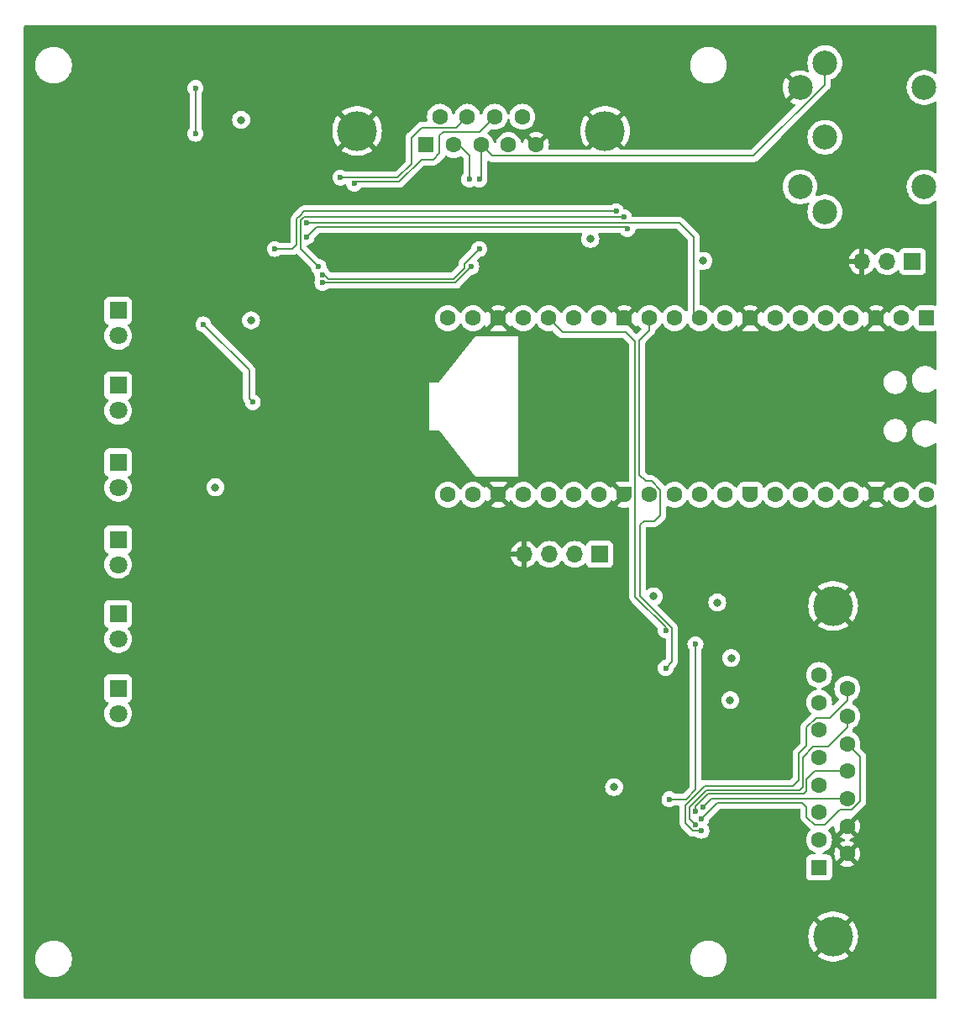
<source format=gbl>
G04 #@! TF.GenerationSoftware,KiCad,Pcbnew,8.0.5*
G04 #@! TF.CreationDate,2024-10-24T17:49:52+02:00*
G04 #@! TF.ProjectId,vt2_communicator,7674325f-636f-46d6-9d75-6e696361746f,rev?*
G04 #@! TF.SameCoordinates,Original*
G04 #@! TF.FileFunction,Copper,L4,Bot*
G04 #@! TF.FilePolarity,Positive*
%FSLAX46Y46*%
G04 Gerber Fmt 4.6, Leading zero omitted, Abs format (unit mm)*
G04 Created by KiCad (PCBNEW 8.0.5) date 2024-10-24 17:49:52*
%MOMM*%
%LPD*%
G01*
G04 APERTURE LIST*
G04 Aperture macros list*
%AMRoundRect*
0 Rectangle with rounded corners*
0 $1 Rounding radius*
0 $2 $3 $4 $5 $6 $7 $8 $9 X,Y pos of 4 corners*
0 Add a 4 corners polygon primitive as box body*
4,1,4,$2,$3,$4,$5,$6,$7,$8,$9,$2,$3,0*
0 Add four circle primitives for the rounded corners*
1,1,$1+$1,$2,$3*
1,1,$1+$1,$4,$5*
1,1,$1+$1,$6,$7*
1,1,$1+$1,$8,$9*
0 Add four rect primitives between the rounded corners*
20,1,$1+$1,$2,$3,$4,$5,0*
20,1,$1+$1,$4,$5,$6,$7,0*
20,1,$1+$1,$6,$7,$8,$9,0*
20,1,$1+$1,$8,$9,$2,$3,0*%
%AMFreePoly0*
4,1,28,0.605014,0.794986,0.644504,0.794986,0.724698,0.756366,0.780194,0.686777,0.800000,0.600000,0.800000,-0.600000,0.780194,-0.686777,0.724698,-0.756366,0.644504,-0.794986,0.605014,-0.794986,0.600000,-0.800000,0.000000,-0.800000,-0.178017,-0.779942,-0.347107,-0.720775,-0.498792,-0.625465,-0.625465,-0.498792,-0.720775,-0.347107,-0.779942,-0.178017,-0.800000,0.000000,-0.779942,0.178017,
-0.720775,0.347107,-0.625465,0.498792,-0.498792,0.625465,-0.347107,0.720775,-0.178017,0.779942,0.000000,0.800000,0.600000,0.800000,0.605014,0.794986,0.605014,0.794986,$1*%
%AMFreePoly1*
4,1,28,0.178017,0.779942,0.347107,0.720775,0.498792,0.625465,0.625465,0.498792,0.720775,0.347107,0.779942,0.178017,0.800000,0.000000,0.779942,-0.178017,0.720775,-0.347107,0.625465,-0.498792,0.498792,-0.625465,0.347107,-0.720775,0.178017,-0.779942,0.000000,-0.800000,-0.600000,-0.800000,-0.605014,-0.794986,-0.644504,-0.794986,-0.724698,-0.756366,-0.780194,-0.686777,-0.800000,-0.600000,
-0.800000,0.600000,-0.780194,0.686777,-0.724698,0.756366,-0.644504,0.794986,-0.605014,0.794986,-0.600000,0.800000,0.000000,0.800000,0.178017,0.779942,0.178017,0.779942,$1*%
G04 Aperture macros list end*
G04 #@! TA.AperFunction,ComponentPad*
%ADD10R,1.800000X1.800000*%
G04 #@! TD*
G04 #@! TA.AperFunction,ComponentPad*
%ADD11C,1.800000*%
G04 #@! TD*
G04 #@! TA.AperFunction,ComponentPad*
%ADD12C,4.000000*%
G04 #@! TD*
G04 #@! TA.AperFunction,ComponentPad*
%ADD13R,1.600000X1.600000*%
G04 #@! TD*
G04 #@! TA.AperFunction,ComponentPad*
%ADD14C,1.600000*%
G04 #@! TD*
G04 #@! TA.AperFunction,ComponentPad*
%ADD15R,1.700000X1.700000*%
G04 #@! TD*
G04 #@! TA.AperFunction,ComponentPad*
%ADD16O,1.700000X1.700000*%
G04 #@! TD*
G04 #@! TA.AperFunction,WasherPad*
%ADD17C,2.499360*%
G04 #@! TD*
G04 #@! TA.AperFunction,ComponentPad*
%ADD18C,2.499360*%
G04 #@! TD*
G04 #@! TA.AperFunction,ComponentPad*
%ADD19RoundRect,0.200000X-0.600000X0.600000X-0.600000X-0.600000X0.600000X-0.600000X0.600000X0.600000X0*%
G04 #@! TD*
G04 #@! TA.AperFunction,ComponentPad*
%ADD20FreePoly0,270.000000*%
G04 #@! TD*
G04 #@! TA.AperFunction,ComponentPad*
%ADD21FreePoly1,270.000000*%
G04 #@! TD*
G04 #@! TA.AperFunction,ViaPad*
%ADD22C,0.600000*%
G04 #@! TD*
G04 #@! TA.AperFunction,ViaPad*
%ADD23C,0.800000*%
G04 #@! TD*
G04 #@! TA.AperFunction,Conductor*
%ADD24C,0.200000*%
G04 #@! TD*
G04 APERTURE END LIST*
D10*
X110000000Y-80210000D03*
D11*
X110000000Y-82750000D03*
D12*
X159090000Y-62110331D03*
X134090000Y-62110331D03*
D13*
X141050000Y-63530331D03*
D14*
X143820000Y-63530331D03*
X146590000Y-63530331D03*
X149360000Y-63530331D03*
X152130000Y-63530331D03*
X142435000Y-60690331D03*
X145205000Y-60690331D03*
X147975000Y-60690331D03*
X150745000Y-60690331D03*
D15*
X158550000Y-104750000D03*
D16*
X156010000Y-104750000D03*
X153470000Y-104750000D03*
X150930000Y-104750000D03*
D10*
X110000000Y-110750000D03*
D11*
X110000000Y-113290000D03*
D17*
X191244900Y-67753180D03*
X191244900Y-57750660D03*
D18*
X181250000Y-55253840D03*
X181247460Y-62751920D03*
X181250000Y-70250000D03*
X178748100Y-57755740D03*
X178748100Y-67748100D03*
D10*
X110000000Y-87750000D03*
D11*
X110000000Y-90290000D03*
D12*
X182080000Y-143250000D03*
X182080000Y-109950000D03*
D13*
X180660000Y-136295000D03*
D14*
X180660000Y-133525000D03*
X180660000Y-130755000D03*
X180660000Y-127985000D03*
X180660000Y-125215000D03*
X180660000Y-122445000D03*
X180660000Y-119675000D03*
X180660000Y-116905000D03*
X183500000Y-134910000D03*
X183500000Y-132140000D03*
X183500000Y-129370000D03*
X183500000Y-126600000D03*
X183500000Y-123830000D03*
X183500000Y-121060000D03*
X183500000Y-118290000D03*
D19*
X191500000Y-80970000D03*
D14*
X188960000Y-80970000D03*
D20*
X186420000Y-80970000D03*
D14*
X183880000Y-80970000D03*
X181340000Y-80970000D03*
X178800000Y-80970000D03*
X176260000Y-80970000D03*
D20*
X173720000Y-80970000D03*
D14*
X171180000Y-80970000D03*
X168640000Y-80970000D03*
X166100000Y-80970000D03*
X163560000Y-80970000D03*
D20*
X161020000Y-80970000D03*
D14*
X158480000Y-80970000D03*
X155940000Y-80970000D03*
X153400000Y-80970000D03*
X150860000Y-80970000D03*
D20*
X148320000Y-80970000D03*
D14*
X145780000Y-80970000D03*
X143240000Y-80970000D03*
X143240000Y-98750000D03*
X145780000Y-98750000D03*
D21*
X148320000Y-98750000D03*
D14*
X150860000Y-98750000D03*
X153400000Y-98750000D03*
X155940000Y-98750000D03*
X158480000Y-98750000D03*
D21*
X161020000Y-98750000D03*
D14*
X163560000Y-98750000D03*
X166100000Y-98750000D03*
X168640000Y-98750000D03*
X171180000Y-98750000D03*
D21*
X173720000Y-98750000D03*
D14*
X176260000Y-98750000D03*
X178800000Y-98750000D03*
X181340000Y-98750000D03*
X183880000Y-98750000D03*
D21*
X186420000Y-98750000D03*
D14*
X188960000Y-98750000D03*
X191500000Y-98750000D03*
D10*
X110000000Y-95500000D03*
D11*
X110000000Y-98040000D03*
D10*
X110000000Y-103250000D03*
D11*
X110000000Y-105790000D03*
D15*
X190080000Y-75250000D03*
D16*
X187540000Y-75250000D03*
X185000000Y-75250000D03*
D10*
X110000000Y-118250000D03*
D11*
X110000000Y-120790000D03*
D22*
X165200000Y-116200000D03*
X123575735Y-89424265D03*
X118600000Y-81600000D03*
X160200000Y-70200000D03*
X125800000Y-74000000D03*
X129000000Y-72800000D03*
X161335051Y-71999999D03*
D23*
X171700000Y-119444975D03*
X171800000Y-115200000D03*
X119800000Y-98000000D03*
X160000000Y-128200000D03*
X170400000Y-109600000D03*
X161400000Y-124800000D03*
X123200000Y-84600000D03*
X123400000Y-79200000D03*
X138800000Y-74000000D03*
X157600000Y-75000000D03*
X157600000Y-73000000D03*
X123400000Y-81200000D03*
X169000000Y-75200000D03*
X122400000Y-61000000D03*
X164000000Y-109000000D03*
D22*
X165200000Y-112400000D03*
X129000000Y-71400000D03*
X161000000Y-70800000D03*
X130200000Y-75800000D03*
X117800000Y-57800000D03*
X117800000Y-62400000D03*
X146400000Y-74000000D03*
X130600000Y-76600000D03*
X146400000Y-67000000D03*
X133800000Y-67417157D03*
X132400000Y-66817157D03*
X145600000Y-75800000D03*
X130600000Y-77400000D03*
X145400000Y-67000000D03*
X169000000Y-130200000D03*
X168800000Y-131400000D03*
X168200000Y-132000000D03*
X168200000Y-130650000D03*
X168800000Y-132600000D03*
X165580025Y-129419975D03*
X168200000Y-113800000D03*
D24*
X164660000Y-98294365D02*
X163765635Y-97400000D01*
X163560000Y-82170031D02*
X163560000Y-80970000D01*
X164660000Y-100800000D02*
X164660000Y-98294365D01*
X162600000Y-101800000D02*
X163000000Y-101400000D01*
X164060000Y-101400000D02*
X164660000Y-100800000D01*
X165800000Y-112151471D02*
X164624265Y-110975735D01*
X162530031Y-96730031D02*
X162530031Y-83200000D01*
X163765635Y-97400000D02*
X163200000Y-97400000D01*
X165800000Y-115600000D02*
X165800000Y-112151471D01*
X164624265Y-110975735D02*
X162600000Y-108951470D01*
X163000000Y-101400000D02*
X164060000Y-101400000D01*
X162530031Y-83200000D02*
X163560000Y-82170031D01*
X162600000Y-108951470D02*
X162600000Y-101800000D01*
X163200000Y-97400000D02*
X162530031Y-96730031D01*
X165200000Y-116200000D02*
X165800000Y-115600000D01*
X123200000Y-89048530D02*
X123200000Y-86200000D01*
X123200000Y-86200000D02*
X118600000Y-81600000D01*
X123575735Y-89424265D02*
X123200000Y-89048530D01*
X127600000Y-74000000D02*
X128000000Y-73600000D01*
X128000000Y-73600000D02*
X128000000Y-70985784D01*
X160200000Y-70200000D02*
X128785785Y-70200000D01*
X128785785Y-70200000D02*
X128292892Y-70692892D01*
X128000000Y-70985784D02*
X128292892Y-70692892D01*
X125800000Y-74000000D02*
X127600000Y-74000000D01*
X154800000Y-71800000D02*
X161135052Y-71800000D01*
X161135052Y-71800000D02*
X161335051Y-71999999D01*
X130000000Y-71800000D02*
X154800000Y-71800000D01*
X129000000Y-72800000D02*
X130000000Y-71800000D01*
X165200000Y-112117156D02*
X162130031Y-109047187D01*
X165200000Y-112400000D02*
X165200000Y-112117156D01*
X161200000Y-82400000D02*
X154830000Y-82400000D01*
X154830000Y-82400000D02*
X153400000Y-80970000D01*
X162130031Y-83330031D02*
X161200000Y-82400000D01*
X162130031Y-109047187D02*
X162130031Y-83330031D01*
X166600000Y-71400000D02*
X129000000Y-71400000D01*
X168640000Y-80970000D02*
X168000000Y-80330000D01*
X168000000Y-72800000D02*
X166600000Y-71400000D01*
X168000000Y-80330000D02*
X168000000Y-72800000D01*
X161000000Y-70800000D02*
X128751471Y-70800000D01*
X128751471Y-70800000D02*
X128400000Y-71151471D01*
X128400000Y-71151471D02*
X128400000Y-74000000D01*
X128400000Y-74000000D02*
X130200000Y-75800000D01*
X117800000Y-62400000D02*
X117800000Y-57800000D01*
X181250000Y-55253840D02*
X181250000Y-57445419D01*
X144900000Y-75900000D02*
X144900000Y-75500000D01*
X144900000Y-75500000D02*
X146400000Y-74000000D01*
X146400000Y-67000000D02*
X146590000Y-66810000D01*
X130800000Y-76600000D02*
X131200000Y-77000000D01*
X174065088Y-64630331D02*
X147690000Y-64630331D01*
X146590000Y-66810000D02*
X146590000Y-63530331D01*
X143800000Y-77000000D02*
X144900000Y-75900000D01*
X131200000Y-77000000D02*
X143800000Y-77000000D01*
X130600000Y-76600000D02*
X130800000Y-76600000D01*
X147690000Y-64630331D02*
X146590000Y-63530331D01*
X181250000Y-57445419D02*
X174065088Y-64630331D01*
X138348529Y-67217157D02*
X140565686Y-65000000D01*
X134000000Y-67217157D02*
X138348529Y-67217157D01*
X141780330Y-65000000D02*
X142400000Y-64380330D01*
X142800000Y-62200000D02*
X146465331Y-62200000D01*
X142400000Y-64380330D02*
X142400000Y-62600000D01*
X140565686Y-65000000D02*
X141780330Y-65000000D01*
X133800000Y-67417157D02*
X134000000Y-67217157D01*
X142400000Y-62600000D02*
X142800000Y-62200000D01*
X146465331Y-62200000D02*
X147975000Y-60690331D01*
X138182843Y-66817157D02*
X139590165Y-65409835D01*
X144105000Y-61790331D02*
X145205000Y-60690331D01*
X139590165Y-62790165D02*
X140590000Y-61790331D01*
X139590165Y-65409835D02*
X139590165Y-62790165D01*
X132400000Y-66817157D02*
X138182843Y-66817157D01*
X140590000Y-61790331D02*
X144105000Y-61790331D01*
X144000000Y-77400000D02*
X145600000Y-75800000D01*
X145400000Y-67000000D02*
X145400000Y-64600000D01*
X144330331Y-63530331D02*
X143820000Y-63530331D01*
X145400000Y-64600000D02*
X144330331Y-63530331D01*
X130600000Y-77400000D02*
X144000000Y-77400000D01*
X169830000Y-129370000D02*
X183500000Y-129370000D01*
X169000000Y-130200000D02*
X169830000Y-129370000D01*
X183955635Y-130470000D02*
X184800000Y-129625635D01*
X179400000Y-130200000D02*
X179400000Y-131200000D01*
X179400000Y-131200000D02*
X180200000Y-132000000D01*
X178970000Y-129770000D02*
X179400000Y-130200000D01*
X170430000Y-129770000D02*
X178970000Y-129770000D01*
X182800000Y-130470000D02*
X183955635Y-130470000D01*
X184800000Y-125130000D02*
X183500000Y-123830000D01*
X184800000Y-129625635D02*
X184800000Y-125130000D01*
X180200000Y-132000000D02*
X181270000Y-132000000D01*
X181270000Y-132000000D02*
X182800000Y-130470000D01*
X168800000Y-131400000D02*
X170430000Y-129770000D01*
X168200000Y-132000000D02*
X167600000Y-131400000D01*
X181576370Y-124115000D02*
X183500000Y-122191370D01*
X179000000Y-128200000D02*
X179000000Y-125200000D01*
X179000000Y-125200000D02*
X180085000Y-124115000D01*
X169257821Y-128527964D02*
X169310050Y-128475735D01*
X180085000Y-124115000D02*
X181576370Y-124115000D01*
X169310050Y-128475735D02*
X178724265Y-128475735D01*
X169192893Y-128592893D02*
X169257821Y-128527964D01*
X167600000Y-131400000D02*
X167600000Y-130185785D01*
X167600000Y-130185785D02*
X169192893Y-128592893D01*
X178724265Y-128475735D02*
X179000000Y-128200000D01*
X183500000Y-122191370D02*
X183500000Y-121060000D01*
X179400000Y-128600000D02*
X179400000Y-127400000D01*
X180200000Y-126600000D02*
X183500000Y-126600000D01*
X169475735Y-128875735D02*
X179124265Y-128875735D01*
X169375735Y-128975735D02*
X169475735Y-128875735D01*
X179400000Y-127400000D02*
X180200000Y-126600000D01*
X168200000Y-130650000D02*
X168200000Y-130151471D01*
X179124265Y-128875735D02*
X179400000Y-128600000D01*
X168200000Y-130151471D02*
X169375735Y-128975735D01*
X179400000Y-122149365D02*
X180349365Y-121200000D01*
X178600000Y-124800000D02*
X179400000Y-124000000D01*
X167200000Y-130020099D02*
X168810050Y-128410050D01*
X179400000Y-124000000D02*
X179400000Y-122149365D01*
X167200000Y-131848529D02*
X167200000Y-130020099D01*
X183500000Y-119421370D02*
X183500000Y-118290000D01*
X168810050Y-128410049D02*
X169144364Y-128075735D01*
X169144364Y-128075735D02*
X178000000Y-128075735D01*
X168800000Y-132600000D02*
X167951471Y-132600000D01*
X180349365Y-121200000D02*
X181721370Y-121200000D01*
X167951471Y-132600000D02*
X167200000Y-131848529D01*
X178600000Y-127475735D02*
X178600000Y-124800000D01*
X181721370Y-121200000D02*
X183500000Y-119421370D01*
X168810050Y-128410050D02*
X168810050Y-128410049D01*
X178000000Y-128075735D02*
X178600000Y-127475735D01*
X168200000Y-128454413D02*
X168200000Y-113800000D01*
X165580025Y-129419975D02*
X167234438Y-129419975D01*
X167234438Y-129419975D02*
X168200000Y-128454413D01*
G04 #@! TA.AperFunction,Conductor*
G36*
X192442539Y-51520185D02*
G01*
X192488294Y-51572989D01*
X192499500Y-51624500D01*
X192499500Y-56253162D01*
X192479815Y-56320201D01*
X192427011Y-56365956D01*
X192357853Y-56375900D01*
X192305648Y-56355616D01*
X192122444Y-56230709D01*
X192122440Y-56230707D01*
X192122437Y-56230705D01*
X192122436Y-56230704D01*
X191886108Y-56116896D01*
X191886110Y-56116896D01*
X191635445Y-56039576D01*
X191635439Y-56039574D01*
X191376065Y-56000480D01*
X191376058Y-56000480D01*
X191113742Y-56000480D01*
X191113734Y-56000480D01*
X190854360Y-56039574D01*
X190854354Y-56039576D01*
X190603690Y-56116896D01*
X190367363Y-56230704D01*
X190367362Y-56230705D01*
X190367356Y-56230708D01*
X190367356Y-56230709D01*
X190359261Y-56236228D01*
X190150620Y-56378477D01*
X189958331Y-56556895D01*
X189958329Y-56556897D01*
X189794778Y-56761984D01*
X189663620Y-56989155D01*
X189567785Y-57233336D01*
X189509414Y-57489082D01*
X189509413Y-57489087D01*
X189489812Y-57750655D01*
X189489812Y-57750664D01*
X189509413Y-58012232D01*
X189509414Y-58012237D01*
X189567785Y-58267983D01*
X189663620Y-58512164D01*
X189663619Y-58512164D01*
X189746770Y-58656184D01*
X189794778Y-58739336D01*
X189958329Y-58944423D01*
X190150621Y-59122843D01*
X190367356Y-59270611D01*
X190367361Y-59270613D01*
X190367362Y-59270614D01*
X190367363Y-59270615D01*
X190492881Y-59331060D01*
X190603690Y-59384423D01*
X190603691Y-59384423D01*
X190603694Y-59384425D01*
X190854356Y-59461744D01*
X190854357Y-59461744D01*
X190854360Y-59461745D01*
X191113734Y-59500839D01*
X191113739Y-59500839D01*
X191113742Y-59500840D01*
X191113743Y-59500840D01*
X191376057Y-59500840D01*
X191376058Y-59500840D01*
X191376065Y-59500839D01*
X191635439Y-59461745D01*
X191635440Y-59461744D01*
X191635444Y-59461744D01*
X191886106Y-59384425D01*
X192122444Y-59270611D01*
X192305648Y-59145703D01*
X192372127Y-59124203D01*
X192439677Y-59142057D01*
X192486852Y-59193597D01*
X192499500Y-59248157D01*
X192499500Y-66255682D01*
X192479815Y-66322721D01*
X192427011Y-66368476D01*
X192357853Y-66378420D01*
X192305648Y-66358136D01*
X192253704Y-66322721D01*
X192122444Y-66233229D01*
X192122440Y-66233227D01*
X192122437Y-66233225D01*
X192122436Y-66233224D01*
X191886108Y-66119416D01*
X191886110Y-66119416D01*
X191635445Y-66042096D01*
X191635439Y-66042094D01*
X191376065Y-66003000D01*
X191376058Y-66003000D01*
X191113742Y-66003000D01*
X191113734Y-66003000D01*
X190854360Y-66042094D01*
X190854354Y-66042096D01*
X190603690Y-66119416D01*
X190367363Y-66233224D01*
X190367362Y-66233225D01*
X190150620Y-66380997D01*
X189958331Y-66559415D01*
X189958329Y-66559417D01*
X189794778Y-66764504D01*
X189663620Y-66991675D01*
X189567785Y-67235856D01*
X189509414Y-67491602D01*
X189509413Y-67491607D01*
X189489812Y-67753175D01*
X189489812Y-67753184D01*
X189509413Y-68014752D01*
X189509414Y-68014757D01*
X189567785Y-68270503D01*
X189663620Y-68514684D01*
X189663619Y-68514684D01*
X189722251Y-68616236D01*
X189794778Y-68741856D01*
X189958329Y-68946943D01*
X190150621Y-69125363D01*
X190367356Y-69273131D01*
X190367361Y-69273133D01*
X190367362Y-69273134D01*
X190367363Y-69273135D01*
X190458094Y-69316828D01*
X190603690Y-69386943D01*
X190603691Y-69386943D01*
X190603694Y-69386945D01*
X190854356Y-69464264D01*
X190854357Y-69464264D01*
X190854360Y-69464265D01*
X191113734Y-69503359D01*
X191113739Y-69503359D01*
X191113742Y-69503360D01*
X191113743Y-69503360D01*
X191376057Y-69503360D01*
X191376058Y-69503360D01*
X191409762Y-69498280D01*
X191635439Y-69464265D01*
X191635440Y-69464264D01*
X191635444Y-69464264D01*
X191886106Y-69386945D01*
X192122444Y-69273131D01*
X192305648Y-69148223D01*
X192372127Y-69126723D01*
X192439677Y-69144577D01*
X192486852Y-69196117D01*
X192499500Y-69250677D01*
X192499500Y-79592246D01*
X192479815Y-79659285D01*
X192427011Y-79705040D01*
X192357853Y-79714984D01*
X192338617Y-79710633D01*
X192227196Y-79675914D01*
X192227194Y-79675913D01*
X192227192Y-79675913D01*
X192177778Y-79671423D01*
X192156616Y-79669500D01*
X190843384Y-79669500D01*
X190827109Y-79670979D01*
X190772807Y-79675913D01*
X190610393Y-79726522D01*
X190464811Y-79814530D01*
X190344530Y-79934811D01*
X190256521Y-80080396D01*
X190229456Y-80167251D01*
X190190719Y-80225398D01*
X190126693Y-80253372D01*
X190057708Y-80242290D01*
X190009497Y-80201483D01*
X189960047Y-80130861D01*
X189960046Y-80130860D01*
X189960044Y-80130857D01*
X189799141Y-79969954D01*
X189612734Y-79839432D01*
X189612732Y-79839431D01*
X189406497Y-79743261D01*
X189406488Y-79743258D01*
X189186697Y-79684366D01*
X189186693Y-79684365D01*
X189186692Y-79684365D01*
X189186691Y-79684364D01*
X189186686Y-79684364D01*
X188960002Y-79664532D01*
X188959998Y-79664532D01*
X188733313Y-79684364D01*
X188733302Y-79684366D01*
X188513511Y-79743258D01*
X188513502Y-79743261D01*
X188307267Y-79839431D01*
X188307265Y-79839432D01*
X188120858Y-79969954D01*
X187959954Y-80130858D01*
X187829432Y-80317265D01*
X187829430Y-80317269D01*
X187805589Y-80368395D01*
X187759416Y-80420833D01*
X187692222Y-80439984D01*
X187625341Y-80419767D01*
X187581487Y-80369788D01*
X187572928Y-80352015D01*
X187572926Y-80352012D01*
X187502932Y-80240619D01*
X186902962Y-80840589D01*
X186885925Y-80777007D01*
X186820099Y-80662993D01*
X186727007Y-80569901D01*
X186612993Y-80504075D01*
X186549409Y-80487037D01*
X187149380Y-79887065D01*
X187149379Y-79887064D01*
X187037981Y-79817069D01*
X187037980Y-79817068D01*
X186936094Y-79768002D01*
X186765933Y-79708461D01*
X186765927Y-79708459D01*
X186655689Y-79683298D01*
X186655673Y-79683296D01*
X186476547Y-79663113D01*
X186363453Y-79663113D01*
X186184326Y-79683296D01*
X186184310Y-79683298D01*
X186074072Y-79708459D01*
X186074066Y-79708461D01*
X185903905Y-79768002D01*
X185802029Y-79817063D01*
X185690618Y-79887065D01*
X186290591Y-80487037D01*
X186227007Y-80504075D01*
X186112993Y-80569901D01*
X186019901Y-80662993D01*
X185954075Y-80777007D01*
X185937037Y-80840589D01*
X185337066Y-80240618D01*
X185267065Y-80352024D01*
X185258508Y-80369793D01*
X185211683Y-80421651D01*
X185144255Y-80439961D01*
X185077632Y-80418910D01*
X185034408Y-80368391D01*
X185020636Y-80338857D01*
X185010568Y-80317266D01*
X184880047Y-80130861D01*
X184880045Y-80130858D01*
X184719141Y-79969954D01*
X184532734Y-79839432D01*
X184532732Y-79839431D01*
X184326497Y-79743261D01*
X184326488Y-79743258D01*
X184106697Y-79684366D01*
X184106693Y-79684365D01*
X184106692Y-79684365D01*
X184106691Y-79684364D01*
X184106686Y-79684364D01*
X183880002Y-79664532D01*
X183879998Y-79664532D01*
X183653313Y-79684364D01*
X183653302Y-79684366D01*
X183433511Y-79743258D01*
X183433502Y-79743261D01*
X183227267Y-79839431D01*
X183227265Y-79839432D01*
X183040858Y-79969954D01*
X182879954Y-80130858D01*
X182749432Y-80317265D01*
X182749431Y-80317267D01*
X182733228Y-80352015D01*
X182724941Y-80369788D01*
X182722382Y-80375275D01*
X182676209Y-80427714D01*
X182609016Y-80446866D01*
X182542135Y-80426650D01*
X182497618Y-80375275D01*
X182495062Y-80369793D01*
X182470568Y-80317266D01*
X182340047Y-80130861D01*
X182340045Y-80130858D01*
X182179141Y-79969954D01*
X181992734Y-79839432D01*
X181992732Y-79839431D01*
X181786497Y-79743261D01*
X181786488Y-79743258D01*
X181566697Y-79684366D01*
X181566693Y-79684365D01*
X181566692Y-79684365D01*
X181566691Y-79684364D01*
X181566686Y-79684364D01*
X181340002Y-79664532D01*
X181339998Y-79664532D01*
X181113313Y-79684364D01*
X181113302Y-79684366D01*
X180893511Y-79743258D01*
X180893502Y-79743261D01*
X180687267Y-79839431D01*
X180687265Y-79839432D01*
X180500858Y-79969954D01*
X180339954Y-80130858D01*
X180209432Y-80317265D01*
X180209431Y-80317267D01*
X180193228Y-80352015D01*
X180184941Y-80369788D01*
X180182382Y-80375275D01*
X180136209Y-80427714D01*
X180069016Y-80446866D01*
X180002135Y-80426650D01*
X179957618Y-80375275D01*
X179955062Y-80369793D01*
X179930568Y-80317266D01*
X179800047Y-80130861D01*
X179800045Y-80130858D01*
X179639141Y-79969954D01*
X179452734Y-79839432D01*
X179452732Y-79839431D01*
X179246497Y-79743261D01*
X179246488Y-79743258D01*
X179026697Y-79684366D01*
X179026693Y-79684365D01*
X179026692Y-79684365D01*
X179026691Y-79684364D01*
X179026686Y-79684364D01*
X178800002Y-79664532D01*
X178799998Y-79664532D01*
X178573313Y-79684364D01*
X178573302Y-79684366D01*
X178353511Y-79743258D01*
X178353502Y-79743261D01*
X178147267Y-79839431D01*
X178147265Y-79839432D01*
X177960858Y-79969954D01*
X177799954Y-80130858D01*
X177669432Y-80317265D01*
X177669431Y-80317267D01*
X177653228Y-80352015D01*
X177644941Y-80369788D01*
X177642382Y-80375275D01*
X177596209Y-80427714D01*
X177529016Y-80446866D01*
X177462135Y-80426650D01*
X177417618Y-80375275D01*
X177415062Y-80369793D01*
X177390568Y-80317266D01*
X177260047Y-80130861D01*
X177260045Y-80130858D01*
X177099141Y-79969954D01*
X176912734Y-79839432D01*
X176912732Y-79839431D01*
X176706497Y-79743261D01*
X176706488Y-79743258D01*
X176486697Y-79684366D01*
X176486693Y-79684365D01*
X176486692Y-79684365D01*
X176486691Y-79684364D01*
X176486686Y-79684364D01*
X176260002Y-79664532D01*
X176259998Y-79664532D01*
X176033313Y-79684364D01*
X176033302Y-79684366D01*
X175813511Y-79743258D01*
X175813502Y-79743261D01*
X175607267Y-79839431D01*
X175607265Y-79839432D01*
X175420858Y-79969954D01*
X175259954Y-80130858D01*
X175129432Y-80317265D01*
X175129430Y-80317269D01*
X175105589Y-80368395D01*
X175059416Y-80420833D01*
X174992222Y-80439984D01*
X174925341Y-80419767D01*
X174881487Y-80369788D01*
X174872928Y-80352015D01*
X174872926Y-80352012D01*
X174802932Y-80240619D01*
X174202962Y-80840589D01*
X174185925Y-80777007D01*
X174120099Y-80662993D01*
X174027007Y-80569901D01*
X173912993Y-80504075D01*
X173849409Y-80487037D01*
X174449380Y-79887065D01*
X174449379Y-79887064D01*
X174337981Y-79817069D01*
X174337980Y-79817068D01*
X174236094Y-79768002D01*
X174065933Y-79708461D01*
X174065927Y-79708459D01*
X173955689Y-79683298D01*
X173955673Y-79683296D01*
X173776547Y-79663113D01*
X173663453Y-79663113D01*
X173484326Y-79683296D01*
X173484310Y-79683298D01*
X173374072Y-79708459D01*
X173374066Y-79708461D01*
X173203905Y-79768002D01*
X173102029Y-79817063D01*
X172990618Y-79887065D01*
X173590591Y-80487037D01*
X173527007Y-80504075D01*
X173412993Y-80569901D01*
X173319901Y-80662993D01*
X173254075Y-80777007D01*
X173237037Y-80840590D01*
X172637066Y-80240619D01*
X172567065Y-80352024D01*
X172558508Y-80369793D01*
X172511683Y-80421651D01*
X172444255Y-80439961D01*
X172377632Y-80418910D01*
X172334408Y-80368391D01*
X172320636Y-80338857D01*
X172310568Y-80317266D01*
X172180047Y-80130861D01*
X172180045Y-80130858D01*
X172019141Y-79969954D01*
X171832734Y-79839432D01*
X171832732Y-79839431D01*
X171626497Y-79743261D01*
X171626488Y-79743258D01*
X171406697Y-79684366D01*
X171406693Y-79684365D01*
X171406692Y-79684365D01*
X171406691Y-79684364D01*
X171406686Y-79684364D01*
X171180002Y-79664532D01*
X171179998Y-79664532D01*
X170953313Y-79684364D01*
X170953302Y-79684366D01*
X170733511Y-79743258D01*
X170733502Y-79743261D01*
X170527267Y-79839431D01*
X170527265Y-79839432D01*
X170340858Y-79969954D01*
X170179954Y-80130858D01*
X170049432Y-80317265D01*
X170049431Y-80317267D01*
X170033228Y-80352015D01*
X170024941Y-80369788D01*
X170022382Y-80375275D01*
X169976209Y-80427714D01*
X169909016Y-80446866D01*
X169842135Y-80426650D01*
X169797618Y-80375275D01*
X169795062Y-80369793D01*
X169770568Y-80317266D01*
X169640047Y-80130861D01*
X169640045Y-80130858D01*
X169479141Y-79969954D01*
X169292734Y-79839432D01*
X169292732Y-79839431D01*
X169086497Y-79743261D01*
X169086488Y-79743258D01*
X168866697Y-79684366D01*
X168866687Y-79684364D01*
X168713692Y-79670979D01*
X168648624Y-79645526D01*
X168607645Y-79588935D01*
X168600500Y-79547451D01*
X168600500Y-76188828D01*
X168620185Y-76121789D01*
X168672989Y-76076034D01*
X168742147Y-76066090D01*
X168750266Y-76067535D01*
X168905354Y-76100500D01*
X168905355Y-76100500D01*
X169094644Y-76100500D01*
X169094646Y-76100500D01*
X169279803Y-76061144D01*
X169452730Y-75984151D01*
X169605871Y-75872888D01*
X169732533Y-75732216D01*
X169827179Y-75568284D01*
X169885674Y-75388256D01*
X169905460Y-75200000D01*
X169885674Y-75011744D01*
X169881858Y-74999999D01*
X183669364Y-74999999D01*
X183669364Y-75000000D01*
X184566988Y-75000000D01*
X184534075Y-75057007D01*
X184500000Y-75184174D01*
X184500000Y-75315826D01*
X184534075Y-75442993D01*
X184566988Y-75500000D01*
X183669364Y-75500000D01*
X183726567Y-75713486D01*
X183726570Y-75713492D01*
X183826399Y-75927578D01*
X183961894Y-76121082D01*
X184128917Y-76288105D01*
X184322421Y-76423600D01*
X184536507Y-76523429D01*
X184536516Y-76523433D01*
X184750000Y-76580634D01*
X184750000Y-75683012D01*
X184807007Y-75715925D01*
X184934174Y-75750000D01*
X185065826Y-75750000D01*
X185192993Y-75715925D01*
X185250000Y-75683012D01*
X185250000Y-76580633D01*
X185463483Y-76523433D01*
X185463492Y-76523429D01*
X185677578Y-76423600D01*
X185871082Y-76288105D01*
X186038105Y-76121082D01*
X186168119Y-75935405D01*
X186222696Y-75891781D01*
X186292195Y-75884588D01*
X186354549Y-75916110D01*
X186371269Y-75935405D01*
X186501505Y-76121401D01*
X186668599Y-76288495D01*
X186765384Y-76356265D01*
X186862165Y-76424032D01*
X186862167Y-76424033D01*
X186862170Y-76424035D01*
X187076337Y-76523903D01*
X187076343Y-76523904D01*
X187076344Y-76523905D01*
X187131285Y-76538626D01*
X187304592Y-76585063D01*
X187481034Y-76600500D01*
X187539999Y-76605659D01*
X187540000Y-76605659D01*
X187540001Y-76605659D01*
X187598966Y-76600500D01*
X187775408Y-76585063D01*
X188003663Y-76523903D01*
X188217830Y-76424035D01*
X188411401Y-76288495D01*
X188533329Y-76166566D01*
X188594648Y-76133084D01*
X188664340Y-76138068D01*
X188720274Y-76179939D01*
X188737189Y-76210917D01*
X188786202Y-76342328D01*
X188786206Y-76342335D01*
X188872452Y-76457544D01*
X188872455Y-76457547D01*
X188987664Y-76543793D01*
X188987671Y-76543797D01*
X189122517Y-76594091D01*
X189122516Y-76594091D01*
X189129444Y-76594835D01*
X189182127Y-76600500D01*
X190977872Y-76600499D01*
X191037483Y-76594091D01*
X191172331Y-76543796D01*
X191287546Y-76457546D01*
X191373796Y-76342331D01*
X191424091Y-76207483D01*
X191430500Y-76147873D01*
X191430499Y-74352128D01*
X191424091Y-74292517D01*
X191422810Y-74289083D01*
X191373797Y-74157671D01*
X191373793Y-74157664D01*
X191287547Y-74042455D01*
X191287544Y-74042452D01*
X191172335Y-73956206D01*
X191172328Y-73956202D01*
X191037482Y-73905908D01*
X191037483Y-73905908D01*
X190977883Y-73899501D01*
X190977881Y-73899500D01*
X190977873Y-73899500D01*
X190977864Y-73899500D01*
X189182129Y-73899500D01*
X189182123Y-73899501D01*
X189122516Y-73905908D01*
X188987671Y-73956202D01*
X188987664Y-73956206D01*
X188872455Y-74042452D01*
X188872452Y-74042455D01*
X188786206Y-74157664D01*
X188786203Y-74157669D01*
X188737189Y-74289083D01*
X188695317Y-74345016D01*
X188629853Y-74369433D01*
X188561580Y-74354581D01*
X188533326Y-74333430D01*
X188411402Y-74211506D01*
X188411395Y-74211501D01*
X188217834Y-74075967D01*
X188217830Y-74075965D01*
X188217828Y-74075964D01*
X188003663Y-73976097D01*
X188003659Y-73976096D01*
X188003655Y-73976094D01*
X187775413Y-73914938D01*
X187775403Y-73914936D01*
X187540001Y-73894341D01*
X187539999Y-73894341D01*
X187304596Y-73914936D01*
X187304586Y-73914938D01*
X187076344Y-73976094D01*
X187076335Y-73976098D01*
X186862171Y-74075964D01*
X186862169Y-74075965D01*
X186668597Y-74211505D01*
X186501508Y-74378594D01*
X186371269Y-74564595D01*
X186316692Y-74608219D01*
X186247193Y-74615412D01*
X186184839Y-74583890D01*
X186168119Y-74564594D01*
X186038113Y-74378926D01*
X186038108Y-74378920D01*
X185871082Y-74211894D01*
X185677578Y-74076399D01*
X185463492Y-73976570D01*
X185463486Y-73976567D01*
X185250000Y-73919364D01*
X185250000Y-74816988D01*
X185192993Y-74784075D01*
X185065826Y-74750000D01*
X184934174Y-74750000D01*
X184807007Y-74784075D01*
X184750000Y-74816988D01*
X184750000Y-73919364D01*
X184749999Y-73919364D01*
X184536513Y-73976567D01*
X184536507Y-73976570D01*
X184322422Y-74076399D01*
X184322420Y-74076400D01*
X184128926Y-74211886D01*
X184128920Y-74211891D01*
X183961891Y-74378920D01*
X183961886Y-74378926D01*
X183826400Y-74572420D01*
X183826399Y-74572422D01*
X183726570Y-74786507D01*
X183726567Y-74786513D01*
X183669364Y-74999999D01*
X169881858Y-74999999D01*
X169827179Y-74831716D01*
X169732533Y-74667784D01*
X169605871Y-74527112D01*
X169605870Y-74527111D01*
X169452734Y-74415851D01*
X169452729Y-74415848D01*
X169279807Y-74338857D01*
X169279802Y-74338855D01*
X169134001Y-74307865D01*
X169094646Y-74299500D01*
X168905354Y-74299500D01*
X168905352Y-74299500D01*
X168750280Y-74332461D01*
X168680613Y-74327145D01*
X168624880Y-74285007D01*
X168600775Y-74219427D01*
X168600500Y-74211171D01*
X168600500Y-72889059D01*
X168600501Y-72889046D01*
X168600501Y-72720945D01*
X168600501Y-72720943D01*
X168559577Y-72568215D01*
X168521498Y-72502261D01*
X168521498Y-72502260D01*
X168480522Y-72431287D01*
X168480521Y-72431286D01*
X168480520Y-72431284D01*
X168368716Y-72319480D01*
X168368715Y-72319479D01*
X168364385Y-72315149D01*
X168364374Y-72315139D01*
X167087590Y-71038355D01*
X167087588Y-71038352D01*
X166968717Y-70919481D01*
X166968709Y-70919475D01*
X166866936Y-70860717D01*
X166866934Y-70860716D01*
X166831790Y-70840425D01*
X166831789Y-70840424D01*
X166819263Y-70837067D01*
X166679057Y-70799499D01*
X166520943Y-70799499D01*
X166513347Y-70799499D01*
X166513331Y-70799500D01*
X161916322Y-70799500D01*
X161849283Y-70779815D01*
X161803528Y-70727011D01*
X161793102Y-70689383D01*
X161785369Y-70620750D01*
X161785368Y-70620748D01*
X161785368Y-70620745D01*
X161725789Y-70450478D01*
X161629816Y-70297738D01*
X161502262Y-70170184D01*
X161349523Y-70074211D01*
X161179254Y-70014631D01*
X161179250Y-70014630D01*
X161052607Y-70000361D01*
X160988193Y-69973294D01*
X160949449Y-69918095D01*
X160925788Y-69850476D01*
X160829815Y-69697737D01*
X160702262Y-69570184D01*
X160549523Y-69474211D01*
X160379254Y-69414631D01*
X160379249Y-69414630D01*
X160200004Y-69394435D01*
X160199996Y-69394435D01*
X160020750Y-69414630D01*
X160020745Y-69414631D01*
X159850476Y-69474211D01*
X159697736Y-69570185D01*
X159694903Y-69572445D01*
X159692724Y-69573334D01*
X159691842Y-69573889D01*
X159691744Y-69573734D01*
X159630217Y-69598855D01*
X159617588Y-69599500D01*
X128706728Y-69599500D01*
X128554001Y-69640423D01*
X128553994Y-69640426D01*
X128417075Y-69719475D01*
X128417067Y-69719481D01*
X127924176Y-70212373D01*
X127631286Y-70505262D01*
X127519481Y-70617066D01*
X127519475Y-70617074D01*
X127470294Y-70702260D01*
X127470294Y-70702261D01*
X127440423Y-70753998D01*
X127440423Y-70753999D01*
X127399499Y-70906727D01*
X127399499Y-70906729D01*
X127399499Y-71074830D01*
X127399500Y-71074843D01*
X127399500Y-73275500D01*
X127379815Y-73342539D01*
X127327011Y-73388294D01*
X127275500Y-73399500D01*
X126382412Y-73399500D01*
X126315373Y-73379815D01*
X126305097Y-73372445D01*
X126302263Y-73370185D01*
X126302262Y-73370184D01*
X126194165Y-73302262D01*
X126149523Y-73274211D01*
X125979254Y-73214631D01*
X125979249Y-73214630D01*
X125800004Y-73194435D01*
X125799996Y-73194435D01*
X125620750Y-73214630D01*
X125620745Y-73214631D01*
X125450476Y-73274211D01*
X125297737Y-73370184D01*
X125170184Y-73497737D01*
X125074211Y-73650476D01*
X125014631Y-73820745D01*
X125014630Y-73820750D01*
X124994435Y-73999996D01*
X124994435Y-74000003D01*
X125014630Y-74179249D01*
X125014631Y-74179254D01*
X125074211Y-74349523D01*
X125156523Y-74480521D01*
X125170184Y-74502262D01*
X125297738Y-74629816D01*
X125450478Y-74725789D01*
X125617050Y-74784075D01*
X125620745Y-74785368D01*
X125620750Y-74785369D01*
X125799996Y-74805565D01*
X125800000Y-74805565D01*
X125800004Y-74805565D01*
X125979249Y-74785369D01*
X125979252Y-74785368D01*
X125979255Y-74785368D01*
X126149522Y-74725789D01*
X126302262Y-74629816D01*
X126302267Y-74629810D01*
X126305097Y-74627555D01*
X126307275Y-74626665D01*
X126308158Y-74626111D01*
X126308255Y-74626265D01*
X126369783Y-74601145D01*
X126382412Y-74600500D01*
X127513331Y-74600500D01*
X127513347Y-74600501D01*
X127520943Y-74600501D01*
X127679054Y-74600501D01*
X127679057Y-74600501D01*
X127831785Y-74559577D01*
X127881904Y-74530639D01*
X127925984Y-74505190D01*
X127993881Y-74488718D01*
X128059908Y-74511571D01*
X128075662Y-74524897D01*
X129369298Y-75818533D01*
X129402783Y-75879856D01*
X129404837Y-75892330D01*
X129414630Y-75979249D01*
X129474210Y-76149521D01*
X129546061Y-76263871D01*
X129570184Y-76302262D01*
X129697738Y-76429816D01*
X129739978Y-76456357D01*
X129786268Y-76508690D01*
X129797225Y-76575233D01*
X129794435Y-76599996D01*
X129794435Y-76600003D01*
X129814630Y-76779249D01*
X129814633Y-76779262D01*
X129876510Y-76956094D01*
X129874364Y-76956844D01*
X129883962Y-77015144D01*
X129875609Y-77043590D01*
X129876510Y-77043906D01*
X129814633Y-77220737D01*
X129814630Y-77220750D01*
X129794435Y-77399996D01*
X129794435Y-77400003D01*
X129814630Y-77579249D01*
X129814631Y-77579254D01*
X129874211Y-77749523D01*
X129970184Y-77902262D01*
X130097738Y-78029816D01*
X130250478Y-78125789D01*
X130420745Y-78185368D01*
X130420750Y-78185369D01*
X130599996Y-78205565D01*
X130600000Y-78205565D01*
X130600004Y-78205565D01*
X130779249Y-78185369D01*
X130779252Y-78185368D01*
X130779255Y-78185368D01*
X130949522Y-78125789D01*
X131102262Y-78029816D01*
X131102267Y-78029810D01*
X131105097Y-78027555D01*
X131107275Y-78026665D01*
X131108158Y-78026111D01*
X131108255Y-78026265D01*
X131169783Y-78001145D01*
X131182412Y-78000500D01*
X143913331Y-78000500D01*
X143913347Y-78000501D01*
X143920943Y-78000501D01*
X144079054Y-78000501D01*
X144079057Y-78000501D01*
X144231785Y-77959577D01*
X144281904Y-77930639D01*
X144368716Y-77880520D01*
X144480520Y-77768716D01*
X144480520Y-77768714D01*
X144490728Y-77758507D01*
X144490729Y-77758504D01*
X145618536Y-76630698D01*
X145679857Y-76597215D01*
X145692310Y-76595163D01*
X145779255Y-76585368D01*
X145949522Y-76525789D01*
X146102262Y-76429816D01*
X146229816Y-76302262D01*
X146325789Y-76149522D01*
X146385368Y-75979255D01*
X146386390Y-75970184D01*
X146405565Y-75800003D01*
X146405565Y-75799996D01*
X146385369Y-75620750D01*
X146385368Y-75620745D01*
X146343117Y-75500000D01*
X146325789Y-75450478D01*
X146229816Y-75297738D01*
X146178337Y-75246259D01*
X146144852Y-75184936D01*
X146149836Y-75115244D01*
X146178337Y-75070897D01*
X146279936Y-74969298D01*
X146418535Y-74830698D01*
X146479856Y-74797215D01*
X146492311Y-74795163D01*
X146579255Y-74785368D01*
X146749522Y-74725789D01*
X146902262Y-74629816D01*
X147029816Y-74502262D01*
X147125789Y-74349522D01*
X147185368Y-74179255D01*
X147205565Y-74000000D01*
X147202925Y-73976570D01*
X147185369Y-73820750D01*
X147185368Y-73820745D01*
X147157470Y-73741017D01*
X147125789Y-73650478D01*
X147097532Y-73605508D01*
X147051480Y-73532216D01*
X147029816Y-73497738D01*
X146902262Y-73370184D01*
X146872153Y-73351265D01*
X146749523Y-73274211D01*
X146579254Y-73214631D01*
X146579249Y-73214630D01*
X146400004Y-73194435D01*
X146399996Y-73194435D01*
X146220750Y-73214630D01*
X146220745Y-73214631D01*
X146050476Y-73274211D01*
X145897737Y-73370184D01*
X145770184Y-73497737D01*
X145674210Y-73650478D01*
X145614630Y-73820750D01*
X145604837Y-73907668D01*
X145577770Y-73972082D01*
X145569298Y-73981465D01*
X144531286Y-75019478D01*
X144419481Y-75131282D01*
X144419480Y-75131284D01*
X144379807Y-75200000D01*
X144340423Y-75268215D01*
X144299499Y-75420943D01*
X144299499Y-75420945D01*
X144299499Y-75589046D01*
X144299500Y-75589059D01*
X144299500Y-75599903D01*
X144279815Y-75666942D01*
X144263181Y-75687584D01*
X143587584Y-76363181D01*
X143526261Y-76396666D01*
X143499903Y-76399500D01*
X131500097Y-76399500D01*
X131433058Y-76379815D01*
X131412416Y-76363181D01*
X131359837Y-76310602D01*
X131330475Y-76263871D01*
X131325789Y-76250479D01*
X131325789Y-76250478D01*
X131229816Y-76097738D01*
X131102262Y-75970184D01*
X131102260Y-75970182D01*
X131102258Y-75970181D01*
X131060021Y-75943641D01*
X131013731Y-75891306D01*
X131002774Y-75824764D01*
X131005565Y-75800000D01*
X130999931Y-75750000D01*
X130985369Y-75620750D01*
X130985368Y-75620745D01*
X130943117Y-75500000D01*
X130925789Y-75450478D01*
X130829816Y-75297738D01*
X130702262Y-75170184D01*
X130614826Y-75115244D01*
X130549521Y-75074210D01*
X130379249Y-75014630D01*
X130292330Y-75004837D01*
X130227916Y-74977770D01*
X130218533Y-74969298D01*
X129051575Y-73802340D01*
X129018090Y-73741017D01*
X129023074Y-73671325D01*
X129064946Y-73615392D01*
X129125374Y-73591439D01*
X129179249Y-73585369D01*
X129179252Y-73585368D01*
X129179255Y-73585368D01*
X129349522Y-73525789D01*
X129502262Y-73429816D01*
X129629816Y-73302262D01*
X129725789Y-73149522D01*
X129785368Y-72979255D01*
X129795161Y-72892329D01*
X129822226Y-72827918D01*
X129830680Y-72818553D01*
X130212418Y-72436816D01*
X130273740Y-72403334D01*
X130300098Y-72400500D01*
X154720943Y-72400500D01*
X156691540Y-72400500D01*
X156758579Y-72420185D01*
X156804334Y-72472989D01*
X156814278Y-72542147D01*
X156798927Y-72586497D01*
X156785832Y-72609180D01*
X156772821Y-72631715D01*
X156772818Y-72631722D01*
X156722896Y-72785367D01*
X156714326Y-72811744D01*
X156694540Y-73000000D01*
X156714326Y-73188256D01*
X156714327Y-73188259D01*
X156772818Y-73368277D01*
X156772821Y-73368284D01*
X156867467Y-73532216D01*
X156973949Y-73650476D01*
X156994129Y-73672888D01*
X157147265Y-73784148D01*
X157147270Y-73784151D01*
X157320192Y-73861142D01*
X157320197Y-73861144D01*
X157505354Y-73900500D01*
X157505355Y-73900500D01*
X157694644Y-73900500D01*
X157694646Y-73900500D01*
X157879803Y-73861144D01*
X158052730Y-73784151D01*
X158205871Y-73672888D01*
X158332533Y-73532216D01*
X158427179Y-73368284D01*
X158485674Y-73188256D01*
X158505460Y-73000000D01*
X158485674Y-72811744D01*
X158427179Y-72631716D01*
X158401072Y-72586498D01*
X158384600Y-72518600D01*
X158407452Y-72452573D01*
X158462374Y-72409383D01*
X158508460Y-72400500D01*
X160572762Y-72400500D01*
X160639801Y-72420185D01*
X160677754Y-72458526D01*
X160705235Y-72502261D01*
X160832789Y-72629815D01*
X160985529Y-72725788D01*
X161155796Y-72785367D01*
X161155801Y-72785368D01*
X161335047Y-72805564D01*
X161335051Y-72805564D01*
X161335055Y-72805564D01*
X161514300Y-72785368D01*
X161514303Y-72785367D01*
X161514306Y-72785367D01*
X161684573Y-72725788D01*
X161837313Y-72629815D01*
X161964867Y-72502261D01*
X162060840Y-72349521D01*
X162120419Y-72179254D01*
X162128153Y-72110617D01*
X162155219Y-72046203D01*
X162212814Y-72006648D01*
X162251373Y-72000500D01*
X166299903Y-72000500D01*
X166366942Y-72020185D01*
X166387584Y-72036819D01*
X167363181Y-73012416D01*
X167396666Y-73073739D01*
X167399500Y-73100097D01*
X167399500Y-80165247D01*
X167379815Y-80232286D01*
X167327011Y-80278041D01*
X167257853Y-80287985D01*
X167194297Y-80258960D01*
X167173925Y-80236370D01*
X167100045Y-80130858D01*
X166939141Y-79969954D01*
X166752734Y-79839432D01*
X166752732Y-79839431D01*
X166546497Y-79743261D01*
X166546488Y-79743258D01*
X166326697Y-79684366D01*
X166326693Y-79684365D01*
X166326692Y-79684365D01*
X166326691Y-79684364D01*
X166326686Y-79684364D01*
X166100002Y-79664532D01*
X166099998Y-79664532D01*
X165873313Y-79684364D01*
X165873302Y-79684366D01*
X165653511Y-79743258D01*
X165653502Y-79743261D01*
X165447267Y-79839431D01*
X165447265Y-79839432D01*
X165260858Y-79969954D01*
X165099954Y-80130858D01*
X164969432Y-80317265D01*
X164969431Y-80317267D01*
X164953228Y-80352015D01*
X164944941Y-80369788D01*
X164942382Y-80375275D01*
X164896209Y-80427714D01*
X164829016Y-80446866D01*
X164762135Y-80426650D01*
X164717618Y-80375275D01*
X164715062Y-80369793D01*
X164690568Y-80317266D01*
X164560047Y-80130861D01*
X164560045Y-80130858D01*
X164399141Y-79969954D01*
X164212734Y-79839432D01*
X164212732Y-79839431D01*
X164006497Y-79743261D01*
X164006488Y-79743258D01*
X163786697Y-79684366D01*
X163786693Y-79684365D01*
X163786692Y-79684365D01*
X163786691Y-79684364D01*
X163786686Y-79684364D01*
X163560002Y-79664532D01*
X163559998Y-79664532D01*
X163333313Y-79684364D01*
X163333302Y-79684366D01*
X163113511Y-79743258D01*
X163113502Y-79743261D01*
X162907267Y-79839431D01*
X162907265Y-79839432D01*
X162720858Y-79969954D01*
X162559954Y-80130858D01*
X162429432Y-80317265D01*
X162429430Y-80317269D01*
X162405589Y-80368395D01*
X162359416Y-80420833D01*
X162292222Y-80439984D01*
X162225341Y-80419767D01*
X162181487Y-80369788D01*
X162172928Y-80352015D01*
X162172926Y-80352012D01*
X162102932Y-80240619D01*
X161502962Y-80840589D01*
X161485925Y-80777007D01*
X161420099Y-80662993D01*
X161327007Y-80569901D01*
X161212993Y-80504075D01*
X161149409Y-80487037D01*
X161749380Y-79887065D01*
X161749379Y-79887064D01*
X161637981Y-79817069D01*
X161637980Y-79817068D01*
X161536094Y-79768002D01*
X161365933Y-79708461D01*
X161365927Y-79708459D01*
X161255689Y-79683298D01*
X161255673Y-79683296D01*
X161076547Y-79663113D01*
X160963453Y-79663113D01*
X160784326Y-79683296D01*
X160784310Y-79683298D01*
X160674072Y-79708459D01*
X160674066Y-79708461D01*
X160503905Y-79768002D01*
X160402029Y-79817063D01*
X160290618Y-79887065D01*
X160890591Y-80487037D01*
X160827007Y-80504075D01*
X160712993Y-80569901D01*
X160619901Y-80662993D01*
X160554075Y-80777007D01*
X160537037Y-80840590D01*
X159937066Y-80240619D01*
X159867065Y-80352024D01*
X159858508Y-80369793D01*
X159811683Y-80421651D01*
X159744255Y-80439961D01*
X159677632Y-80418910D01*
X159634408Y-80368391D01*
X159620636Y-80338857D01*
X159610568Y-80317266D01*
X159480047Y-80130861D01*
X159480045Y-80130858D01*
X159319141Y-79969954D01*
X159132734Y-79839432D01*
X159132732Y-79839431D01*
X158926497Y-79743261D01*
X158926488Y-79743258D01*
X158706697Y-79684366D01*
X158706693Y-79684365D01*
X158706692Y-79684365D01*
X158706691Y-79684364D01*
X158706686Y-79684364D01*
X158480002Y-79664532D01*
X158479998Y-79664532D01*
X158253313Y-79684364D01*
X158253302Y-79684366D01*
X158033511Y-79743258D01*
X158033502Y-79743261D01*
X157827267Y-79839431D01*
X157827265Y-79839432D01*
X157640858Y-79969954D01*
X157479954Y-80130858D01*
X157349432Y-80317265D01*
X157349431Y-80317267D01*
X157333228Y-80352015D01*
X157324941Y-80369788D01*
X157322382Y-80375275D01*
X157276209Y-80427714D01*
X157209016Y-80446866D01*
X157142135Y-80426650D01*
X157097618Y-80375275D01*
X157095062Y-80369793D01*
X157070568Y-80317266D01*
X156940047Y-80130861D01*
X156940045Y-80130858D01*
X156779141Y-79969954D01*
X156592734Y-79839432D01*
X156592732Y-79839431D01*
X156386497Y-79743261D01*
X156386488Y-79743258D01*
X156166697Y-79684366D01*
X156166693Y-79684365D01*
X156166692Y-79684365D01*
X156166691Y-79684364D01*
X156166686Y-79684364D01*
X155940002Y-79664532D01*
X155939998Y-79664532D01*
X155713313Y-79684364D01*
X155713302Y-79684366D01*
X155493511Y-79743258D01*
X155493502Y-79743261D01*
X155287267Y-79839431D01*
X155287265Y-79839432D01*
X155100858Y-79969954D01*
X154939954Y-80130858D01*
X154809432Y-80317265D01*
X154809431Y-80317267D01*
X154793228Y-80352015D01*
X154784941Y-80369788D01*
X154782382Y-80375275D01*
X154736209Y-80427714D01*
X154669016Y-80446866D01*
X154602135Y-80426650D01*
X154557618Y-80375275D01*
X154555062Y-80369793D01*
X154530568Y-80317266D01*
X154400047Y-80130861D01*
X154400045Y-80130858D01*
X154239141Y-79969954D01*
X154052734Y-79839432D01*
X154052732Y-79839431D01*
X153846497Y-79743261D01*
X153846488Y-79743258D01*
X153626697Y-79684366D01*
X153626693Y-79684365D01*
X153626692Y-79684365D01*
X153626691Y-79684364D01*
X153626686Y-79684364D01*
X153400002Y-79664532D01*
X153399998Y-79664532D01*
X153173313Y-79684364D01*
X153173302Y-79684366D01*
X152953511Y-79743258D01*
X152953502Y-79743261D01*
X152747267Y-79839431D01*
X152747265Y-79839432D01*
X152560858Y-79969954D01*
X152399954Y-80130858D01*
X152269432Y-80317265D01*
X152269431Y-80317267D01*
X152253228Y-80352015D01*
X152244941Y-80369788D01*
X152242382Y-80375275D01*
X152196209Y-80427714D01*
X152129016Y-80446866D01*
X152062135Y-80426650D01*
X152017618Y-80375275D01*
X152015062Y-80369793D01*
X151990568Y-80317266D01*
X151860047Y-80130861D01*
X151860045Y-80130858D01*
X151699141Y-79969954D01*
X151512734Y-79839432D01*
X151512732Y-79839431D01*
X151306497Y-79743261D01*
X151306488Y-79743258D01*
X151086697Y-79684366D01*
X151086693Y-79684365D01*
X151086692Y-79684365D01*
X151086691Y-79684364D01*
X151086686Y-79684364D01*
X150860002Y-79664532D01*
X150859998Y-79664532D01*
X150633313Y-79684364D01*
X150633302Y-79684366D01*
X150413511Y-79743258D01*
X150413502Y-79743261D01*
X150207267Y-79839431D01*
X150207265Y-79839432D01*
X150020858Y-79969954D01*
X149859954Y-80130858D01*
X149729432Y-80317265D01*
X149729430Y-80317269D01*
X149705589Y-80368395D01*
X149659416Y-80420833D01*
X149592222Y-80439984D01*
X149525341Y-80419767D01*
X149481487Y-80369788D01*
X149472928Y-80352015D01*
X149472926Y-80352012D01*
X149402932Y-80240619D01*
X148802962Y-80840589D01*
X148785925Y-80777007D01*
X148720099Y-80662993D01*
X148627007Y-80569901D01*
X148512993Y-80504075D01*
X148449409Y-80487037D01*
X149049380Y-79887065D01*
X149049379Y-79887064D01*
X148937981Y-79817069D01*
X148937980Y-79817068D01*
X148836094Y-79768002D01*
X148665933Y-79708461D01*
X148665927Y-79708459D01*
X148555689Y-79683298D01*
X148555673Y-79683296D01*
X148376547Y-79663113D01*
X148263453Y-79663113D01*
X148084326Y-79683296D01*
X148084310Y-79683298D01*
X147974072Y-79708459D01*
X147974066Y-79708461D01*
X147803905Y-79768002D01*
X147702029Y-79817063D01*
X147590618Y-79887065D01*
X148190591Y-80487037D01*
X148127007Y-80504075D01*
X148012993Y-80569901D01*
X147919901Y-80662993D01*
X147854075Y-80777007D01*
X147837037Y-80840590D01*
X147237066Y-80240619D01*
X147167065Y-80352024D01*
X147158508Y-80369793D01*
X147111683Y-80421651D01*
X147044255Y-80439961D01*
X146977632Y-80418910D01*
X146934408Y-80368391D01*
X146920636Y-80338857D01*
X146910568Y-80317266D01*
X146780047Y-80130861D01*
X146780045Y-80130858D01*
X146619141Y-79969954D01*
X146432734Y-79839432D01*
X146432732Y-79839431D01*
X146226497Y-79743261D01*
X146226488Y-79743258D01*
X146006697Y-79684366D01*
X146006693Y-79684365D01*
X146006692Y-79684365D01*
X146006691Y-79684364D01*
X146006686Y-79684364D01*
X145780002Y-79664532D01*
X145779998Y-79664532D01*
X145553313Y-79684364D01*
X145553302Y-79684366D01*
X145333511Y-79743258D01*
X145333502Y-79743261D01*
X145127267Y-79839431D01*
X145127265Y-79839432D01*
X144940858Y-79969954D01*
X144779954Y-80130858D01*
X144649432Y-80317265D01*
X144649431Y-80317267D01*
X144633228Y-80352015D01*
X144624941Y-80369788D01*
X144622382Y-80375275D01*
X144576209Y-80427714D01*
X144509016Y-80446866D01*
X144442135Y-80426650D01*
X144397618Y-80375275D01*
X144395062Y-80369793D01*
X144370568Y-80317266D01*
X144240047Y-80130861D01*
X144240045Y-80130858D01*
X144079141Y-79969954D01*
X143892734Y-79839432D01*
X143892732Y-79839431D01*
X143686497Y-79743261D01*
X143686488Y-79743258D01*
X143466697Y-79684366D01*
X143466693Y-79684365D01*
X143466692Y-79684365D01*
X143466691Y-79684364D01*
X143466686Y-79684364D01*
X143240002Y-79664532D01*
X143239998Y-79664532D01*
X143013313Y-79684364D01*
X143013302Y-79684366D01*
X142793511Y-79743258D01*
X142793502Y-79743261D01*
X142587267Y-79839431D01*
X142587265Y-79839432D01*
X142400858Y-79969954D01*
X142239954Y-80130858D01*
X142109432Y-80317265D01*
X142109431Y-80317267D01*
X142013261Y-80523502D01*
X142013258Y-80523511D01*
X141954366Y-80743302D01*
X141954364Y-80743313D01*
X141934532Y-80969998D01*
X141934532Y-80970001D01*
X141954364Y-81196686D01*
X141954366Y-81196697D01*
X142013258Y-81416488D01*
X142013261Y-81416497D01*
X142109431Y-81622732D01*
X142109432Y-81622734D01*
X142239954Y-81809141D01*
X142400858Y-81970045D01*
X142400861Y-81970047D01*
X142587266Y-82100568D01*
X142793504Y-82196739D01*
X143013308Y-82255635D01*
X143175230Y-82269801D01*
X143239998Y-82275468D01*
X143240000Y-82275468D01*
X143240002Y-82275468D01*
X143296784Y-82270500D01*
X143466692Y-82255635D01*
X143686496Y-82196739D01*
X143892734Y-82100568D01*
X144079139Y-81970047D01*
X144240047Y-81809139D01*
X144370568Y-81622734D01*
X144397618Y-81564724D01*
X144443790Y-81512285D01*
X144510983Y-81493133D01*
X144577865Y-81513348D01*
X144622381Y-81564724D01*
X144630188Y-81581465D01*
X144649429Y-81622728D01*
X144649432Y-81622734D01*
X144779954Y-81809141D01*
X144940858Y-81970045D01*
X144940861Y-81970047D01*
X145127266Y-82100568D01*
X145333504Y-82196739D01*
X145553308Y-82255635D01*
X145715230Y-82269801D01*
X145779998Y-82275468D01*
X145780000Y-82275468D01*
X145780002Y-82275468D01*
X145836784Y-82270500D01*
X146006692Y-82255635D01*
X146226496Y-82196739D01*
X146432734Y-82100568D01*
X146619139Y-81970047D01*
X146780047Y-81809139D01*
X146826715Y-81742489D01*
X146881289Y-81698865D01*
X146950788Y-81691671D01*
X147013143Y-81723193D01*
X147046528Y-81776257D01*
X147065012Y-81834763D01*
X147076932Y-81859514D01*
X147837037Y-81099409D01*
X147854075Y-81162993D01*
X147919901Y-81277007D01*
X148012993Y-81370099D01*
X148127007Y-81435925D01*
X148190590Y-81452962D01*
X147430342Y-82213209D01*
X147518611Y-82247163D01*
X147518614Y-82247164D01*
X147607625Y-82267481D01*
X147689114Y-82279198D01*
X147689115Y-82279198D01*
X147735393Y-82275413D01*
X147745501Y-82275000D01*
X148239755Y-82275000D01*
X148253642Y-82275780D01*
X148263456Y-82276886D01*
X148376544Y-82276886D01*
X148386358Y-82275780D01*
X148400245Y-82275000D01*
X148851049Y-82275000D01*
X148868695Y-82276262D01*
X148889117Y-82279198D01*
X149032373Y-82267481D01*
X149121375Y-82247166D01*
X149121390Y-82247163D01*
X149199874Y-82222368D01*
X149211813Y-82215366D01*
X148449410Y-81452962D01*
X148512993Y-81435925D01*
X148627007Y-81370099D01*
X148720099Y-81277007D01*
X148785925Y-81162993D01*
X148802962Y-81099409D01*
X149563066Y-81859513D01*
X149563068Y-81859513D01*
X149574981Y-81834778D01*
X149574986Y-81834766D01*
X149598732Y-81773033D01*
X149641172Y-81717529D01*
X149706882Y-81693781D01*
X149775000Y-81709329D01*
X149816041Y-81746426D01*
X149859954Y-81809141D01*
X150020858Y-81970045D01*
X150020861Y-81970047D01*
X150207266Y-82100568D01*
X150413504Y-82196739D01*
X150633308Y-82255635D01*
X150795230Y-82269801D01*
X150859998Y-82275468D01*
X150860000Y-82275468D01*
X150860002Y-82275468D01*
X150916784Y-82270500D01*
X151086692Y-82255635D01*
X151306496Y-82196739D01*
X151512734Y-82100568D01*
X151699139Y-81970047D01*
X151860047Y-81809139D01*
X151990568Y-81622734D01*
X152017618Y-81564724D01*
X152063790Y-81512285D01*
X152130983Y-81493133D01*
X152197865Y-81513348D01*
X152242381Y-81564724D01*
X152250188Y-81581465D01*
X152269429Y-81622728D01*
X152269432Y-81622734D01*
X152399954Y-81809141D01*
X152560858Y-81970045D01*
X152560861Y-81970047D01*
X152747266Y-82100568D01*
X152953504Y-82196739D01*
X153173308Y-82255635D01*
X153335230Y-82269801D01*
X153399998Y-82275468D01*
X153400000Y-82275468D01*
X153400002Y-82275468D01*
X153456784Y-82270500D01*
X153626692Y-82255635D01*
X153722932Y-82229847D01*
X153792781Y-82231510D01*
X153842706Y-82261941D01*
X154345139Y-82764374D01*
X154345149Y-82764385D01*
X154349479Y-82768715D01*
X154349480Y-82768716D01*
X154461284Y-82880520D01*
X154461286Y-82880521D01*
X154461290Y-82880524D01*
X154598209Y-82959573D01*
X154598216Y-82959577D01*
X154710019Y-82989534D01*
X154750942Y-83000500D01*
X154750943Y-83000500D01*
X160899903Y-83000500D01*
X160966942Y-83020185D01*
X160987584Y-83036819D01*
X161493212Y-83542447D01*
X161526697Y-83603770D01*
X161529531Y-83630128D01*
X161529531Y-97321000D01*
X161509846Y-97388039D01*
X161457042Y-97433794D01*
X161405531Y-97445000D01*
X161100245Y-97445000D01*
X161086358Y-97444220D01*
X161076544Y-97443114D01*
X160963456Y-97443114D01*
X160953642Y-97444220D01*
X160939755Y-97445000D01*
X160488951Y-97445000D01*
X160471305Y-97443738D01*
X160450882Y-97440801D01*
X160307626Y-97452518D01*
X160218624Y-97472833D01*
X160218617Y-97472834D01*
X160140119Y-97497634D01*
X160128185Y-97504632D01*
X160890590Y-98267037D01*
X160827007Y-98284075D01*
X160712993Y-98349901D01*
X160619901Y-98442993D01*
X160554075Y-98557007D01*
X160537037Y-98620590D01*
X159776932Y-97860485D01*
X159765014Y-97885231D01*
X159741266Y-97946969D01*
X159698825Y-98002472D01*
X159633114Y-98026218D01*
X159564997Y-98010669D01*
X159523958Y-97973573D01*
X159480045Y-97910858D01*
X159319141Y-97749954D01*
X159132734Y-97619432D01*
X159132732Y-97619431D01*
X158926497Y-97523261D01*
X158926488Y-97523258D01*
X158706697Y-97464366D01*
X158706693Y-97464365D01*
X158706692Y-97464365D01*
X158706691Y-97464364D01*
X158706686Y-97464364D01*
X158480002Y-97444532D01*
X158479998Y-97444532D01*
X158253313Y-97464364D01*
X158253302Y-97464366D01*
X158033511Y-97523258D01*
X158033502Y-97523261D01*
X157827267Y-97619431D01*
X157827265Y-97619432D01*
X157640858Y-97749954D01*
X157479954Y-97910858D01*
X157349432Y-98097265D01*
X157349431Y-98097267D01*
X157322382Y-98155275D01*
X157276209Y-98207714D01*
X157209016Y-98226866D01*
X157142135Y-98206650D01*
X157097618Y-98155275D01*
X157070568Y-98097266D01*
X156940047Y-97910861D01*
X156940045Y-97910858D01*
X156779141Y-97749954D01*
X156592734Y-97619432D01*
X156592732Y-97619431D01*
X156386497Y-97523261D01*
X156386488Y-97523258D01*
X156166697Y-97464366D01*
X156166693Y-97464365D01*
X156166692Y-97464365D01*
X156166691Y-97464364D01*
X156166686Y-97464364D01*
X155940002Y-97444532D01*
X155939998Y-97444532D01*
X155713313Y-97464364D01*
X155713302Y-97464366D01*
X155493511Y-97523258D01*
X155493502Y-97523261D01*
X155287267Y-97619431D01*
X155287265Y-97619432D01*
X155100858Y-97749954D01*
X154939954Y-97910858D01*
X154809432Y-98097265D01*
X154809431Y-98097267D01*
X154782382Y-98155275D01*
X154736209Y-98207714D01*
X154669016Y-98226866D01*
X154602135Y-98206650D01*
X154557618Y-98155275D01*
X154530568Y-98097266D01*
X154400047Y-97910861D01*
X154400045Y-97910858D01*
X154239141Y-97749954D01*
X154052734Y-97619432D01*
X154052732Y-97619431D01*
X153846497Y-97523261D01*
X153846488Y-97523258D01*
X153626697Y-97464366D01*
X153626693Y-97464365D01*
X153626692Y-97464365D01*
X153626691Y-97464364D01*
X153626686Y-97464364D01*
X153400002Y-97444532D01*
X153399998Y-97444532D01*
X153173313Y-97464364D01*
X153173302Y-97464366D01*
X152953511Y-97523258D01*
X152953502Y-97523261D01*
X152747267Y-97619431D01*
X152747265Y-97619432D01*
X152560858Y-97749954D01*
X152399954Y-97910858D01*
X152269432Y-98097265D01*
X152269431Y-98097267D01*
X152242382Y-98155275D01*
X152196209Y-98207714D01*
X152129016Y-98226866D01*
X152062135Y-98206650D01*
X152017618Y-98155275D01*
X151990568Y-98097266D01*
X151860047Y-97910861D01*
X151860045Y-97910858D01*
X151699141Y-97749954D01*
X151512734Y-97619432D01*
X151512732Y-97619431D01*
X151306497Y-97523261D01*
X151306488Y-97523258D01*
X151086697Y-97464366D01*
X151086693Y-97464365D01*
X151086692Y-97464365D01*
X151086691Y-97464364D01*
X151086686Y-97464364D01*
X150860002Y-97444532D01*
X150859998Y-97444532D01*
X150633313Y-97464364D01*
X150633302Y-97464366D01*
X150413511Y-97523258D01*
X150413502Y-97523261D01*
X150207267Y-97619431D01*
X150207265Y-97619432D01*
X150020858Y-97749954D01*
X149859956Y-97910856D01*
X149813285Y-97977510D01*
X149758708Y-98021134D01*
X149689209Y-98028327D01*
X149626855Y-97996805D01*
X149593470Y-97943740D01*
X149574987Y-97885236D01*
X149563066Y-97860485D01*
X148802962Y-98620589D01*
X148785925Y-98557007D01*
X148720099Y-98442993D01*
X148627007Y-98349901D01*
X148512993Y-98284075D01*
X148449409Y-98267037D01*
X149209656Y-97506789D01*
X149121383Y-97472835D01*
X149032374Y-97452518D01*
X148950887Y-97440802D01*
X148904584Y-97444588D01*
X148894480Y-97445000D01*
X148400245Y-97445000D01*
X148386358Y-97444220D01*
X148376544Y-97443114D01*
X148263456Y-97443114D01*
X148253642Y-97444220D01*
X148239755Y-97445000D01*
X147788951Y-97445000D01*
X147771305Y-97443738D01*
X147750882Y-97440801D01*
X147607626Y-97452518D01*
X147518624Y-97472833D01*
X147518617Y-97472834D01*
X147440118Y-97497635D01*
X147428185Y-97504631D01*
X148190591Y-98267037D01*
X148127007Y-98284075D01*
X148012993Y-98349901D01*
X147919901Y-98442993D01*
X147854075Y-98557007D01*
X147837037Y-98620590D01*
X147076932Y-97860485D01*
X147065014Y-97885231D01*
X147041266Y-97946969D01*
X146998825Y-98002472D01*
X146933114Y-98026218D01*
X146864997Y-98010669D01*
X146823958Y-97973573D01*
X146780045Y-97910858D01*
X146619141Y-97749954D01*
X146432734Y-97619432D01*
X146432732Y-97619431D01*
X146226497Y-97523261D01*
X146226488Y-97523258D01*
X146006697Y-97464366D01*
X146006693Y-97464365D01*
X146006692Y-97464365D01*
X146006691Y-97464364D01*
X146006686Y-97464364D01*
X145780002Y-97444532D01*
X145779998Y-97444532D01*
X145553313Y-97464364D01*
X145553302Y-97464366D01*
X145333511Y-97523258D01*
X145333502Y-97523261D01*
X145127267Y-97619431D01*
X145127265Y-97619432D01*
X144940858Y-97749954D01*
X144779954Y-97910858D01*
X144649432Y-98097265D01*
X144649431Y-98097267D01*
X144622382Y-98155275D01*
X144576209Y-98207714D01*
X144509016Y-98226866D01*
X144442135Y-98206650D01*
X144397618Y-98155275D01*
X144370568Y-98097266D01*
X144240047Y-97910861D01*
X144240045Y-97910858D01*
X144079141Y-97749954D01*
X143892734Y-97619432D01*
X143892732Y-97619431D01*
X143686497Y-97523261D01*
X143686488Y-97523258D01*
X143466697Y-97464366D01*
X143466693Y-97464365D01*
X143466692Y-97464365D01*
X143466691Y-97464364D01*
X143466686Y-97464364D01*
X143240002Y-97444532D01*
X143239998Y-97444532D01*
X143013313Y-97464364D01*
X143013302Y-97464366D01*
X142793511Y-97523258D01*
X142793502Y-97523261D01*
X142587267Y-97619431D01*
X142587265Y-97619432D01*
X142400858Y-97749954D01*
X142239954Y-97910858D01*
X142109432Y-98097265D01*
X142109431Y-98097267D01*
X142013261Y-98303502D01*
X142013258Y-98303511D01*
X141954366Y-98523302D01*
X141954364Y-98523313D01*
X141934532Y-98749998D01*
X141934532Y-98750001D01*
X141954364Y-98976686D01*
X141954366Y-98976697D01*
X142013258Y-99196488D01*
X142013261Y-99196497D01*
X142109431Y-99402732D01*
X142109432Y-99402734D01*
X142239954Y-99589141D01*
X142400858Y-99750045D01*
X142400861Y-99750047D01*
X142587266Y-99880568D01*
X142793504Y-99976739D01*
X142793509Y-99976740D01*
X142793511Y-99976741D01*
X142846415Y-99990916D01*
X143013308Y-100035635D01*
X143175230Y-100049801D01*
X143239998Y-100055468D01*
X143240000Y-100055468D01*
X143240002Y-100055468D01*
X143296673Y-100050509D01*
X143466692Y-100035635D01*
X143686496Y-99976739D01*
X143892734Y-99880568D01*
X144079139Y-99750047D01*
X144240047Y-99589139D01*
X144370568Y-99402734D01*
X144397618Y-99344724D01*
X144443790Y-99292285D01*
X144510983Y-99273133D01*
X144577865Y-99293348D01*
X144622381Y-99344724D01*
X144625862Y-99352188D01*
X144649429Y-99402728D01*
X144649432Y-99402734D01*
X144779954Y-99589141D01*
X144940858Y-99750045D01*
X144940861Y-99750047D01*
X145127266Y-99880568D01*
X145333504Y-99976739D01*
X145333509Y-99976740D01*
X145333511Y-99976741D01*
X145386415Y-99990916D01*
X145553308Y-100035635D01*
X145715230Y-100049801D01*
X145779998Y-100055468D01*
X145780000Y-100055468D01*
X145780002Y-100055468D01*
X145836673Y-100050509D01*
X146006692Y-100035635D01*
X146226496Y-99976739D01*
X146432734Y-99880568D01*
X146619139Y-99750047D01*
X146780047Y-99589139D01*
X146910568Y-99402734D01*
X146934410Y-99351604D01*
X146980579Y-99299169D01*
X147047773Y-99280016D01*
X147114654Y-99300231D01*
X147158509Y-99350208D01*
X147167065Y-99367975D01*
X147237066Y-99479379D01*
X147837037Y-98879409D01*
X147854075Y-98942993D01*
X147919901Y-99057007D01*
X148012993Y-99150099D01*
X148127007Y-99215925D01*
X148190590Y-99232962D01*
X147590619Y-99832933D01*
X147702023Y-99902933D01*
X147803905Y-99951997D01*
X147974066Y-100011538D01*
X147974072Y-100011540D01*
X148084310Y-100036701D01*
X148084326Y-100036703D01*
X148263452Y-100056886D01*
X148263453Y-100056887D01*
X148376547Y-100056887D01*
X148376547Y-100056886D01*
X148555673Y-100036703D01*
X148555689Y-100036701D01*
X148665927Y-100011540D01*
X148665933Y-100011538D01*
X148836094Y-99951997D01*
X148937976Y-99902933D01*
X149049379Y-99832933D01*
X148449410Y-99232962D01*
X148512993Y-99215925D01*
X148627007Y-99150099D01*
X148720099Y-99057007D01*
X148785925Y-98942993D01*
X148802962Y-98879409D01*
X149402933Y-99479380D01*
X149472932Y-99367978D01*
X149481488Y-99350211D01*
X149528310Y-99298351D01*
X149595737Y-99280037D01*
X149662361Y-99301084D01*
X149705589Y-99351604D01*
X149726772Y-99397031D01*
X149729431Y-99402732D01*
X149729432Y-99402734D01*
X149859954Y-99589141D01*
X150020858Y-99750045D01*
X150020861Y-99750047D01*
X150207266Y-99880568D01*
X150413504Y-99976739D01*
X150413509Y-99976740D01*
X150413511Y-99976741D01*
X150466415Y-99990916D01*
X150633308Y-100035635D01*
X150795230Y-100049801D01*
X150859998Y-100055468D01*
X150860000Y-100055468D01*
X150860002Y-100055468D01*
X150916673Y-100050509D01*
X151086692Y-100035635D01*
X151306496Y-99976739D01*
X151512734Y-99880568D01*
X151699139Y-99750047D01*
X151860047Y-99589139D01*
X151990568Y-99402734D01*
X152017618Y-99344724D01*
X152063790Y-99292285D01*
X152130983Y-99273133D01*
X152197865Y-99293348D01*
X152242381Y-99344724D01*
X152245862Y-99352188D01*
X152269429Y-99402728D01*
X152269432Y-99402734D01*
X152399954Y-99589141D01*
X152560858Y-99750045D01*
X152560861Y-99750047D01*
X152747266Y-99880568D01*
X152953504Y-99976739D01*
X152953509Y-99976740D01*
X152953511Y-99976741D01*
X153006415Y-99990916D01*
X153173308Y-100035635D01*
X153335230Y-100049801D01*
X153399998Y-100055468D01*
X153400000Y-100055468D01*
X153400002Y-100055468D01*
X153456673Y-100050509D01*
X153626692Y-100035635D01*
X153846496Y-99976739D01*
X154052734Y-99880568D01*
X154239139Y-99750047D01*
X154400047Y-99589139D01*
X154530568Y-99402734D01*
X154557618Y-99344724D01*
X154603790Y-99292285D01*
X154670983Y-99273133D01*
X154737865Y-99293348D01*
X154782381Y-99344724D01*
X154785862Y-99352188D01*
X154809429Y-99402728D01*
X154809432Y-99402734D01*
X154939954Y-99589141D01*
X155100858Y-99750045D01*
X155100861Y-99750047D01*
X155287266Y-99880568D01*
X155493504Y-99976739D01*
X155493509Y-99976740D01*
X155493511Y-99976741D01*
X155546415Y-99990916D01*
X155713308Y-100035635D01*
X155875230Y-100049801D01*
X155939998Y-100055468D01*
X155940000Y-100055468D01*
X155940002Y-100055468D01*
X155996673Y-100050509D01*
X156166692Y-100035635D01*
X156386496Y-99976739D01*
X156592734Y-99880568D01*
X156779139Y-99750047D01*
X156940047Y-99589139D01*
X157070568Y-99402734D01*
X157097618Y-99344724D01*
X157143790Y-99292285D01*
X157210983Y-99273133D01*
X157277865Y-99293348D01*
X157322381Y-99344724D01*
X157325862Y-99352188D01*
X157349429Y-99402728D01*
X157349432Y-99402734D01*
X157479954Y-99589141D01*
X157640858Y-99750045D01*
X157640861Y-99750047D01*
X157827266Y-99880568D01*
X158033504Y-99976739D01*
X158033509Y-99976740D01*
X158033511Y-99976741D01*
X158086415Y-99990916D01*
X158253308Y-100035635D01*
X158415230Y-100049801D01*
X158479998Y-100055468D01*
X158480000Y-100055468D01*
X158480002Y-100055468D01*
X158536673Y-100050509D01*
X158706692Y-100035635D01*
X158926496Y-99976739D01*
X159132734Y-99880568D01*
X159319139Y-99750047D01*
X159480047Y-99589139D01*
X159610568Y-99402734D01*
X159634410Y-99351604D01*
X159680579Y-99299169D01*
X159747773Y-99280016D01*
X159814654Y-99300231D01*
X159858509Y-99350208D01*
X159867065Y-99367975D01*
X159937066Y-99479379D01*
X160537037Y-98879409D01*
X160554075Y-98942993D01*
X160619901Y-99057007D01*
X160712993Y-99150099D01*
X160827007Y-99215925D01*
X160890590Y-99232962D01*
X160290619Y-99832933D01*
X160402023Y-99902933D01*
X160503905Y-99951997D01*
X160674066Y-100011538D01*
X160674072Y-100011540D01*
X160784310Y-100036701D01*
X160784326Y-100036703D01*
X160963452Y-100056886D01*
X160963453Y-100056887D01*
X161076547Y-100056887D01*
X161076547Y-100056886D01*
X161255673Y-100036703D01*
X161255689Y-100036701D01*
X161365927Y-100011540D01*
X161369279Y-100010575D01*
X161369620Y-100011760D01*
X161434335Y-100008447D01*
X161494968Y-100043166D01*
X161527206Y-100105154D01*
X161529531Y-100129055D01*
X161529531Y-108960517D01*
X161529530Y-108960535D01*
X161529530Y-109126241D01*
X161529529Y-109126241D01*
X161570455Y-109278976D01*
X161570456Y-109278977D01*
X161594248Y-109320185D01*
X161594249Y-109320186D01*
X161649508Y-109415899D01*
X161649512Y-109415904D01*
X161768380Y-109534772D01*
X161768386Y-109534777D01*
X164376428Y-112142820D01*
X164409913Y-112204143D01*
X164411967Y-112244384D01*
X164394435Y-112399995D01*
X164394435Y-112400003D01*
X164414630Y-112579249D01*
X164414631Y-112579254D01*
X164474211Y-112749523D01*
X164570184Y-112902262D01*
X164697738Y-113029816D01*
X164850478Y-113125789D01*
X165020745Y-113185368D01*
X165089384Y-113193101D01*
X165153796Y-113220166D01*
X165193352Y-113277760D01*
X165199500Y-113316321D01*
X165199500Y-115283677D01*
X165179815Y-115350716D01*
X165127011Y-115396471D01*
X165089384Y-115406897D01*
X165020750Y-115414630D01*
X164850478Y-115474210D01*
X164697737Y-115570184D01*
X164570184Y-115697737D01*
X164474211Y-115850476D01*
X164414631Y-116020745D01*
X164414630Y-116020750D01*
X164394435Y-116199996D01*
X164394435Y-116200003D01*
X164414630Y-116379249D01*
X164414631Y-116379254D01*
X164474211Y-116549523D01*
X164555129Y-116678302D01*
X164570184Y-116702262D01*
X164697738Y-116829816D01*
X164739263Y-116855908D01*
X164819308Y-116906204D01*
X164850478Y-116925789D01*
X165018356Y-116984532D01*
X165020745Y-116985368D01*
X165020750Y-116985369D01*
X165199996Y-117005565D01*
X165200000Y-117005565D01*
X165200004Y-117005565D01*
X165379249Y-116985369D01*
X165379252Y-116985368D01*
X165379255Y-116985368D01*
X165549522Y-116925789D01*
X165702262Y-116829816D01*
X165829816Y-116702262D01*
X165925789Y-116549522D01*
X165985368Y-116379255D01*
X165995161Y-116292329D01*
X166022226Y-116227918D01*
X166030690Y-116218543D01*
X166158506Y-116090728D01*
X166158511Y-116090724D01*
X166168714Y-116080520D01*
X166168716Y-116080520D01*
X166280520Y-115968716D01*
X166348784Y-115850478D01*
X166359577Y-115831785D01*
X166400500Y-115679057D01*
X166400500Y-115520943D01*
X166400500Y-112196214D01*
X166400501Y-112072414D01*
X166359577Y-111919687D01*
X166359576Y-111919686D01*
X166359576Y-111919684D01*
X166359574Y-111919681D01*
X166343785Y-111892334D01*
X166343784Y-111892333D01*
X166343783Y-111892331D01*
X166280520Y-111782755D01*
X166168716Y-111670951D01*
X166168715Y-111670950D01*
X166164385Y-111666620D01*
X166164374Y-111666610D01*
X164992981Y-110495216D01*
X164456457Y-109958692D01*
X164422972Y-109897369D01*
X164427956Y-109827677D01*
X164469828Y-109771744D01*
X164471253Y-109770693D01*
X164605871Y-109672888D01*
X164671500Y-109600000D01*
X169494540Y-109600000D01*
X169514326Y-109788256D01*
X169514327Y-109788259D01*
X169572818Y-109968277D01*
X169572821Y-109968284D01*
X169667467Y-110132216D01*
X169786074Y-110263942D01*
X169794129Y-110272888D01*
X169947265Y-110384148D01*
X169947270Y-110384151D01*
X170120192Y-110461142D01*
X170120197Y-110461144D01*
X170305354Y-110500500D01*
X170305355Y-110500500D01*
X170494644Y-110500500D01*
X170494646Y-110500500D01*
X170679803Y-110461144D01*
X170852730Y-110384151D01*
X171005871Y-110272888D01*
X171132533Y-110132216D01*
X171227179Y-109968284D01*
X171233122Y-109949994D01*
X179575057Y-109949994D01*
X179575057Y-109950005D01*
X179594807Y-110263942D01*
X179594808Y-110263949D01*
X179653755Y-110572958D01*
X179750963Y-110872132D01*
X179750965Y-110872137D01*
X179884900Y-111156761D01*
X179884903Y-111156767D01*
X180053457Y-111422367D01*
X180053460Y-111422371D01*
X180144286Y-111532160D01*
X180785748Y-110890698D01*
X180859588Y-110992330D01*
X181037670Y-111170412D01*
X181139300Y-111244250D01*
X180494971Y-111888579D01*
X180494972Y-111888581D01*
X180737772Y-112064985D01*
X180737790Y-112064996D01*
X181013447Y-112216540D01*
X181013455Y-112216544D01*
X181305926Y-112332340D01*
X181610620Y-112410573D01*
X181610629Y-112410575D01*
X181922701Y-112449999D01*
X181922715Y-112450000D01*
X182237285Y-112450000D01*
X182237298Y-112449999D01*
X182549370Y-112410575D01*
X182549379Y-112410573D01*
X182854073Y-112332340D01*
X183146544Y-112216544D01*
X183146552Y-112216540D01*
X183422209Y-112064996D01*
X183422219Y-112064990D01*
X183665026Y-111888579D01*
X183665027Y-111888579D01*
X183020698Y-111244251D01*
X183122330Y-111170412D01*
X183300412Y-110992330D01*
X183374251Y-110890699D01*
X184015712Y-111532160D01*
X184106544Y-111422364D01*
X184275096Y-111156767D01*
X184275099Y-111156761D01*
X184409034Y-110872137D01*
X184409036Y-110872132D01*
X184506244Y-110572958D01*
X184565191Y-110263949D01*
X184565192Y-110263942D01*
X184584943Y-109950005D01*
X184584943Y-109949994D01*
X184565192Y-109636057D01*
X184565191Y-109636050D01*
X184506244Y-109327041D01*
X184409036Y-109027867D01*
X184409034Y-109027862D01*
X184275099Y-108743238D01*
X184275096Y-108743232D01*
X184106542Y-108477632D01*
X184106539Y-108477628D01*
X184015712Y-108367838D01*
X183374250Y-109009300D01*
X183300412Y-108907670D01*
X183122330Y-108729588D01*
X183020698Y-108655748D01*
X183665027Y-108011419D01*
X183665026Y-108011417D01*
X183422227Y-107835014D01*
X183422209Y-107835003D01*
X183146552Y-107683459D01*
X183146544Y-107683455D01*
X182854073Y-107567659D01*
X182549379Y-107489426D01*
X182549370Y-107489424D01*
X182237298Y-107450000D01*
X181922701Y-107450000D01*
X181610629Y-107489424D01*
X181610620Y-107489426D01*
X181305926Y-107567659D01*
X181013455Y-107683455D01*
X181013447Y-107683459D01*
X180737787Y-107835004D01*
X180737782Y-107835007D01*
X180494972Y-108011418D01*
X180494971Y-108011419D01*
X181139301Y-108655748D01*
X181037670Y-108729588D01*
X180859588Y-108907670D01*
X180785748Y-109009300D01*
X180144286Y-108367838D01*
X180144285Y-108367838D01*
X180053459Y-108477629D01*
X180053457Y-108477632D01*
X179884903Y-108743232D01*
X179884900Y-108743238D01*
X179750965Y-109027862D01*
X179750963Y-109027867D01*
X179653755Y-109327041D01*
X179594808Y-109636050D01*
X179594807Y-109636057D01*
X179575057Y-109949994D01*
X171233122Y-109949994D01*
X171285674Y-109788256D01*
X171305460Y-109600000D01*
X171285674Y-109411744D01*
X171227179Y-109231716D01*
X171132533Y-109067784D01*
X171005871Y-108927112D01*
X171005870Y-108927111D01*
X170852734Y-108815851D01*
X170852729Y-108815848D01*
X170679807Y-108738857D01*
X170679802Y-108738855D01*
X170534001Y-108707865D01*
X170494646Y-108699500D01*
X170305354Y-108699500D01*
X170272897Y-108706398D01*
X170120197Y-108738855D01*
X170120192Y-108738857D01*
X169947270Y-108815848D01*
X169947265Y-108815851D01*
X169794129Y-108927111D01*
X169667466Y-109067785D01*
X169572821Y-109231715D01*
X169572818Y-109231722D01*
X169516126Y-109406204D01*
X169514326Y-109411744D01*
X169494540Y-109600000D01*
X164671500Y-109600000D01*
X164732533Y-109532216D01*
X164827179Y-109368284D01*
X164885674Y-109188256D01*
X164905460Y-109000000D01*
X164885674Y-108811744D01*
X164827179Y-108631716D01*
X164732533Y-108467784D01*
X164605871Y-108327112D01*
X164605870Y-108327111D01*
X164452734Y-108215851D01*
X164452729Y-108215848D01*
X164279807Y-108138857D01*
X164279802Y-108138855D01*
X164134001Y-108107865D01*
X164094646Y-108099500D01*
X163905354Y-108099500D01*
X163872897Y-108106398D01*
X163720197Y-108138855D01*
X163720192Y-108138857D01*
X163547270Y-108215848D01*
X163547265Y-108215851D01*
X163397385Y-108324746D01*
X163331579Y-108348226D01*
X163263525Y-108332400D01*
X163214830Y-108282295D01*
X163200500Y-108224428D01*
X163200500Y-102124500D01*
X163220185Y-102057461D01*
X163272989Y-102011706D01*
X163324500Y-102000500D01*
X163973331Y-102000500D01*
X163973347Y-102000501D01*
X163980943Y-102000501D01*
X164139054Y-102000501D01*
X164139057Y-102000501D01*
X164291785Y-101959577D01*
X164341904Y-101930639D01*
X164428716Y-101880520D01*
X164540520Y-101768716D01*
X164540520Y-101768714D01*
X164550728Y-101758507D01*
X164550730Y-101758504D01*
X165028713Y-101280521D01*
X165028716Y-101280520D01*
X165140520Y-101168716D01*
X165190639Y-101081904D01*
X165219577Y-101031785D01*
X165260500Y-100879057D01*
X165260500Y-100720943D01*
X165260500Y-99987512D01*
X165280185Y-99920473D01*
X165332989Y-99874718D01*
X165402147Y-99864774D01*
X165442193Y-99878636D01*
X165442360Y-99878280D01*
X165445806Y-99879887D01*
X165446508Y-99880130D01*
X165447257Y-99880562D01*
X165447266Y-99880568D01*
X165653504Y-99976739D01*
X165653509Y-99976740D01*
X165653511Y-99976741D01*
X165706415Y-99990916D01*
X165873308Y-100035635D01*
X166035230Y-100049801D01*
X166099998Y-100055468D01*
X166100000Y-100055468D01*
X166100002Y-100055468D01*
X166156673Y-100050509D01*
X166326692Y-100035635D01*
X166546496Y-99976739D01*
X166752734Y-99880568D01*
X166939139Y-99750047D01*
X167100047Y-99589139D01*
X167230568Y-99402734D01*
X167257618Y-99344724D01*
X167303790Y-99292285D01*
X167370983Y-99273133D01*
X167437865Y-99293348D01*
X167482381Y-99344724D01*
X167485862Y-99352188D01*
X167509429Y-99402728D01*
X167509432Y-99402734D01*
X167639954Y-99589141D01*
X167800858Y-99750045D01*
X167800861Y-99750047D01*
X167987266Y-99880568D01*
X168193504Y-99976739D01*
X168193509Y-99976740D01*
X168193511Y-99976741D01*
X168246415Y-99990916D01*
X168413308Y-100035635D01*
X168575230Y-100049801D01*
X168639998Y-100055468D01*
X168640000Y-100055468D01*
X168640002Y-100055468D01*
X168696673Y-100050509D01*
X168866692Y-100035635D01*
X169086496Y-99976739D01*
X169292734Y-99880568D01*
X169479139Y-99750047D01*
X169640047Y-99589139D01*
X169770568Y-99402734D01*
X169797618Y-99344724D01*
X169843790Y-99292285D01*
X169910983Y-99273133D01*
X169977865Y-99293348D01*
X170022381Y-99344724D01*
X170025862Y-99352188D01*
X170049429Y-99402728D01*
X170049432Y-99402734D01*
X170179954Y-99589141D01*
X170340858Y-99750045D01*
X170340861Y-99750047D01*
X170527266Y-99880568D01*
X170733504Y-99976739D01*
X170733509Y-99976740D01*
X170733511Y-99976741D01*
X170786415Y-99990916D01*
X170953308Y-100035635D01*
X171115230Y-100049801D01*
X171179998Y-100055468D01*
X171180000Y-100055468D01*
X171180002Y-100055468D01*
X171236673Y-100050509D01*
X171406692Y-100035635D01*
X171626496Y-99976739D01*
X171832734Y-99880568D01*
X172019139Y-99750047D01*
X172180047Y-99589139D01*
X172310568Y-99402734D01*
X172334139Y-99352184D01*
X172380308Y-99299750D01*
X172447501Y-99280597D01*
X172514383Y-99300812D01*
X172558237Y-99350788D01*
X172566641Y-99368238D01*
X172566644Y-99368244D01*
X172588316Y-99402734D01*
X172662558Y-99520890D01*
X172733135Y-99609390D01*
X172860610Y-99736865D01*
X172949110Y-99807442D01*
X173101755Y-99903355D01*
X173148273Y-99925757D01*
X173203744Y-99952471D01*
X173257494Y-99971278D01*
X173373902Y-100012011D01*
X173373908Y-100012012D01*
X173373910Y-100012013D01*
X173404381Y-100018967D01*
X173484258Y-100037198D01*
X173484261Y-100037198D01*
X173484263Y-100037199D01*
X173573829Y-100047290D01*
X173663396Y-100057382D01*
X173663397Y-100057383D01*
X173663401Y-100057383D01*
X173776603Y-100057383D01*
X173776603Y-100057382D01*
X173902776Y-100043166D01*
X173955736Y-100037199D01*
X173955737Y-100037198D01*
X173955742Y-100037198D01*
X174066098Y-100012011D01*
X174236258Y-99952470D01*
X174338245Y-99903355D01*
X174490890Y-99807442D01*
X174579390Y-99736865D01*
X174706865Y-99609390D01*
X174777442Y-99520890D01*
X174873355Y-99368245D01*
X174881760Y-99350791D01*
X174928582Y-99298932D01*
X174996009Y-99280619D01*
X175062633Y-99301666D01*
X175105862Y-99352188D01*
X175129431Y-99402732D01*
X175129432Y-99402734D01*
X175259954Y-99589141D01*
X175420858Y-99750045D01*
X175420861Y-99750047D01*
X175607266Y-99880568D01*
X175813504Y-99976739D01*
X175813509Y-99976740D01*
X175813511Y-99976741D01*
X175866415Y-99990916D01*
X176033308Y-100035635D01*
X176195230Y-100049801D01*
X176259998Y-100055468D01*
X176260000Y-100055468D01*
X176260002Y-100055468D01*
X176316673Y-100050509D01*
X176486692Y-100035635D01*
X176706496Y-99976739D01*
X176912734Y-99880568D01*
X177099139Y-99750047D01*
X177260047Y-99589139D01*
X177390568Y-99402734D01*
X177417618Y-99344724D01*
X177463790Y-99292285D01*
X177530983Y-99273133D01*
X177597865Y-99293348D01*
X177642381Y-99344724D01*
X177645862Y-99352188D01*
X177669429Y-99402728D01*
X177669432Y-99402734D01*
X177799954Y-99589141D01*
X177960858Y-99750045D01*
X177960861Y-99750047D01*
X178147266Y-99880568D01*
X178353504Y-99976739D01*
X178353509Y-99976740D01*
X178353511Y-99976741D01*
X178406415Y-99990916D01*
X178573308Y-100035635D01*
X178735230Y-100049801D01*
X178799998Y-100055468D01*
X178800000Y-100055468D01*
X178800002Y-100055468D01*
X178856673Y-100050509D01*
X179026692Y-100035635D01*
X179246496Y-99976739D01*
X179452734Y-99880568D01*
X179639139Y-99750047D01*
X179800047Y-99589139D01*
X179930568Y-99402734D01*
X179957618Y-99344724D01*
X180003790Y-99292285D01*
X180070983Y-99273133D01*
X180137865Y-99293348D01*
X180182381Y-99344724D01*
X180185862Y-99352188D01*
X180209429Y-99402728D01*
X180209432Y-99402734D01*
X180339954Y-99589141D01*
X180500858Y-99750045D01*
X180500861Y-99750047D01*
X180687266Y-99880568D01*
X180893504Y-99976739D01*
X180893509Y-99976740D01*
X180893511Y-99976741D01*
X180946415Y-99990916D01*
X181113308Y-100035635D01*
X181275230Y-100049801D01*
X181339998Y-100055468D01*
X181340000Y-100055468D01*
X181340002Y-100055468D01*
X181396673Y-100050509D01*
X181566692Y-100035635D01*
X181786496Y-99976739D01*
X181992734Y-99880568D01*
X182179139Y-99750047D01*
X182340047Y-99589139D01*
X182470568Y-99402734D01*
X182497618Y-99344724D01*
X182543790Y-99292285D01*
X182610983Y-99273133D01*
X182677865Y-99293348D01*
X182722381Y-99344724D01*
X182725862Y-99352188D01*
X182749429Y-99402728D01*
X182749432Y-99402734D01*
X182879954Y-99589141D01*
X183040858Y-99750045D01*
X183040861Y-99750047D01*
X183227266Y-99880568D01*
X183433504Y-99976739D01*
X183433509Y-99976740D01*
X183433511Y-99976741D01*
X183486415Y-99990916D01*
X183653308Y-100035635D01*
X183815230Y-100049801D01*
X183879998Y-100055468D01*
X183880000Y-100055468D01*
X183880002Y-100055468D01*
X183936673Y-100050509D01*
X184106692Y-100035635D01*
X184326496Y-99976739D01*
X184532734Y-99880568D01*
X184719139Y-99750047D01*
X184880047Y-99589139D01*
X185010568Y-99402734D01*
X185034410Y-99351604D01*
X185080579Y-99299169D01*
X185147773Y-99280016D01*
X185214654Y-99300231D01*
X185258509Y-99350208D01*
X185267065Y-99367975D01*
X185337066Y-99479379D01*
X185937037Y-98879409D01*
X185954075Y-98942993D01*
X186019901Y-99057007D01*
X186112993Y-99150099D01*
X186227007Y-99215925D01*
X186290590Y-99232962D01*
X185690619Y-99832933D01*
X185802023Y-99902933D01*
X185903905Y-99951997D01*
X186074066Y-100011538D01*
X186074072Y-100011540D01*
X186184310Y-100036701D01*
X186184326Y-100036703D01*
X186363452Y-100056886D01*
X186363453Y-100056887D01*
X186476547Y-100056887D01*
X186476547Y-100056886D01*
X186655673Y-100036703D01*
X186655689Y-100036701D01*
X186765927Y-100011540D01*
X186765933Y-100011538D01*
X186936094Y-99951997D01*
X187037976Y-99902933D01*
X187149379Y-99832933D01*
X186549410Y-99232962D01*
X186612993Y-99215925D01*
X186727007Y-99150099D01*
X186820099Y-99057007D01*
X186885925Y-98942993D01*
X186902962Y-98879409D01*
X187502933Y-99479380D01*
X187572932Y-99367978D01*
X187581488Y-99350211D01*
X187628310Y-99298351D01*
X187695737Y-99280037D01*
X187762361Y-99301084D01*
X187805589Y-99351604D01*
X187826772Y-99397031D01*
X187829431Y-99402732D01*
X187829432Y-99402734D01*
X187959954Y-99589141D01*
X188120858Y-99750045D01*
X188120861Y-99750047D01*
X188307266Y-99880568D01*
X188513504Y-99976739D01*
X188513509Y-99976740D01*
X188513511Y-99976741D01*
X188566415Y-99990916D01*
X188733308Y-100035635D01*
X188895230Y-100049801D01*
X188959998Y-100055468D01*
X188960000Y-100055468D01*
X188960002Y-100055468D01*
X189016673Y-100050509D01*
X189186692Y-100035635D01*
X189406496Y-99976739D01*
X189612734Y-99880568D01*
X189799139Y-99750047D01*
X189960047Y-99589139D01*
X190090568Y-99402734D01*
X190117618Y-99344724D01*
X190163790Y-99292285D01*
X190230983Y-99273133D01*
X190297865Y-99293348D01*
X190342381Y-99344724D01*
X190345862Y-99352188D01*
X190369429Y-99402728D01*
X190369432Y-99402734D01*
X190499954Y-99589141D01*
X190660858Y-99750045D01*
X190660861Y-99750047D01*
X190847266Y-99880568D01*
X191053504Y-99976739D01*
X191053509Y-99976740D01*
X191053511Y-99976741D01*
X191106415Y-99990916D01*
X191273308Y-100035635D01*
X191435230Y-100049801D01*
X191499998Y-100055468D01*
X191500000Y-100055468D01*
X191500002Y-100055468D01*
X191556673Y-100050509D01*
X191726692Y-100035635D01*
X191946496Y-99976739D01*
X192152734Y-99880568D01*
X192304378Y-99774386D01*
X192370583Y-99752060D01*
X192438350Y-99769070D01*
X192486163Y-99820019D01*
X192499500Y-99875962D01*
X192499500Y-149375500D01*
X192479815Y-149442539D01*
X192427011Y-149488294D01*
X192375500Y-149499500D01*
X100624500Y-149499500D01*
X100557461Y-149479815D01*
X100511706Y-149427011D01*
X100500500Y-149375500D01*
X100500500Y-145378711D01*
X101649500Y-145378711D01*
X101649500Y-145621288D01*
X101681161Y-145861785D01*
X101743947Y-146096104D01*
X101836773Y-146320205D01*
X101836776Y-146320212D01*
X101958064Y-146530289D01*
X101958066Y-146530292D01*
X101958067Y-146530293D01*
X102105733Y-146722736D01*
X102105739Y-146722743D01*
X102277256Y-146894260D01*
X102277262Y-146894265D01*
X102469711Y-147041936D01*
X102679788Y-147163224D01*
X102903900Y-147256054D01*
X103138211Y-147318838D01*
X103318586Y-147342584D01*
X103378711Y-147350500D01*
X103378712Y-147350500D01*
X103621289Y-147350500D01*
X103669388Y-147344167D01*
X103861789Y-147318838D01*
X104096100Y-147256054D01*
X104320212Y-147163224D01*
X104530289Y-147041936D01*
X104722738Y-146894265D01*
X104894265Y-146722738D01*
X105041936Y-146530289D01*
X105163224Y-146320212D01*
X105256054Y-146096100D01*
X105318838Y-145861789D01*
X105350500Y-145621288D01*
X105350500Y-145378712D01*
X105350500Y-145378711D01*
X167649500Y-145378711D01*
X167649500Y-145621288D01*
X167681161Y-145861785D01*
X167743947Y-146096104D01*
X167836773Y-146320205D01*
X167836776Y-146320212D01*
X167958064Y-146530289D01*
X167958066Y-146530292D01*
X167958067Y-146530293D01*
X168105733Y-146722736D01*
X168105739Y-146722743D01*
X168277256Y-146894260D01*
X168277262Y-146894265D01*
X168469711Y-147041936D01*
X168679788Y-147163224D01*
X168903900Y-147256054D01*
X169138211Y-147318838D01*
X169318586Y-147342584D01*
X169378711Y-147350500D01*
X169378712Y-147350500D01*
X169621289Y-147350500D01*
X169669388Y-147344167D01*
X169861789Y-147318838D01*
X170096100Y-147256054D01*
X170320212Y-147163224D01*
X170530289Y-147041936D01*
X170722738Y-146894265D01*
X170894265Y-146722738D01*
X171041936Y-146530289D01*
X171163224Y-146320212D01*
X171256054Y-146096100D01*
X171318838Y-145861789D01*
X171350500Y-145621288D01*
X171350500Y-145378712D01*
X171348693Y-145364990D01*
X171318838Y-145138214D01*
X171318838Y-145138211D01*
X171256054Y-144903900D01*
X171163224Y-144679788D01*
X171041936Y-144469711D01*
X170894265Y-144277262D01*
X170894260Y-144277256D01*
X170722743Y-144105739D01*
X170722736Y-144105733D01*
X170530293Y-143958067D01*
X170530292Y-143958066D01*
X170530289Y-143958064D01*
X170320212Y-143836776D01*
X170320205Y-143836773D01*
X170096104Y-143743947D01*
X169861785Y-143681161D01*
X169621289Y-143649500D01*
X169621288Y-143649500D01*
X169378712Y-143649500D01*
X169378711Y-143649500D01*
X169138214Y-143681161D01*
X168903895Y-143743947D01*
X168679794Y-143836773D01*
X168679785Y-143836777D01*
X168469706Y-143958067D01*
X168277263Y-144105733D01*
X168277256Y-144105739D01*
X168105739Y-144277256D01*
X168105733Y-144277263D01*
X167958067Y-144469706D01*
X167836777Y-144679785D01*
X167836773Y-144679794D01*
X167743947Y-144903895D01*
X167681161Y-145138214D01*
X167649500Y-145378711D01*
X105350500Y-145378711D01*
X105348693Y-145364990D01*
X105318838Y-145138214D01*
X105318838Y-145138211D01*
X105256054Y-144903900D01*
X105163224Y-144679788D01*
X105041936Y-144469711D01*
X104894265Y-144277262D01*
X104894260Y-144277256D01*
X104722743Y-144105739D01*
X104722736Y-144105733D01*
X104530293Y-143958067D01*
X104530292Y-143958066D01*
X104530289Y-143958064D01*
X104320212Y-143836776D01*
X104320205Y-143836773D01*
X104096104Y-143743947D01*
X103861785Y-143681161D01*
X103621289Y-143649500D01*
X103621288Y-143649500D01*
X103378712Y-143649500D01*
X103378711Y-143649500D01*
X103138214Y-143681161D01*
X102903895Y-143743947D01*
X102679794Y-143836773D01*
X102679785Y-143836777D01*
X102469706Y-143958067D01*
X102277263Y-144105733D01*
X102277256Y-144105739D01*
X102105739Y-144277256D01*
X102105733Y-144277263D01*
X101958067Y-144469706D01*
X101836777Y-144679785D01*
X101836773Y-144679794D01*
X101743947Y-144903895D01*
X101681161Y-145138214D01*
X101649500Y-145378711D01*
X100500500Y-145378711D01*
X100500500Y-143249994D01*
X179575057Y-143249994D01*
X179575057Y-143250005D01*
X179594807Y-143563942D01*
X179594808Y-143563949D01*
X179653755Y-143872958D01*
X179750963Y-144172132D01*
X179750965Y-144172137D01*
X179884900Y-144456761D01*
X179884903Y-144456767D01*
X180053457Y-144722367D01*
X180053460Y-144722371D01*
X180144286Y-144832160D01*
X180785748Y-144190698D01*
X180859588Y-144292330D01*
X181037670Y-144470412D01*
X181139300Y-144544250D01*
X180494971Y-145188579D01*
X180494972Y-145188581D01*
X180737772Y-145364985D01*
X180737790Y-145364996D01*
X181013447Y-145516540D01*
X181013455Y-145516544D01*
X181305926Y-145632340D01*
X181610620Y-145710573D01*
X181610629Y-145710575D01*
X181922701Y-145749999D01*
X181922715Y-145750000D01*
X182237285Y-145750000D01*
X182237298Y-145749999D01*
X182549370Y-145710575D01*
X182549379Y-145710573D01*
X182854073Y-145632340D01*
X183146544Y-145516544D01*
X183146552Y-145516540D01*
X183422209Y-145364996D01*
X183422219Y-145364990D01*
X183665026Y-145188579D01*
X183665027Y-145188579D01*
X183020698Y-144544251D01*
X183122330Y-144470412D01*
X183300412Y-144292330D01*
X183374251Y-144190699D01*
X184015712Y-144832160D01*
X184106544Y-144722364D01*
X184275096Y-144456767D01*
X184275099Y-144456761D01*
X184409034Y-144172137D01*
X184409036Y-144172132D01*
X184506244Y-143872958D01*
X184565191Y-143563949D01*
X184565192Y-143563942D01*
X184584943Y-143250005D01*
X184584943Y-143249994D01*
X184565192Y-142936057D01*
X184565191Y-142936050D01*
X184506244Y-142627041D01*
X184409036Y-142327867D01*
X184409034Y-142327862D01*
X184275099Y-142043238D01*
X184275096Y-142043232D01*
X184106542Y-141777632D01*
X184106539Y-141777628D01*
X184015712Y-141667838D01*
X183374250Y-142309300D01*
X183300412Y-142207670D01*
X183122330Y-142029588D01*
X183020698Y-141955748D01*
X183665027Y-141311419D01*
X183665026Y-141311417D01*
X183422227Y-141135014D01*
X183422209Y-141135003D01*
X183146552Y-140983459D01*
X183146544Y-140983455D01*
X182854073Y-140867659D01*
X182549379Y-140789426D01*
X182549370Y-140789424D01*
X182237298Y-140750000D01*
X181922701Y-140750000D01*
X181610629Y-140789424D01*
X181610620Y-140789426D01*
X181305926Y-140867659D01*
X181013455Y-140983455D01*
X181013447Y-140983459D01*
X180737787Y-141135004D01*
X180737782Y-141135007D01*
X180494972Y-141311418D01*
X180494971Y-141311419D01*
X181139301Y-141955748D01*
X181037670Y-142029588D01*
X180859588Y-142207670D01*
X180785748Y-142309300D01*
X180144286Y-141667838D01*
X180144285Y-141667838D01*
X180053459Y-141777629D01*
X180053457Y-141777632D01*
X179884903Y-142043232D01*
X179884900Y-142043238D01*
X179750965Y-142327862D01*
X179750963Y-142327867D01*
X179653755Y-142627041D01*
X179594808Y-142936050D01*
X179594807Y-142936057D01*
X179575057Y-143249994D01*
X100500500Y-143249994D01*
X100500500Y-129419971D01*
X164774460Y-129419971D01*
X164774460Y-129419978D01*
X164794655Y-129599224D01*
X164794656Y-129599229D01*
X164854236Y-129769498D01*
X164909485Y-129857425D01*
X164950209Y-129922237D01*
X165077763Y-130049791D01*
X165156327Y-130099156D01*
X165228451Y-130144475D01*
X165230503Y-130145764D01*
X165400770Y-130205343D01*
X165400775Y-130205344D01*
X165580021Y-130225540D01*
X165580025Y-130225540D01*
X165580029Y-130225540D01*
X165759274Y-130205344D01*
X165759277Y-130205343D01*
X165759280Y-130205343D01*
X165929547Y-130145764D01*
X166082287Y-130049791D01*
X166082292Y-130049785D01*
X166085122Y-130047530D01*
X166087300Y-130046640D01*
X166088183Y-130046086D01*
X166088280Y-130046240D01*
X166149808Y-130021120D01*
X166162437Y-130020475D01*
X166475500Y-130020475D01*
X166542539Y-130040160D01*
X166588294Y-130092964D01*
X166599500Y-130144475D01*
X166599500Y-131761859D01*
X166599499Y-131761877D01*
X166599499Y-131927583D01*
X166599498Y-131927583D01*
X166599499Y-131927586D01*
X166640423Y-132080314D01*
X166650482Y-132097736D01*
X166650483Y-132097739D01*
X166719475Y-132217238D01*
X166719481Y-132217246D01*
X166838349Y-132336114D01*
X166838355Y-132336119D01*
X167466610Y-132964374D01*
X167466620Y-132964385D01*
X167470950Y-132968715D01*
X167470951Y-132968716D01*
X167582755Y-133080520D01*
X167582757Y-133080521D01*
X167582761Y-133080524D01*
X167719680Y-133159573D01*
X167719687Y-133159577D01*
X167831490Y-133189534D01*
X167872413Y-133200500D01*
X167872414Y-133200500D01*
X168217588Y-133200500D01*
X168284627Y-133220185D01*
X168294903Y-133227555D01*
X168297736Y-133229814D01*
X168297738Y-133229816D01*
X168450478Y-133325789D01*
X168566163Y-133366269D01*
X168620745Y-133385368D01*
X168620750Y-133385369D01*
X168799996Y-133405565D01*
X168800000Y-133405565D01*
X168800004Y-133405565D01*
X168979249Y-133385369D01*
X168979252Y-133385368D01*
X168979255Y-133385368D01*
X169149522Y-133325789D01*
X169302262Y-133229816D01*
X169429816Y-133102262D01*
X169525789Y-132949522D01*
X169585368Y-132779255D01*
X169595891Y-132685861D01*
X169605565Y-132600003D01*
X169605565Y-132599996D01*
X169585369Y-132420750D01*
X169585368Y-132420745D01*
X169554662Y-132332993D01*
X169525789Y-132250478D01*
X169429816Y-132097738D01*
X169419759Y-132087681D01*
X169386274Y-132026358D01*
X169391258Y-131956666D01*
X169419759Y-131912319D01*
X169429816Y-131902262D01*
X169525789Y-131749522D01*
X169585368Y-131579255D01*
X169595161Y-131492329D01*
X169622226Y-131427918D01*
X169630690Y-131418543D01*
X170642416Y-130406819D01*
X170703739Y-130373334D01*
X170730097Y-130370500D01*
X178669903Y-130370500D01*
X178736942Y-130390185D01*
X178757584Y-130406819D01*
X178763181Y-130412416D01*
X178796666Y-130473739D01*
X178799500Y-130500097D01*
X178799500Y-131113330D01*
X178799499Y-131113348D01*
X178799499Y-131279054D01*
X178799498Y-131279054D01*
X178799499Y-131279057D01*
X178840423Y-131431785D01*
X178854153Y-131455565D01*
X178872598Y-131487513D01*
X178919479Y-131568715D01*
X179038349Y-131687585D01*
X179038355Y-131687590D01*
X179715139Y-132364374D01*
X179715160Y-132364397D01*
X179760607Y-132409844D01*
X179794092Y-132471167D01*
X179789108Y-132540859D01*
X179760607Y-132585206D01*
X179659954Y-132685858D01*
X179529432Y-132872265D01*
X179529431Y-132872267D01*
X179433261Y-133078502D01*
X179433258Y-133078511D01*
X179374366Y-133298302D01*
X179374364Y-133298313D01*
X179354532Y-133524998D01*
X179354532Y-133525001D01*
X179374364Y-133751686D01*
X179374366Y-133751697D01*
X179433258Y-133971488D01*
X179433261Y-133971497D01*
X179529431Y-134177732D01*
X179529432Y-134177734D01*
X179659954Y-134364141D01*
X179820858Y-134525045D01*
X179820861Y-134525047D01*
X180007266Y-134655568D01*
X180213504Y-134751739D01*
X180213506Y-134751739D01*
X180218598Y-134753593D01*
X180217836Y-134755684D01*
X180269343Y-134787047D01*
X180299902Y-134849880D01*
X180291639Y-134919260D01*
X180247179Y-134973158D01*
X180180637Y-134994463D01*
X180177628Y-134994500D01*
X179812130Y-134994500D01*
X179812123Y-134994501D01*
X179752516Y-135000908D01*
X179617671Y-135051202D01*
X179617664Y-135051206D01*
X179502455Y-135137452D01*
X179502452Y-135137455D01*
X179416206Y-135252664D01*
X179416202Y-135252671D01*
X179365908Y-135387517D01*
X179359501Y-135447116D01*
X179359501Y-135447123D01*
X179359500Y-135447135D01*
X179359500Y-137142870D01*
X179359501Y-137142876D01*
X179365908Y-137202483D01*
X179416202Y-137337328D01*
X179416206Y-137337335D01*
X179502452Y-137452544D01*
X179502455Y-137452547D01*
X179617664Y-137538793D01*
X179617671Y-137538797D01*
X179752517Y-137589091D01*
X179752516Y-137589091D01*
X179759444Y-137589835D01*
X179812127Y-137595500D01*
X181507872Y-137595499D01*
X181567483Y-137589091D01*
X181702331Y-137538796D01*
X181817546Y-137452546D01*
X181903796Y-137337331D01*
X181954091Y-137202483D01*
X181960500Y-137142873D01*
X181960499Y-135447128D01*
X181954091Y-135387517D01*
X181949767Y-135375925D01*
X181903797Y-135252671D01*
X181903793Y-135252664D01*
X181817547Y-135137455D01*
X181817544Y-135137452D01*
X181702335Y-135051206D01*
X181702328Y-135051202D01*
X181567482Y-135000908D01*
X181567483Y-135000908D01*
X181507883Y-134994501D01*
X181507881Y-134994500D01*
X181507873Y-134994500D01*
X181507865Y-134994500D01*
X181142373Y-134994500D01*
X181075334Y-134974815D01*
X181029579Y-134922011D01*
X181019635Y-134852853D01*
X181048660Y-134789297D01*
X181101935Y-134755059D01*
X181101402Y-134753593D01*
X181106489Y-134751740D01*
X181106496Y-134751739D01*
X181312734Y-134655568D01*
X181499139Y-134525047D01*
X181660047Y-134364139D01*
X181790568Y-134177734D01*
X181886739Y-133971496D01*
X181945635Y-133751692D01*
X181965468Y-133525000D01*
X181961197Y-133476188D01*
X181951581Y-133366269D01*
X181945635Y-133298308D01*
X181887280Y-133080524D01*
X181886741Y-133078511D01*
X181886738Y-133078502D01*
X181790568Y-132872266D01*
X181660047Y-132685861D01*
X181660045Y-132685858D01*
X181634392Y-132660205D01*
X181600907Y-132598882D01*
X181605891Y-132529190D01*
X181634392Y-132484842D01*
X181638711Y-132480522D01*
X181638716Y-132480520D01*
X181750520Y-132368716D01*
X181750521Y-132368713D01*
X181989642Y-132129592D01*
X182050962Y-132096109D01*
X182120654Y-132101093D01*
X182176587Y-132142965D01*
X182200848Y-132206467D01*
X182214858Y-132366600D01*
X182214860Y-132366610D01*
X182273730Y-132586317D01*
X182273735Y-132586331D01*
X182369863Y-132792478D01*
X182420974Y-132865472D01*
X183017037Y-132269408D01*
X183034075Y-132332993D01*
X183099901Y-132447007D01*
X183192993Y-132540099D01*
X183307007Y-132605925D01*
X183370590Y-132622962D01*
X182774526Y-133219025D01*
X182847513Y-133270132D01*
X182847521Y-133270136D01*
X183053668Y-133366264D01*
X183053679Y-133366268D01*
X183199068Y-133405225D01*
X183258728Y-133441590D01*
X183289257Y-133504437D01*
X183280962Y-133573813D01*
X183236477Y-133627690D01*
X183199068Y-133644775D01*
X183053679Y-133683731D01*
X183053673Y-133683734D01*
X182847516Y-133779866D01*
X182847512Y-133779868D01*
X182774526Y-133830973D01*
X182774526Y-133830974D01*
X183370590Y-134427037D01*
X183307007Y-134444075D01*
X183192993Y-134509901D01*
X183099901Y-134602993D01*
X183034075Y-134717007D01*
X183017037Y-134780589D01*
X182420974Y-134184526D01*
X182420973Y-134184526D01*
X182369868Y-134257512D01*
X182369866Y-134257516D01*
X182273734Y-134463673D01*
X182273730Y-134463682D01*
X182214860Y-134683389D01*
X182214858Y-134683400D01*
X182195034Y-134909997D01*
X182195034Y-134910002D01*
X182214858Y-135136599D01*
X182214860Y-135136610D01*
X182273730Y-135356317D01*
X182273735Y-135356331D01*
X182369863Y-135562478D01*
X182420974Y-135635472D01*
X183017037Y-135039409D01*
X183034075Y-135102993D01*
X183099901Y-135217007D01*
X183192993Y-135310099D01*
X183307007Y-135375925D01*
X183370590Y-135392962D01*
X182774526Y-135989025D01*
X182847513Y-136040132D01*
X182847521Y-136040136D01*
X183053668Y-136136264D01*
X183053682Y-136136269D01*
X183273389Y-136195139D01*
X183273400Y-136195141D01*
X183499998Y-136214966D01*
X183500002Y-136214966D01*
X183726599Y-136195141D01*
X183726610Y-136195139D01*
X183946317Y-136136269D01*
X183946331Y-136136264D01*
X184152478Y-136040136D01*
X184225471Y-135989024D01*
X183629409Y-135392962D01*
X183692993Y-135375925D01*
X183807007Y-135310099D01*
X183900099Y-135217007D01*
X183965925Y-135102993D01*
X183982962Y-135039409D01*
X184579024Y-135635471D01*
X184630136Y-135562478D01*
X184726264Y-135356331D01*
X184726269Y-135356317D01*
X184785139Y-135136610D01*
X184785141Y-135136599D01*
X184804966Y-134910002D01*
X184804966Y-134909997D01*
X184785141Y-134683400D01*
X184785139Y-134683389D01*
X184726269Y-134463682D01*
X184726264Y-134463668D01*
X184630136Y-134257521D01*
X184630132Y-134257513D01*
X184579025Y-134184526D01*
X183982962Y-134780589D01*
X183965925Y-134717007D01*
X183900099Y-134602993D01*
X183807007Y-134509901D01*
X183692993Y-134444075D01*
X183629410Y-134427037D01*
X184225472Y-133830974D01*
X184152478Y-133779863D01*
X183946331Y-133683735D01*
X183946317Y-133683730D01*
X183800932Y-133644775D01*
X183741271Y-133608410D01*
X183710742Y-133545563D01*
X183719037Y-133476188D01*
X183763522Y-133422310D01*
X183800932Y-133405225D01*
X183946317Y-133366269D01*
X183946331Y-133366264D01*
X184152478Y-133270136D01*
X184225471Y-133219024D01*
X183629409Y-132622962D01*
X183692993Y-132605925D01*
X183807007Y-132540099D01*
X183900099Y-132447007D01*
X183965925Y-132332993D01*
X183982962Y-132269409D01*
X184579024Y-132865471D01*
X184630136Y-132792478D01*
X184726264Y-132586331D01*
X184726269Y-132586317D01*
X184785139Y-132366610D01*
X184785141Y-132366599D01*
X184804966Y-132140002D01*
X184804966Y-132139997D01*
X184785141Y-131913400D01*
X184785139Y-131913389D01*
X184726269Y-131693682D01*
X184726264Y-131693668D01*
X184630136Y-131487521D01*
X184630132Y-131487513D01*
X184579025Y-131414526D01*
X183982962Y-132010589D01*
X183965925Y-131947007D01*
X183900099Y-131832993D01*
X183807007Y-131739901D01*
X183692993Y-131674075D01*
X183629408Y-131657037D01*
X184235541Y-131050905D01*
X184241677Y-131020372D01*
X184289438Y-130970676D01*
X184324351Y-130950520D01*
X184436155Y-130838716D01*
X184436155Y-130838714D01*
X184446359Y-130828511D01*
X184446363Y-130828506D01*
X185158506Y-130116363D01*
X185158511Y-130116359D01*
X185168714Y-130106155D01*
X185168716Y-130106155D01*
X185280520Y-129994351D01*
X185359577Y-129857419D01*
X185396538Y-129719480D01*
X185400500Y-129704693D01*
X185400500Y-129546578D01*
X185400500Y-125219060D01*
X185400501Y-125219047D01*
X185400501Y-125050944D01*
X185383719Y-124988313D01*
X185359577Y-124898216D01*
X185320219Y-124830045D01*
X185280524Y-124761290D01*
X185280518Y-124761282D01*
X184791941Y-124272706D01*
X184758456Y-124211383D01*
X184759847Y-124152931D01*
X184785635Y-124056692D01*
X184805468Y-123830000D01*
X184785635Y-123603308D01*
X184726739Y-123383504D01*
X184630568Y-123177266D01*
X184500047Y-122990861D01*
X184500045Y-122990858D01*
X184339141Y-122829954D01*
X184232546Y-122755317D01*
X184152734Y-122699432D01*
X184076303Y-122663791D01*
X184023865Y-122617619D01*
X184004714Y-122550425D01*
X184021323Y-122489412D01*
X184059577Y-122423154D01*
X184100501Y-122270427D01*
X184100501Y-122270425D01*
X184102604Y-122262577D01*
X184105616Y-122263384D01*
X184127895Y-122212976D01*
X184151472Y-122191451D01*
X184152731Y-122190569D01*
X184152734Y-122190568D01*
X184339139Y-122060047D01*
X184500047Y-121899139D01*
X184630568Y-121712734D01*
X184726739Y-121506496D01*
X184785635Y-121286692D01*
X184805468Y-121060000D01*
X184785635Y-120833308D01*
X184726739Y-120613504D01*
X184630568Y-120407266D01*
X184500047Y-120220861D01*
X184500045Y-120220858D01*
X184339141Y-120059954D01*
X184232546Y-119985317D01*
X184152734Y-119929432D01*
X184076303Y-119893791D01*
X184023865Y-119847619D01*
X184004714Y-119780425D01*
X184021323Y-119719412D01*
X184059577Y-119653154D01*
X184100501Y-119500427D01*
X184100501Y-119500425D01*
X184102604Y-119492577D01*
X184105616Y-119493384D01*
X184127895Y-119442976D01*
X184151472Y-119421451D01*
X184152731Y-119420569D01*
X184152734Y-119420568D01*
X184339139Y-119290047D01*
X184500047Y-119129139D01*
X184630568Y-118942734D01*
X184726739Y-118736496D01*
X184785635Y-118516692D01*
X184805468Y-118290000D01*
X184801197Y-118241188D01*
X184785635Y-118063313D01*
X184785635Y-118063308D01*
X184726739Y-117843504D01*
X184630568Y-117637266D01*
X184500047Y-117450861D01*
X184500045Y-117450858D01*
X184339141Y-117289954D01*
X184152734Y-117159432D01*
X184152732Y-117159431D01*
X183946497Y-117063261D01*
X183946488Y-117063258D01*
X183726697Y-117004366D01*
X183726693Y-117004365D01*
X183726692Y-117004365D01*
X183726691Y-117004364D01*
X183726686Y-117004364D01*
X183500002Y-116984532D01*
X183499998Y-116984532D01*
X183273313Y-117004364D01*
X183273302Y-117004366D01*
X183053511Y-117063258D01*
X183053502Y-117063261D01*
X182847267Y-117159431D01*
X182847265Y-117159432D01*
X182660858Y-117289954D01*
X182499954Y-117450858D01*
X182369432Y-117637265D01*
X182369431Y-117637267D01*
X182273261Y-117843502D01*
X182273258Y-117843511D01*
X182214366Y-118063302D01*
X182214364Y-118063313D01*
X182194532Y-118289998D01*
X182194532Y-118290001D01*
X182214364Y-118516686D01*
X182214366Y-118516697D01*
X182273258Y-118736488D01*
X182273261Y-118736497D01*
X182369431Y-118942732D01*
X182369432Y-118942734D01*
X182499954Y-119129141D01*
X182633792Y-119262979D01*
X182667277Y-119324302D01*
X182662293Y-119393994D01*
X182633792Y-119438341D01*
X182164983Y-119907150D01*
X182103660Y-119940635D01*
X182033968Y-119935651D01*
X181978035Y-119893779D01*
X181953618Y-119828315D01*
X181953774Y-119808661D01*
X181954591Y-119799330D01*
X181965468Y-119675000D01*
X181963324Y-119650499D01*
X181958363Y-119593793D01*
X181945635Y-119448308D01*
X181886739Y-119228504D01*
X181790568Y-119022266D01*
X181660047Y-118835861D01*
X181660045Y-118835858D01*
X181499141Y-118674954D01*
X181312734Y-118544432D01*
X181312732Y-118544431D01*
X181106497Y-118448261D01*
X181106488Y-118448258D01*
X180983966Y-118415429D01*
X180962862Y-118409774D01*
X180903202Y-118373410D01*
X180872673Y-118310563D01*
X180880968Y-118241188D01*
X180925453Y-118187310D01*
X180962862Y-118170225D01*
X181106496Y-118131739D01*
X181312734Y-118035568D01*
X181499139Y-117905047D01*
X181660047Y-117744139D01*
X181790568Y-117557734D01*
X181886739Y-117351496D01*
X181945635Y-117131692D01*
X181963649Y-116925788D01*
X181965468Y-116905001D01*
X181965468Y-116904998D01*
X181958890Y-116829815D01*
X181945635Y-116678308D01*
X181886739Y-116458504D01*
X181790568Y-116252266D01*
X181660047Y-116065861D01*
X181660045Y-116065858D01*
X181499141Y-115904954D01*
X181312734Y-115774432D01*
X181312732Y-115774431D01*
X181106497Y-115678261D01*
X181106488Y-115678258D01*
X180886697Y-115619366D01*
X180886693Y-115619365D01*
X180886692Y-115619365D01*
X180886691Y-115619364D01*
X180886686Y-115619364D01*
X180660002Y-115599532D01*
X180659998Y-115599532D01*
X180433313Y-115619364D01*
X180433302Y-115619366D01*
X180213511Y-115678258D01*
X180213502Y-115678261D01*
X180007267Y-115774431D01*
X180007265Y-115774432D01*
X179820858Y-115904954D01*
X179659954Y-116065858D01*
X179529432Y-116252265D01*
X179529431Y-116252267D01*
X179433261Y-116458502D01*
X179433258Y-116458511D01*
X179374366Y-116678302D01*
X179374364Y-116678313D01*
X179354532Y-116904998D01*
X179354532Y-116905001D01*
X179374364Y-117131686D01*
X179374366Y-117131697D01*
X179433258Y-117351488D01*
X179433261Y-117351497D01*
X179529431Y-117557732D01*
X179529432Y-117557734D01*
X179659954Y-117744141D01*
X179820858Y-117905045D01*
X179820861Y-117905047D01*
X180007266Y-118035568D01*
X180213504Y-118131739D01*
X180213509Y-118131740D01*
X180213511Y-118131741D01*
X180357136Y-118170225D01*
X180416797Y-118206590D01*
X180447326Y-118269437D01*
X180439031Y-118338812D01*
X180394546Y-118392690D01*
X180357136Y-118409775D01*
X180213511Y-118448258D01*
X180213502Y-118448261D01*
X180007267Y-118544431D01*
X180007265Y-118544432D01*
X179820858Y-118674954D01*
X179659954Y-118835858D01*
X179529432Y-119022265D01*
X179529431Y-119022267D01*
X179433261Y-119228502D01*
X179433258Y-119228511D01*
X179374366Y-119448302D01*
X179374364Y-119448313D01*
X179354532Y-119674998D01*
X179354532Y-119675001D01*
X179374364Y-119901686D01*
X179374366Y-119901697D01*
X179433258Y-120121488D01*
X179433261Y-120121497D01*
X179529431Y-120327732D01*
X179529432Y-120327734D01*
X179659954Y-120514141D01*
X179820861Y-120675048D01*
X179825006Y-120678526D01*
X179824097Y-120679609D01*
X179863552Y-120728976D01*
X179870740Y-120798475D01*
X179839213Y-120860828D01*
X179836481Y-120863647D01*
X179413443Y-121286686D01*
X179031286Y-121668843D01*
X179031284Y-121668845D01*
X178989279Y-121710850D01*
X178919480Y-121780648D01*
X178914263Y-121789685D01*
X178908019Y-121800501D01*
X178840423Y-121917580D01*
X178799499Y-122070308D01*
X178799499Y-122070310D01*
X178799499Y-122238411D01*
X178799500Y-122238424D01*
X178799500Y-123699902D01*
X178779815Y-123766941D01*
X178763181Y-123787583D01*
X178119481Y-124431282D01*
X178119479Y-124431284D01*
X178099499Y-124465891D01*
X178091054Y-124480520D01*
X178040423Y-124568215D01*
X177999499Y-124720943D01*
X177999499Y-124720945D01*
X177999499Y-124889046D01*
X177999500Y-124889059D01*
X177999500Y-127175638D01*
X177979815Y-127242677D01*
X177963181Y-127263319D01*
X177787584Y-127438916D01*
X177726261Y-127472401D01*
X177699903Y-127475235D01*
X169065304Y-127475235D01*
X169024382Y-127486199D01*
X169024383Y-127486200D01*
X168956593Y-127504364D01*
X168886743Y-127502701D01*
X168828881Y-127463538D01*
X168801377Y-127399310D01*
X168800500Y-127384589D01*
X168800500Y-119444975D01*
X170794540Y-119444975D01*
X170814326Y-119633231D01*
X170814327Y-119633234D01*
X170872818Y-119813252D01*
X170872821Y-119813259D01*
X170967467Y-119977191D01*
X171094129Y-120117863D01*
X171247265Y-120229123D01*
X171247270Y-120229126D01*
X171420192Y-120306117D01*
X171420197Y-120306119D01*
X171605354Y-120345475D01*
X171605355Y-120345475D01*
X171794644Y-120345475D01*
X171794646Y-120345475D01*
X171979803Y-120306119D01*
X172152730Y-120229126D01*
X172305871Y-120117863D01*
X172432533Y-119977191D01*
X172527179Y-119813259D01*
X172585674Y-119633231D01*
X172605460Y-119444975D01*
X172585674Y-119256719D01*
X172527179Y-119076691D01*
X172432533Y-118912759D01*
X172305871Y-118772087D01*
X172305870Y-118772086D01*
X172152734Y-118660826D01*
X172152729Y-118660823D01*
X171979807Y-118583832D01*
X171979802Y-118583830D01*
X171834001Y-118552840D01*
X171794646Y-118544475D01*
X171605354Y-118544475D01*
X171572897Y-118551373D01*
X171420197Y-118583830D01*
X171420192Y-118583832D01*
X171247270Y-118660823D01*
X171247265Y-118660826D01*
X171094129Y-118772086D01*
X170967466Y-118912760D01*
X170872821Y-119076690D01*
X170872818Y-119076697D01*
X170823491Y-119228511D01*
X170814326Y-119256719D01*
X170794540Y-119444975D01*
X168800500Y-119444975D01*
X168800500Y-115200000D01*
X170894540Y-115200000D01*
X170914326Y-115388256D01*
X170914327Y-115388259D01*
X170972818Y-115568277D01*
X170972821Y-115568284D01*
X171067467Y-115732216D01*
X171105478Y-115774431D01*
X171194129Y-115872888D01*
X171347265Y-115984148D01*
X171347270Y-115984151D01*
X171520192Y-116061142D01*
X171520197Y-116061144D01*
X171705354Y-116100500D01*
X171705355Y-116100500D01*
X171894644Y-116100500D01*
X171894646Y-116100500D01*
X172079803Y-116061144D01*
X172252730Y-115984151D01*
X172405871Y-115872888D01*
X172532533Y-115732216D01*
X172627179Y-115568284D01*
X172685674Y-115388256D01*
X172705460Y-115200000D01*
X172685674Y-115011744D01*
X172627179Y-114831716D01*
X172532533Y-114667784D01*
X172405871Y-114527112D01*
X172405870Y-114527111D01*
X172252734Y-114415851D01*
X172252729Y-114415848D01*
X172079807Y-114338857D01*
X172079802Y-114338855D01*
X171920978Y-114305097D01*
X171894646Y-114299500D01*
X171705354Y-114299500D01*
X171679022Y-114305097D01*
X171520197Y-114338855D01*
X171520192Y-114338857D01*
X171347270Y-114415848D01*
X171347265Y-114415851D01*
X171194129Y-114527111D01*
X171067466Y-114667785D01*
X170972821Y-114831715D01*
X170972818Y-114831722D01*
X170914327Y-115011740D01*
X170914326Y-115011744D01*
X170894540Y-115200000D01*
X168800500Y-115200000D01*
X168800500Y-114382412D01*
X168820185Y-114315373D01*
X168827555Y-114305097D01*
X168829810Y-114302267D01*
X168829816Y-114302262D01*
X168925789Y-114149522D01*
X168985368Y-113979255D01*
X168985369Y-113979249D01*
X169005565Y-113800003D01*
X169005565Y-113799996D01*
X168985369Y-113620750D01*
X168985368Y-113620745D01*
X168950572Y-113521305D01*
X168925789Y-113450478D01*
X168829816Y-113297738D01*
X168702262Y-113170184D01*
X168631608Y-113125789D01*
X168549523Y-113074211D01*
X168379254Y-113014631D01*
X168379249Y-113014630D01*
X168200004Y-112994435D01*
X168199996Y-112994435D01*
X168020750Y-113014630D01*
X168020745Y-113014631D01*
X167850476Y-113074211D01*
X167697737Y-113170184D01*
X167570184Y-113297737D01*
X167474211Y-113450476D01*
X167414631Y-113620745D01*
X167414630Y-113620750D01*
X167394435Y-113799996D01*
X167394435Y-113800003D01*
X167414630Y-113979249D01*
X167414631Y-113979254D01*
X167474211Y-114149523D01*
X167570185Y-114302263D01*
X167572445Y-114305097D01*
X167573334Y-114307275D01*
X167573889Y-114308158D01*
X167573734Y-114308255D01*
X167598855Y-114369783D01*
X167599500Y-114382412D01*
X167599500Y-128154316D01*
X167579815Y-128221355D01*
X167563181Y-128241997D01*
X167022022Y-128783156D01*
X166960699Y-128816641D01*
X166934341Y-128819475D01*
X166162437Y-128819475D01*
X166095398Y-128799790D01*
X166085122Y-128792420D01*
X166082288Y-128790160D01*
X166082287Y-128790159D01*
X166018080Y-128749815D01*
X165929548Y-128694186D01*
X165759279Y-128634606D01*
X165759274Y-128634605D01*
X165580029Y-128614410D01*
X165580021Y-128614410D01*
X165400775Y-128634605D01*
X165400770Y-128634606D01*
X165230501Y-128694186D01*
X165077762Y-128790159D01*
X164950209Y-128917712D01*
X164854236Y-129070451D01*
X164794656Y-129240720D01*
X164794655Y-129240725D01*
X164774460Y-129419971D01*
X100500500Y-129419971D01*
X100500500Y-128200000D01*
X159094540Y-128200000D01*
X159114326Y-128388256D01*
X159114327Y-128388259D01*
X159172818Y-128568277D01*
X159172821Y-128568284D01*
X159267467Y-128732216D01*
X159328311Y-128799790D01*
X159394129Y-128872888D01*
X159547265Y-128984148D01*
X159547270Y-128984151D01*
X159720192Y-129061142D01*
X159720197Y-129061144D01*
X159905354Y-129100500D01*
X159905355Y-129100500D01*
X160094644Y-129100500D01*
X160094646Y-129100500D01*
X160279803Y-129061144D01*
X160452730Y-128984151D01*
X160605871Y-128872888D01*
X160732533Y-128732216D01*
X160827179Y-128568284D01*
X160885674Y-128388256D01*
X160905460Y-128200000D01*
X160885674Y-128011744D01*
X160827179Y-127831716D01*
X160732533Y-127667784D01*
X160605871Y-127527112D01*
X160605870Y-127527111D01*
X160452734Y-127415851D01*
X160452729Y-127415848D01*
X160279807Y-127338857D01*
X160279802Y-127338855D01*
X160133822Y-127307827D01*
X160094646Y-127299500D01*
X159905354Y-127299500D01*
X159872897Y-127306398D01*
X159720197Y-127338855D01*
X159720192Y-127338857D01*
X159547270Y-127415848D01*
X159547265Y-127415851D01*
X159394129Y-127527111D01*
X159267466Y-127667785D01*
X159172821Y-127831715D01*
X159172818Y-127831722D01*
X159123015Y-127985001D01*
X159114326Y-128011744D01*
X159094540Y-128200000D01*
X100500500Y-128200000D01*
X100500500Y-120789993D01*
X108594700Y-120789993D01*
X108594700Y-120790006D01*
X108613864Y-121021297D01*
X108613866Y-121021308D01*
X108670842Y-121246300D01*
X108764075Y-121458848D01*
X108891016Y-121653147D01*
X108891019Y-121653151D01*
X108891021Y-121653153D01*
X109048216Y-121823913D01*
X109048219Y-121823915D01*
X109048222Y-121823918D01*
X109231365Y-121966464D01*
X109231371Y-121966468D01*
X109231374Y-121966470D01*
X109354272Y-122032979D01*
X109423249Y-122070308D01*
X109435497Y-122076936D01*
X109531728Y-122109972D01*
X109655015Y-122152297D01*
X109655017Y-122152297D01*
X109655019Y-122152298D01*
X109883951Y-122190500D01*
X109883952Y-122190500D01*
X110116048Y-122190500D01*
X110116049Y-122190500D01*
X110344981Y-122152298D01*
X110564503Y-122076936D01*
X110768626Y-121966470D01*
X110951784Y-121823913D01*
X111108979Y-121653153D01*
X111235924Y-121458849D01*
X111329157Y-121246300D01*
X111386134Y-121021305D01*
X111399198Y-120863647D01*
X111405300Y-120790006D01*
X111405300Y-120789993D01*
X111386135Y-120558702D01*
X111386133Y-120558691D01*
X111329157Y-120333699D01*
X111235924Y-120121151D01*
X111108983Y-119926852D01*
X111108980Y-119926849D01*
X111108979Y-119926847D01*
X111014195Y-119823884D01*
X110983275Y-119761232D01*
X110991135Y-119691806D01*
X111035283Y-119637651D01*
X111062095Y-119623722D01*
X111142326Y-119593798D01*
X111142326Y-119593797D01*
X111142331Y-119593796D01*
X111257546Y-119507546D01*
X111343796Y-119392331D01*
X111394091Y-119257483D01*
X111400500Y-119197873D01*
X111400499Y-117302128D01*
X111394091Y-117242517D01*
X111363102Y-117159432D01*
X111343797Y-117107671D01*
X111343793Y-117107664D01*
X111257547Y-116992455D01*
X111257544Y-116992452D01*
X111142335Y-116906206D01*
X111142328Y-116906202D01*
X111007482Y-116855908D01*
X111007483Y-116855908D01*
X110947883Y-116849501D01*
X110947881Y-116849500D01*
X110947873Y-116849500D01*
X110947864Y-116849500D01*
X109052129Y-116849500D01*
X109052123Y-116849501D01*
X108992516Y-116855908D01*
X108857671Y-116906202D01*
X108857664Y-116906206D01*
X108742455Y-116992452D01*
X108742452Y-116992455D01*
X108656206Y-117107664D01*
X108656202Y-117107671D01*
X108605908Y-117242517D01*
X108599501Y-117302116D01*
X108599501Y-117302123D01*
X108599500Y-117302135D01*
X108599500Y-119197870D01*
X108599501Y-119197876D01*
X108605908Y-119257483D01*
X108656202Y-119392328D01*
X108656206Y-119392335D01*
X108742452Y-119507544D01*
X108742455Y-119507547D01*
X108857664Y-119593793D01*
X108857673Y-119593798D01*
X108937904Y-119623722D01*
X108993838Y-119665593D01*
X109018256Y-119731057D01*
X109003405Y-119799330D01*
X108985802Y-119823886D01*
X108891019Y-119926849D01*
X108764075Y-120121151D01*
X108670842Y-120333699D01*
X108613866Y-120558691D01*
X108613864Y-120558702D01*
X108594700Y-120789993D01*
X100500500Y-120789993D01*
X100500500Y-113289993D01*
X108594700Y-113289993D01*
X108594700Y-113290006D01*
X108613864Y-113521297D01*
X108613866Y-113521308D01*
X108670842Y-113746300D01*
X108764075Y-113958848D01*
X108891016Y-114153147D01*
X108891019Y-114153151D01*
X108891021Y-114153153D01*
X109048216Y-114323913D01*
X109048219Y-114323915D01*
X109048222Y-114323918D01*
X109231365Y-114466464D01*
X109231371Y-114466468D01*
X109231374Y-114466470D01*
X109435497Y-114576936D01*
X109549487Y-114616068D01*
X109655015Y-114652297D01*
X109655017Y-114652297D01*
X109655019Y-114652298D01*
X109883951Y-114690500D01*
X109883952Y-114690500D01*
X110116048Y-114690500D01*
X110116049Y-114690500D01*
X110344981Y-114652298D01*
X110564503Y-114576936D01*
X110768626Y-114466470D01*
X110951784Y-114323913D01*
X111108979Y-114153153D01*
X111235924Y-113958849D01*
X111329157Y-113746300D01*
X111386134Y-113521305D01*
X111392003Y-113450476D01*
X111405300Y-113290006D01*
X111405300Y-113289993D01*
X111386135Y-113058702D01*
X111386133Y-113058691D01*
X111329157Y-112833699D01*
X111235924Y-112621151D01*
X111108983Y-112426852D01*
X111108980Y-112426849D01*
X111108979Y-112426847D01*
X111014195Y-112323884D01*
X110983275Y-112261232D01*
X110991135Y-112191806D01*
X111035283Y-112137651D01*
X111062095Y-112123722D01*
X111142326Y-112093798D01*
X111142326Y-112093797D01*
X111142331Y-112093796D01*
X111257546Y-112007546D01*
X111343796Y-111892331D01*
X111394091Y-111757483D01*
X111400500Y-111697873D01*
X111400499Y-109802128D01*
X111394091Y-109742517D01*
X111354381Y-109636050D01*
X111343797Y-109607671D01*
X111343793Y-109607664D01*
X111257547Y-109492455D01*
X111257544Y-109492452D01*
X111142335Y-109406206D01*
X111142328Y-109406202D01*
X111007482Y-109355908D01*
X111007483Y-109355908D01*
X110947883Y-109349501D01*
X110947881Y-109349500D01*
X110947873Y-109349500D01*
X110947864Y-109349500D01*
X109052129Y-109349500D01*
X109052123Y-109349501D01*
X108992516Y-109355908D01*
X108857671Y-109406202D01*
X108857664Y-109406206D01*
X108742455Y-109492452D01*
X108742452Y-109492455D01*
X108656206Y-109607664D01*
X108656202Y-109607671D01*
X108605908Y-109742517D01*
X108600991Y-109788256D01*
X108599501Y-109802123D01*
X108599500Y-109802135D01*
X108599500Y-111697870D01*
X108599501Y-111697876D01*
X108605908Y-111757483D01*
X108656202Y-111892328D01*
X108656206Y-111892335D01*
X108742452Y-112007544D01*
X108742455Y-112007547D01*
X108857664Y-112093793D01*
X108857673Y-112093798D01*
X108937904Y-112123722D01*
X108993838Y-112165593D01*
X109018256Y-112231057D01*
X109003405Y-112299330D01*
X108985802Y-112323886D01*
X108891019Y-112426849D01*
X108764075Y-112621151D01*
X108670842Y-112833699D01*
X108613866Y-113058691D01*
X108613864Y-113058702D01*
X108594700Y-113289993D01*
X100500500Y-113289993D01*
X100500500Y-105789993D01*
X108594700Y-105789993D01*
X108594700Y-105790006D01*
X108613864Y-106021297D01*
X108613866Y-106021308D01*
X108670842Y-106246300D01*
X108764075Y-106458848D01*
X108891016Y-106653147D01*
X108891019Y-106653151D01*
X108891021Y-106653153D01*
X109048216Y-106823913D01*
X109048219Y-106823915D01*
X109048222Y-106823918D01*
X109231365Y-106966464D01*
X109231371Y-106966468D01*
X109231374Y-106966470D01*
X109435497Y-107076936D01*
X109549487Y-107116068D01*
X109655015Y-107152297D01*
X109655017Y-107152297D01*
X109655019Y-107152298D01*
X109883951Y-107190500D01*
X109883952Y-107190500D01*
X110116048Y-107190500D01*
X110116049Y-107190500D01*
X110344981Y-107152298D01*
X110564503Y-107076936D01*
X110768626Y-106966470D01*
X110951784Y-106823913D01*
X111108979Y-106653153D01*
X111235924Y-106458849D01*
X111329157Y-106246300D01*
X111386134Y-106021305D01*
X111391417Y-105957546D01*
X111405300Y-105790006D01*
X111405300Y-105789993D01*
X111386135Y-105558702D01*
X111386133Y-105558691D01*
X111329157Y-105333699D01*
X111235924Y-105121151D01*
X111108983Y-104926852D01*
X111108980Y-104926849D01*
X111108979Y-104926847D01*
X111014195Y-104823884D01*
X110983275Y-104761232D01*
X110991135Y-104691806D01*
X111035283Y-104637651D01*
X111062095Y-104623722D01*
X111142326Y-104593798D01*
X111142326Y-104593797D01*
X111142331Y-104593796D01*
X111257546Y-104507546D01*
X111263196Y-104499999D01*
X149599364Y-104499999D01*
X149599364Y-104500000D01*
X150496988Y-104500000D01*
X150464075Y-104557007D01*
X150430000Y-104684174D01*
X150430000Y-104815826D01*
X150464075Y-104942993D01*
X150496988Y-105000000D01*
X149599364Y-105000000D01*
X149656567Y-105213486D01*
X149656570Y-105213492D01*
X149756399Y-105427578D01*
X149891894Y-105621082D01*
X150058917Y-105788105D01*
X150252421Y-105923600D01*
X150466507Y-106023429D01*
X150466516Y-106023433D01*
X150680000Y-106080634D01*
X150680000Y-105183012D01*
X150737007Y-105215925D01*
X150864174Y-105250000D01*
X150995826Y-105250000D01*
X151122993Y-105215925D01*
X151180000Y-105183012D01*
X151180000Y-106080633D01*
X151393483Y-106023433D01*
X151393492Y-106023429D01*
X151607578Y-105923600D01*
X151801082Y-105788105D01*
X151968105Y-105621082D01*
X152098119Y-105435405D01*
X152152696Y-105391781D01*
X152222195Y-105384588D01*
X152284549Y-105416110D01*
X152301269Y-105435405D01*
X152431505Y-105621401D01*
X152598599Y-105788495D01*
X152695384Y-105856265D01*
X152792165Y-105924032D01*
X152792167Y-105924033D01*
X152792170Y-105924035D01*
X153006337Y-106023903D01*
X153234592Y-106085063D01*
X153411034Y-106100500D01*
X153469999Y-106105659D01*
X153470000Y-106105659D01*
X153470001Y-106105659D01*
X153528966Y-106100500D01*
X153705408Y-106085063D01*
X153933663Y-106023903D01*
X154147830Y-105924035D01*
X154341401Y-105788495D01*
X154508495Y-105621401D01*
X154638425Y-105435842D01*
X154693002Y-105392217D01*
X154762500Y-105385023D01*
X154824855Y-105416546D01*
X154841575Y-105435842D01*
X154971281Y-105621082D01*
X154971505Y-105621401D01*
X155138599Y-105788495D01*
X155235384Y-105856265D01*
X155332165Y-105924032D01*
X155332167Y-105924033D01*
X155332170Y-105924035D01*
X155546337Y-106023903D01*
X155774592Y-106085063D01*
X155951034Y-106100500D01*
X156009999Y-106105659D01*
X156010000Y-106105659D01*
X156010001Y-106105659D01*
X156068966Y-106100500D01*
X156245408Y-106085063D01*
X156473663Y-106023903D01*
X156687830Y-105924035D01*
X156881401Y-105788495D01*
X157003329Y-105666566D01*
X157064648Y-105633084D01*
X157134340Y-105638068D01*
X157190274Y-105679939D01*
X157207189Y-105710917D01*
X157256202Y-105842328D01*
X157256206Y-105842335D01*
X157342452Y-105957544D01*
X157342455Y-105957547D01*
X157457664Y-106043793D01*
X157457671Y-106043797D01*
X157592517Y-106094091D01*
X157592516Y-106094091D01*
X157599444Y-106094835D01*
X157652127Y-106100500D01*
X159447872Y-106100499D01*
X159507483Y-106094091D01*
X159642331Y-106043796D01*
X159757546Y-105957546D01*
X159843796Y-105842331D01*
X159894091Y-105707483D01*
X159900500Y-105647873D01*
X159900499Y-103852128D01*
X159894091Y-103792517D01*
X159892810Y-103789083D01*
X159843797Y-103657671D01*
X159843793Y-103657664D01*
X159757547Y-103542455D01*
X159757544Y-103542452D01*
X159642335Y-103456206D01*
X159642328Y-103456202D01*
X159507482Y-103405908D01*
X159507483Y-103405908D01*
X159447883Y-103399501D01*
X159447881Y-103399500D01*
X159447873Y-103399500D01*
X159447864Y-103399500D01*
X157652129Y-103399500D01*
X157652123Y-103399501D01*
X157592516Y-103405908D01*
X157457671Y-103456202D01*
X157457664Y-103456206D01*
X157342455Y-103542452D01*
X157342452Y-103542455D01*
X157256206Y-103657664D01*
X157256203Y-103657669D01*
X157207189Y-103789083D01*
X157165317Y-103845016D01*
X157099853Y-103869433D01*
X157031580Y-103854581D01*
X157003326Y-103833430D01*
X156881402Y-103711506D01*
X156881395Y-103711501D01*
X156687834Y-103575967D01*
X156687830Y-103575965D01*
X156687828Y-103575964D01*
X156473663Y-103476097D01*
X156473659Y-103476096D01*
X156473655Y-103476094D01*
X156245413Y-103414938D01*
X156245403Y-103414936D01*
X156010001Y-103394341D01*
X156009999Y-103394341D01*
X155774596Y-103414936D01*
X155774586Y-103414938D01*
X155546344Y-103476094D01*
X155546335Y-103476098D01*
X155332171Y-103575964D01*
X155332169Y-103575965D01*
X155138597Y-103711505D01*
X154971505Y-103878597D01*
X154841575Y-104064158D01*
X154786998Y-104107783D01*
X154717500Y-104114977D01*
X154655145Y-104083454D01*
X154638425Y-104064158D01*
X154508494Y-103878597D01*
X154341402Y-103711506D01*
X154341395Y-103711501D01*
X154147834Y-103575967D01*
X154147830Y-103575965D01*
X154147828Y-103575964D01*
X153933663Y-103476097D01*
X153933659Y-103476096D01*
X153933655Y-103476094D01*
X153705413Y-103414938D01*
X153705403Y-103414936D01*
X153470001Y-103394341D01*
X153469999Y-103394341D01*
X153234596Y-103414936D01*
X153234586Y-103414938D01*
X153006344Y-103476094D01*
X153006335Y-103476098D01*
X152792171Y-103575964D01*
X152792169Y-103575965D01*
X152598597Y-103711505D01*
X152431508Y-103878594D01*
X152301269Y-104064595D01*
X152246692Y-104108219D01*
X152177193Y-104115412D01*
X152114839Y-104083890D01*
X152098119Y-104064594D01*
X151968113Y-103878926D01*
X151968108Y-103878920D01*
X151801082Y-103711894D01*
X151607578Y-103576399D01*
X151393492Y-103476570D01*
X151393486Y-103476567D01*
X151180000Y-103419364D01*
X151180000Y-104316988D01*
X151122993Y-104284075D01*
X150995826Y-104250000D01*
X150864174Y-104250000D01*
X150737007Y-104284075D01*
X150680000Y-104316988D01*
X150680000Y-103419364D01*
X150679999Y-103419364D01*
X150466513Y-103476567D01*
X150466507Y-103476570D01*
X150252422Y-103576399D01*
X150252420Y-103576400D01*
X150058926Y-103711886D01*
X150058920Y-103711891D01*
X149891891Y-103878920D01*
X149891886Y-103878926D01*
X149756400Y-104072420D01*
X149756399Y-104072422D01*
X149656570Y-104286507D01*
X149656567Y-104286513D01*
X149599364Y-104499999D01*
X111263196Y-104499999D01*
X111343796Y-104392331D01*
X111394091Y-104257483D01*
X111400500Y-104197873D01*
X111400499Y-102302128D01*
X111394091Y-102242517D01*
X111343796Y-102107669D01*
X111343795Y-102107668D01*
X111343793Y-102107664D01*
X111257547Y-101992455D01*
X111257544Y-101992452D01*
X111142335Y-101906206D01*
X111142328Y-101906202D01*
X111007482Y-101855908D01*
X111007483Y-101855908D01*
X110947883Y-101849501D01*
X110947881Y-101849500D01*
X110947873Y-101849500D01*
X110947864Y-101849500D01*
X109052129Y-101849500D01*
X109052123Y-101849501D01*
X108992516Y-101855908D01*
X108857671Y-101906202D01*
X108857664Y-101906206D01*
X108742455Y-101992452D01*
X108742452Y-101992455D01*
X108656206Y-102107664D01*
X108656202Y-102107671D01*
X108605908Y-102242517D01*
X108599501Y-102302116D01*
X108599501Y-102302123D01*
X108599500Y-102302135D01*
X108599500Y-104197870D01*
X108599501Y-104197876D01*
X108605908Y-104257483D01*
X108656202Y-104392328D01*
X108656206Y-104392335D01*
X108742452Y-104507544D01*
X108742455Y-104507547D01*
X108857664Y-104593793D01*
X108857673Y-104593798D01*
X108937904Y-104623722D01*
X108993838Y-104665593D01*
X109018256Y-104731057D01*
X109003405Y-104799330D01*
X108985802Y-104823886D01*
X108891019Y-104926849D01*
X108764075Y-105121151D01*
X108670842Y-105333699D01*
X108613866Y-105558691D01*
X108613864Y-105558702D01*
X108594700Y-105789993D01*
X100500500Y-105789993D01*
X100500500Y-98039993D01*
X108594700Y-98039993D01*
X108594700Y-98040006D01*
X108613864Y-98271297D01*
X108613866Y-98271308D01*
X108670842Y-98496300D01*
X108764075Y-98708848D01*
X108891016Y-98903147D01*
X108891019Y-98903151D01*
X108891021Y-98903153D01*
X109048216Y-99073913D01*
X109048219Y-99073915D01*
X109048222Y-99073918D01*
X109231365Y-99216464D01*
X109231371Y-99216468D01*
X109231374Y-99216470D01*
X109435497Y-99326936D01*
X109549487Y-99366068D01*
X109655015Y-99402297D01*
X109655017Y-99402297D01*
X109655019Y-99402298D01*
X109883951Y-99440500D01*
X109883952Y-99440500D01*
X110116048Y-99440500D01*
X110116049Y-99440500D01*
X110344981Y-99402298D01*
X110564503Y-99326936D01*
X110768626Y-99216470D01*
X110769327Y-99215925D01*
X110913702Y-99103553D01*
X110951784Y-99073913D01*
X111108979Y-98903153D01*
X111235924Y-98708849D01*
X111329157Y-98496300D01*
X111386134Y-98271305D01*
X111386135Y-98271297D01*
X111405300Y-98040006D01*
X111405300Y-98039993D01*
X111401986Y-98000000D01*
X118894540Y-98000000D01*
X118914326Y-98188256D01*
X118914327Y-98188259D01*
X118972818Y-98368277D01*
X118972821Y-98368284D01*
X119067467Y-98532216D01*
X119184613Y-98662319D01*
X119194129Y-98672888D01*
X119347265Y-98784148D01*
X119347270Y-98784151D01*
X119520192Y-98861142D01*
X119520197Y-98861144D01*
X119705354Y-98900500D01*
X119705355Y-98900500D01*
X119894644Y-98900500D01*
X119894646Y-98900500D01*
X120079803Y-98861144D01*
X120252730Y-98784151D01*
X120405871Y-98672888D01*
X120532533Y-98532216D01*
X120627179Y-98368284D01*
X120685674Y-98188256D01*
X120705460Y-98000000D01*
X120685674Y-97811744D01*
X120627179Y-97631716D01*
X120532533Y-97467784D01*
X120405871Y-97327112D01*
X120397459Y-97321000D01*
X120252734Y-97215851D01*
X120252729Y-97215848D01*
X120079807Y-97138857D01*
X120079802Y-97138855D01*
X119934001Y-97107865D01*
X119894646Y-97099500D01*
X119705354Y-97099500D01*
X119672897Y-97106398D01*
X119520197Y-97138855D01*
X119520192Y-97138857D01*
X119347270Y-97215848D01*
X119347265Y-97215851D01*
X119194129Y-97327111D01*
X119067466Y-97467785D01*
X118972821Y-97631715D01*
X118972818Y-97631722D01*
X118914327Y-97811740D01*
X118914326Y-97811744D01*
X118894540Y-98000000D01*
X111401986Y-98000000D01*
X111386135Y-97808702D01*
X111386133Y-97808691D01*
X111329157Y-97583699D01*
X111235924Y-97371151D01*
X111108983Y-97176852D01*
X111108980Y-97176849D01*
X111108979Y-97176847D01*
X111014195Y-97073884D01*
X110983275Y-97011232D01*
X110991135Y-96941806D01*
X111035283Y-96887651D01*
X111062095Y-96873722D01*
X111142326Y-96843798D01*
X111142326Y-96843797D01*
X111142331Y-96843796D01*
X111257546Y-96757546D01*
X111343796Y-96642331D01*
X111394091Y-96507483D01*
X111400500Y-96447873D01*
X111400499Y-94552128D01*
X111394091Y-94492517D01*
X111343796Y-94357669D01*
X111343795Y-94357668D01*
X111343793Y-94357664D01*
X111257547Y-94242455D01*
X111257544Y-94242452D01*
X111142335Y-94156206D01*
X111142328Y-94156202D01*
X111007482Y-94105908D01*
X111007483Y-94105908D01*
X110947883Y-94099501D01*
X110947881Y-94099500D01*
X110947873Y-94099500D01*
X110947864Y-94099500D01*
X109052129Y-94099500D01*
X109052123Y-94099501D01*
X108992516Y-94105908D01*
X108857671Y-94156202D01*
X108857664Y-94156206D01*
X108742455Y-94242452D01*
X108742452Y-94242455D01*
X108656206Y-94357664D01*
X108656202Y-94357671D01*
X108605908Y-94492517D01*
X108599501Y-94552116D01*
X108599501Y-94552123D01*
X108599500Y-94552135D01*
X108599500Y-96447870D01*
X108599501Y-96447876D01*
X108605908Y-96507483D01*
X108656202Y-96642328D01*
X108656206Y-96642335D01*
X108742452Y-96757544D01*
X108742455Y-96757547D01*
X108857664Y-96843793D01*
X108857673Y-96843798D01*
X108937904Y-96873722D01*
X108993838Y-96915593D01*
X109018256Y-96981057D01*
X109003405Y-97049330D01*
X108985802Y-97073886D01*
X108891019Y-97176849D01*
X108764075Y-97371151D01*
X108670842Y-97583699D01*
X108613866Y-97808691D01*
X108613864Y-97808702D01*
X108594700Y-98039993D01*
X100500500Y-98039993D01*
X100500500Y-90289993D01*
X108594700Y-90289993D01*
X108594700Y-90290006D01*
X108613864Y-90521297D01*
X108613866Y-90521308D01*
X108670842Y-90746300D01*
X108764075Y-90958848D01*
X108891016Y-91153147D01*
X108891019Y-91153151D01*
X108891021Y-91153153D01*
X109048216Y-91323913D01*
X109048219Y-91323915D01*
X109048222Y-91323918D01*
X109231365Y-91466464D01*
X109231371Y-91466468D01*
X109231374Y-91466470D01*
X109435497Y-91576936D01*
X109549487Y-91616068D01*
X109655015Y-91652297D01*
X109655017Y-91652297D01*
X109655019Y-91652298D01*
X109883951Y-91690500D01*
X109883952Y-91690500D01*
X110116048Y-91690500D01*
X110116049Y-91690500D01*
X110344981Y-91652298D01*
X110564503Y-91576936D01*
X110768626Y-91466470D01*
X110951784Y-91323913D01*
X111108979Y-91153153D01*
X111235924Y-90958849D01*
X111329157Y-90746300D01*
X111386134Y-90521305D01*
X111405300Y-90290000D01*
X111405300Y-90289993D01*
X111386135Y-90058702D01*
X111386133Y-90058691D01*
X111329157Y-89833699D01*
X111235924Y-89621151D01*
X111108983Y-89426852D01*
X111108980Y-89426849D01*
X111108979Y-89426847D01*
X111014195Y-89323884D01*
X110983275Y-89261232D01*
X110991135Y-89191806D01*
X111035283Y-89137651D01*
X111062095Y-89123722D01*
X111142326Y-89093798D01*
X111142326Y-89093797D01*
X111142331Y-89093796D01*
X111257546Y-89007546D01*
X111343796Y-88892331D01*
X111394091Y-88757483D01*
X111400500Y-88697873D01*
X111400499Y-86802128D01*
X111394091Y-86742517D01*
X111366750Y-86669213D01*
X111343797Y-86607671D01*
X111343793Y-86607664D01*
X111257547Y-86492455D01*
X111257544Y-86492452D01*
X111142335Y-86406206D01*
X111142328Y-86406202D01*
X111007482Y-86355908D01*
X111007483Y-86355908D01*
X110947883Y-86349501D01*
X110947881Y-86349500D01*
X110947873Y-86349500D01*
X110947864Y-86349500D01*
X109052129Y-86349500D01*
X109052123Y-86349501D01*
X108992516Y-86355908D01*
X108857671Y-86406202D01*
X108857664Y-86406206D01*
X108742455Y-86492452D01*
X108742452Y-86492455D01*
X108656206Y-86607664D01*
X108656202Y-86607671D01*
X108605908Y-86742517D01*
X108599501Y-86802116D01*
X108599501Y-86802123D01*
X108599500Y-86802135D01*
X108599500Y-88697870D01*
X108599501Y-88697876D01*
X108605908Y-88757483D01*
X108656202Y-88892328D01*
X108656206Y-88892335D01*
X108742452Y-89007544D01*
X108742455Y-89007547D01*
X108857664Y-89093793D01*
X108857673Y-89093798D01*
X108937904Y-89123722D01*
X108993838Y-89165593D01*
X109018256Y-89231057D01*
X109003405Y-89299330D01*
X108985802Y-89323886D01*
X108891019Y-89426849D01*
X108764075Y-89621151D01*
X108670842Y-89833699D01*
X108613866Y-90058691D01*
X108613864Y-90058702D01*
X108594700Y-90289993D01*
X100500500Y-90289993D01*
X100500500Y-82749993D01*
X108594700Y-82749993D01*
X108594700Y-82750006D01*
X108613864Y-82981297D01*
X108613866Y-82981308D01*
X108670842Y-83206300D01*
X108764075Y-83418848D01*
X108891016Y-83613147D01*
X108891019Y-83613151D01*
X108891021Y-83613153D01*
X109048216Y-83783913D01*
X109048219Y-83783915D01*
X109048222Y-83783918D01*
X109231365Y-83926464D01*
X109231371Y-83926468D01*
X109231374Y-83926470D01*
X109435497Y-84036936D01*
X109549487Y-84076068D01*
X109655015Y-84112297D01*
X109655017Y-84112297D01*
X109655019Y-84112298D01*
X109883951Y-84150500D01*
X109883952Y-84150500D01*
X110116048Y-84150500D01*
X110116049Y-84150500D01*
X110344981Y-84112298D01*
X110564503Y-84036936D01*
X110768626Y-83926470D01*
X110951784Y-83783913D01*
X111108979Y-83613153D01*
X111235924Y-83418849D01*
X111329157Y-83206300D01*
X111386134Y-82981305D01*
X111386135Y-82981297D01*
X111405300Y-82750006D01*
X111405300Y-82749993D01*
X111386135Y-82518702D01*
X111386133Y-82518691D01*
X111329157Y-82293699D01*
X111235924Y-82081151D01*
X111108983Y-81886852D01*
X111108980Y-81886849D01*
X111108979Y-81886847D01*
X111014195Y-81783884D01*
X110983275Y-81721232D01*
X110991135Y-81651806D01*
X111033371Y-81599996D01*
X117794435Y-81599996D01*
X117794435Y-81600003D01*
X117814630Y-81779249D01*
X117814631Y-81779254D01*
X117874211Y-81949523D01*
X117944348Y-82061144D01*
X117970184Y-82102262D01*
X118097738Y-82229816D01*
X118250478Y-82325789D01*
X118420745Y-82385368D01*
X118507669Y-82395161D01*
X118572080Y-82422226D01*
X118581465Y-82430700D01*
X122563181Y-86412416D01*
X122596666Y-86473739D01*
X122599500Y-86500097D01*
X122599500Y-88961860D01*
X122599499Y-88961878D01*
X122599499Y-89127584D01*
X122599498Y-89127584D01*
X122609683Y-89165593D01*
X122640423Y-89280315D01*
X122665579Y-89323886D01*
X122669358Y-89330430D01*
X122669359Y-89330434D01*
X122669360Y-89330434D01*
X122719479Y-89417244D01*
X122719481Y-89417247D01*
X122745033Y-89442799D01*
X122778518Y-89504122D01*
X122780572Y-89516596D01*
X122790365Y-89603514D01*
X122849945Y-89773786D01*
X122887591Y-89833699D01*
X122945919Y-89926527D01*
X123073473Y-90054081D01*
X123226213Y-90150054D01*
X123396480Y-90209633D01*
X123396485Y-90209634D01*
X123575731Y-90229830D01*
X123575735Y-90229830D01*
X123575739Y-90229830D01*
X123754984Y-90209634D01*
X123754987Y-90209633D01*
X123754990Y-90209633D01*
X123925257Y-90150054D01*
X124077997Y-90054081D01*
X124205551Y-89926527D01*
X124301524Y-89773787D01*
X124361103Y-89603520D01*
X124370897Y-89516596D01*
X124381300Y-89424268D01*
X124381300Y-89424261D01*
X124361104Y-89245015D01*
X124361103Y-89245010D01*
X124333314Y-89165593D01*
X124301524Y-89074743D01*
X124205551Y-88922003D01*
X124077997Y-88794449D01*
X124019166Y-88757483D01*
X123925259Y-88698477D01*
X123925255Y-88698475D01*
X123883545Y-88683880D01*
X123826769Y-88643158D01*
X123801022Y-88578205D01*
X123800500Y-88566839D01*
X123800500Y-87460000D01*
X141370000Y-87460000D01*
X141370000Y-92260000D01*
X142319402Y-92260000D01*
X142386441Y-92279685D01*
X142417338Y-92307944D01*
X146015975Y-96941806D01*
X146030105Y-96960000D01*
X150370000Y-96960000D01*
X150370000Y-82760000D01*
X146030105Y-82760000D01*
X146030104Y-82760000D01*
X142417338Y-87412056D01*
X142360672Y-87452931D01*
X142319402Y-87460000D01*
X141370000Y-87460000D01*
X123800500Y-87460000D01*
X123800500Y-86120945D01*
X123800500Y-86120943D01*
X123759577Y-85968216D01*
X123759573Y-85968209D01*
X123680524Y-85831290D01*
X123680521Y-85831286D01*
X123680520Y-85831284D01*
X123568716Y-85719480D01*
X123568715Y-85719479D01*
X123564385Y-85715149D01*
X123564374Y-85715139D01*
X119430700Y-81581465D01*
X119397215Y-81520142D01*
X119395163Y-81507686D01*
X119385368Y-81420745D01*
X119325789Y-81250478D01*
X119294072Y-81200000D01*
X122494540Y-81200000D01*
X122514326Y-81388256D01*
X122514327Y-81388259D01*
X122572818Y-81568277D01*
X122572821Y-81568284D01*
X122667467Y-81732216D01*
X122794129Y-81872888D01*
X122947265Y-81984148D01*
X122947270Y-81984151D01*
X123120192Y-82061142D01*
X123120197Y-82061144D01*
X123305354Y-82100500D01*
X123305355Y-82100500D01*
X123494644Y-82100500D01*
X123494646Y-82100500D01*
X123679803Y-82061144D01*
X123852730Y-81984151D01*
X124005871Y-81872888D01*
X124132533Y-81732216D01*
X124227179Y-81568284D01*
X124285674Y-81388256D01*
X124305460Y-81200000D01*
X124285674Y-81011744D01*
X124227179Y-80831716D01*
X124132533Y-80667784D01*
X124005871Y-80527112D01*
X124000905Y-80523504D01*
X123852734Y-80415851D01*
X123852729Y-80415848D01*
X123679807Y-80338857D01*
X123679802Y-80338855D01*
X123534001Y-80307865D01*
X123494646Y-80299500D01*
X123305354Y-80299500D01*
X123272897Y-80306398D01*
X123120197Y-80338855D01*
X123120192Y-80338857D01*
X122947270Y-80415848D01*
X122947265Y-80415851D01*
X122794129Y-80527111D01*
X122667466Y-80667785D01*
X122572821Y-80831715D01*
X122572818Y-80831722D01*
X122514327Y-81011740D01*
X122514326Y-81011744D01*
X122494540Y-81200000D01*
X119294072Y-81200000D01*
X119229816Y-81097738D01*
X119102262Y-80970184D01*
X118997208Y-80904174D01*
X118949523Y-80874211D01*
X118779254Y-80814631D01*
X118779249Y-80814630D01*
X118600004Y-80794435D01*
X118599996Y-80794435D01*
X118420750Y-80814630D01*
X118420745Y-80814631D01*
X118250476Y-80874211D01*
X118097737Y-80970184D01*
X117970184Y-81097737D01*
X117874211Y-81250476D01*
X117814631Y-81420745D01*
X117814630Y-81420750D01*
X117794435Y-81599996D01*
X111033371Y-81599996D01*
X111035283Y-81597651D01*
X111062095Y-81583722D01*
X111068147Y-81581465D01*
X111142331Y-81553796D01*
X111257546Y-81467546D01*
X111343796Y-81352331D01*
X111394091Y-81217483D01*
X111400500Y-81157873D01*
X111400499Y-79262128D01*
X111394091Y-79202517D01*
X111343796Y-79067669D01*
X111343795Y-79067668D01*
X111343793Y-79067664D01*
X111257547Y-78952455D01*
X111257544Y-78952452D01*
X111142335Y-78866206D01*
X111142328Y-78866202D01*
X111007482Y-78815908D01*
X111007483Y-78815908D01*
X110947883Y-78809501D01*
X110947881Y-78809500D01*
X110947873Y-78809500D01*
X110947864Y-78809500D01*
X109052129Y-78809500D01*
X109052123Y-78809501D01*
X108992516Y-78815908D01*
X108857671Y-78866202D01*
X108857664Y-78866206D01*
X108742455Y-78952452D01*
X108742452Y-78952455D01*
X108656206Y-79067664D01*
X108656202Y-79067671D01*
X108605908Y-79202517D01*
X108599501Y-79262116D01*
X108599501Y-79262123D01*
X108599500Y-79262135D01*
X108599500Y-81157870D01*
X108599501Y-81157876D01*
X108605908Y-81217483D01*
X108656202Y-81352328D01*
X108656206Y-81352335D01*
X108742452Y-81467544D01*
X108742455Y-81467547D01*
X108857664Y-81553793D01*
X108857673Y-81553798D01*
X108937904Y-81583722D01*
X108993838Y-81625593D01*
X109018256Y-81691057D01*
X109003405Y-81759330D01*
X108985802Y-81783886D01*
X108891019Y-81886849D01*
X108764075Y-82081151D01*
X108670842Y-82293699D01*
X108613866Y-82518691D01*
X108613864Y-82518702D01*
X108594700Y-82749993D01*
X100500500Y-82749993D01*
X100500500Y-66817153D01*
X131594435Y-66817153D01*
X131594435Y-66817160D01*
X131614630Y-66996406D01*
X131614631Y-66996411D01*
X131674211Y-67166680D01*
X131770184Y-67319419D01*
X131897738Y-67446973D01*
X132050478Y-67542946D01*
X132203258Y-67596406D01*
X132220745Y-67602525D01*
X132220750Y-67602526D01*
X132399996Y-67622722D01*
X132400000Y-67622722D01*
X132400004Y-67622722D01*
X132579249Y-67602526D01*
X132579252Y-67602525D01*
X132579255Y-67602525D01*
X132749522Y-67542946D01*
X132824381Y-67495908D01*
X132891616Y-67476908D01*
X132958452Y-67497275D01*
X133003666Y-67550542D01*
X133013573Y-67587019D01*
X133014630Y-67596406D01*
X133074210Y-67766678D01*
X133106243Y-67817658D01*
X133170184Y-67919419D01*
X133297738Y-68046973D01*
X133450478Y-68142946D01*
X133620745Y-68202525D01*
X133620750Y-68202526D01*
X133799996Y-68222722D01*
X133800000Y-68222722D01*
X133800004Y-68222722D01*
X133979249Y-68202526D01*
X133979252Y-68202525D01*
X133979255Y-68202525D01*
X134149522Y-68142946D01*
X134302262Y-68046973D01*
X134429816Y-67919419D01*
X134437972Y-67906437D01*
X134457297Y-67875684D01*
X134509631Y-67829394D01*
X134562290Y-67817657D01*
X138261860Y-67817657D01*
X138261876Y-67817658D01*
X138269472Y-67817658D01*
X138427583Y-67817658D01*
X138427586Y-67817658D01*
X138580314Y-67776734D01*
X138630433Y-67747796D01*
X138717245Y-67697677D01*
X138829049Y-67585873D01*
X138829049Y-67585871D01*
X138839257Y-67575664D01*
X138839258Y-67575661D01*
X140778102Y-65636819D01*
X140839425Y-65603334D01*
X140865783Y-65600500D01*
X141693661Y-65600500D01*
X141693677Y-65600501D01*
X141701273Y-65600501D01*
X141859384Y-65600501D01*
X141859387Y-65600501D01*
X142012115Y-65559577D01*
X142062234Y-65530639D01*
X142149046Y-65480520D01*
X142260850Y-65368716D01*
X142260850Y-65368714D01*
X142271058Y-65358507D01*
X142271059Y-65358504D01*
X142880520Y-64749046D01*
X142931649Y-64660486D01*
X142982215Y-64612272D01*
X143050822Y-64599048D01*
X143110157Y-64620911D01*
X143167266Y-64660899D01*
X143373504Y-64757070D01*
X143593308Y-64815966D01*
X143755230Y-64830132D01*
X143819998Y-64835799D01*
X143820000Y-64835799D01*
X143820002Y-64835799D01*
X143876673Y-64830840D01*
X144046692Y-64815966D01*
X144266496Y-64757070D01*
X144472734Y-64660899D01*
X144472738Y-64660895D01*
X144477421Y-64658193D01*
X144478596Y-64660228D01*
X144535276Y-64641039D01*
X144603063Y-64657970D01*
X144628020Y-64677255D01*
X144763181Y-64812416D01*
X144796666Y-64873739D01*
X144799500Y-64900097D01*
X144799500Y-66417587D01*
X144779815Y-66484626D01*
X144772450Y-66494896D01*
X144770186Y-66497734D01*
X144674211Y-66650476D01*
X144614631Y-66820745D01*
X144614630Y-66820750D01*
X144594435Y-66999996D01*
X144594435Y-67000003D01*
X144614630Y-67179249D01*
X144614631Y-67179254D01*
X144674211Y-67349523D01*
X144754253Y-67476908D01*
X144770184Y-67502262D01*
X144897738Y-67629816D01*
X145050478Y-67725789D01*
X145220745Y-67785368D01*
X145220750Y-67785369D01*
X145399996Y-67805565D01*
X145400000Y-67805565D01*
X145400004Y-67805565D01*
X145579249Y-67785369D01*
X145579252Y-67785368D01*
X145579255Y-67785368D01*
X145749522Y-67725789D01*
X145794264Y-67697676D01*
X145834027Y-67672691D01*
X145901264Y-67653690D01*
X145965973Y-67672691D01*
X146050475Y-67725788D01*
X146220745Y-67785368D01*
X146220750Y-67785369D01*
X146399996Y-67805565D01*
X146400000Y-67805565D01*
X146400004Y-67805565D01*
X146579249Y-67785369D01*
X146579252Y-67785368D01*
X146579255Y-67785368D01*
X146685775Y-67748095D01*
X176993012Y-67748095D01*
X176993012Y-67748104D01*
X177012613Y-68009672D01*
X177012614Y-68009677D01*
X177012614Y-68009681D01*
X177012615Y-68009682D01*
X177017773Y-68032282D01*
X177070985Y-68265423D01*
X177166820Y-68509604D01*
X177166819Y-68509604D01*
X177228384Y-68616236D01*
X177297978Y-68736776D01*
X177461529Y-68941863D01*
X177653821Y-69120283D01*
X177870556Y-69268051D01*
X177870561Y-69268053D01*
X177870562Y-69268054D01*
X177870563Y-69268055D01*
X177971843Y-69316828D01*
X178106890Y-69381863D01*
X178106891Y-69381863D01*
X178106894Y-69381865D01*
X178357556Y-69459184D01*
X178357557Y-69459184D01*
X178357560Y-69459185D01*
X178616934Y-69498279D01*
X178616939Y-69498279D01*
X178616942Y-69498280D01*
X178616943Y-69498280D01*
X178879257Y-69498280D01*
X178879258Y-69498280D01*
X178879265Y-69498279D01*
X179138639Y-69459185D01*
X179138640Y-69459184D01*
X179138644Y-69459184D01*
X179389306Y-69381865D01*
X179500785Y-69328179D01*
X179569723Y-69316828D01*
X179633858Y-69344550D01*
X179672824Y-69402545D01*
X179674249Y-69472400D01*
X179670012Y-69485202D01*
X179572885Y-69732676D01*
X179514514Y-69988422D01*
X179514513Y-69988427D01*
X179494912Y-70249995D01*
X179494912Y-70250004D01*
X179514513Y-70511572D01*
X179514514Y-70511577D01*
X179572885Y-70767323D01*
X179668720Y-71011504D01*
X179668719Y-71011504D01*
X179751870Y-71155524D01*
X179799878Y-71238676D01*
X179963429Y-71443763D01*
X180155721Y-71622183D01*
X180372456Y-71769951D01*
X180372461Y-71769953D01*
X180372462Y-71769954D01*
X180372463Y-71769955D01*
X180497981Y-71830400D01*
X180608790Y-71883763D01*
X180608791Y-71883763D01*
X180608794Y-71883765D01*
X180859456Y-71961084D01*
X180859457Y-71961084D01*
X180859460Y-71961085D01*
X181118834Y-72000179D01*
X181118839Y-72000179D01*
X181118842Y-72000180D01*
X181118843Y-72000180D01*
X181381157Y-72000180D01*
X181381158Y-72000180D01*
X181381165Y-72000179D01*
X181640539Y-71961085D01*
X181640540Y-71961084D01*
X181640544Y-71961084D01*
X181891206Y-71883765D01*
X182127544Y-71769951D01*
X182344279Y-71622183D01*
X182536571Y-71443763D01*
X182700122Y-71238676D01*
X182831280Y-71011504D01*
X182890459Y-70860717D01*
X182927114Y-70767323D01*
X182961408Y-70617068D01*
X182985485Y-70511582D01*
X182985486Y-70511572D01*
X183005088Y-70250004D01*
X183005088Y-70249995D01*
X182985486Y-69988427D01*
X182985485Y-69988422D01*
X182985485Y-69988418D01*
X182952130Y-69842281D01*
X182927114Y-69732676D01*
X182863340Y-69570184D01*
X182831280Y-69488496D01*
X182831279Y-69488495D01*
X182831280Y-69488495D01*
X182769715Y-69381863D01*
X182700122Y-69261324D01*
X182536571Y-69056237D01*
X182344279Y-68877817D01*
X182127544Y-68730049D01*
X182127540Y-68730047D01*
X182127537Y-68730045D01*
X182127536Y-68730044D01*
X181891208Y-68616236D01*
X181891210Y-68616236D01*
X181640545Y-68538916D01*
X181640539Y-68538914D01*
X181381165Y-68499820D01*
X181381158Y-68499820D01*
X181118842Y-68499820D01*
X181118834Y-68499820D01*
X180859460Y-68538914D01*
X180859454Y-68538916D01*
X180608796Y-68616234D01*
X180608794Y-68616235D01*
X180531313Y-68653548D01*
X180497316Y-68669920D01*
X180428374Y-68681271D01*
X180364240Y-68653548D01*
X180325275Y-68595553D01*
X180323850Y-68525698D01*
X180328087Y-68512896D01*
X180329376Y-68509609D01*
X180329380Y-68509604D01*
X180425214Y-68265421D01*
X180483585Y-68009682D01*
X180483586Y-68009672D01*
X180503188Y-67748104D01*
X180503188Y-67748095D01*
X180483586Y-67486527D01*
X180483585Y-67486522D01*
X180483585Y-67486518D01*
X180445446Y-67319419D01*
X180425214Y-67230776D01*
X180361998Y-67069705D01*
X180329380Y-66986596D01*
X180329379Y-66986595D01*
X180329380Y-66986595D01*
X180255909Y-66859341D01*
X180198222Y-66759424D01*
X180034671Y-66554337D01*
X179842379Y-66375917D01*
X179625644Y-66228149D01*
X179625640Y-66228147D01*
X179625637Y-66228145D01*
X179625636Y-66228144D01*
X179389308Y-66114336D01*
X179389310Y-66114336D01*
X179138645Y-66037016D01*
X179138639Y-66037014D01*
X178879265Y-65997920D01*
X178879258Y-65997920D01*
X178616942Y-65997920D01*
X178616934Y-65997920D01*
X178357560Y-66037014D01*
X178357554Y-66037016D01*
X178106890Y-66114336D01*
X177870563Y-66228144D01*
X177870562Y-66228145D01*
X177653820Y-66375917D01*
X177461531Y-66554335D01*
X177461529Y-66554337D01*
X177297978Y-66759424D01*
X177166820Y-66986595D01*
X177070985Y-67230776D01*
X177012614Y-67486522D01*
X177012613Y-67486527D01*
X176993012Y-67748095D01*
X146685775Y-67748095D01*
X146749522Y-67725789D01*
X146902262Y-67629816D01*
X147029816Y-67502262D01*
X147125789Y-67349522D01*
X147185368Y-67179255D01*
X147205565Y-67000000D01*
X147191280Y-66873224D01*
X147190501Y-66859341D01*
X147190501Y-66723347D01*
X147190500Y-66723329D01*
X147190500Y-65250116D01*
X147210185Y-65183077D01*
X147262989Y-65137322D01*
X147332147Y-65127378D01*
X147376497Y-65142728D01*
X147405679Y-65159576D01*
X147405680Y-65159577D01*
X147458211Y-65189906D01*
X147458212Y-65189907D01*
X147458214Y-65189907D01*
X147458215Y-65189908D01*
X147610943Y-65230832D01*
X147610946Y-65230832D01*
X147776653Y-65230832D01*
X147776669Y-65230831D01*
X173978419Y-65230831D01*
X173978435Y-65230832D01*
X173986031Y-65230832D01*
X174144142Y-65230832D01*
X174144145Y-65230832D01*
X174296873Y-65189908D01*
X174349409Y-65159576D01*
X174433804Y-65110851D01*
X174545608Y-64999047D01*
X174545608Y-64999045D01*
X174555812Y-64988842D01*
X174555816Y-64988837D01*
X176792738Y-62751915D01*
X179492372Y-62751915D01*
X179492372Y-62751924D01*
X179511973Y-63013492D01*
X179511974Y-63013497D01*
X179570345Y-63269243D01*
X179666180Y-63513424D01*
X179666179Y-63513424D01*
X179713946Y-63596157D01*
X179797338Y-63740596D01*
X179960889Y-63945683D01*
X180153181Y-64124103D01*
X180369916Y-64271871D01*
X180369921Y-64271873D01*
X180369922Y-64271874D01*
X180369923Y-64271875D01*
X180495441Y-64332320D01*
X180606250Y-64385683D01*
X180606251Y-64385683D01*
X180606254Y-64385685D01*
X180856916Y-64463004D01*
X180856917Y-64463004D01*
X180856920Y-64463005D01*
X181116294Y-64502099D01*
X181116299Y-64502099D01*
X181116302Y-64502100D01*
X181116303Y-64502100D01*
X181378617Y-64502100D01*
X181378618Y-64502100D01*
X181441176Y-64492671D01*
X181637999Y-64463005D01*
X181638000Y-64463004D01*
X181638004Y-64463004D01*
X181888666Y-64385685D01*
X182125004Y-64271871D01*
X182341739Y-64124103D01*
X182534031Y-63945683D01*
X182697582Y-63740596D01*
X182828740Y-63513424D01*
X182897848Y-63337338D01*
X182924574Y-63269243D01*
X182943717Y-63185369D01*
X182982945Y-63013502D01*
X182987785Y-62948914D01*
X183002548Y-62751924D01*
X183002548Y-62751915D01*
X182982946Y-62490347D01*
X182982945Y-62490342D01*
X182982945Y-62490338D01*
X182941703Y-62309645D01*
X182924574Y-62234596D01*
X182852312Y-62050478D01*
X182828740Y-61990416D01*
X182828739Y-61990415D01*
X182828740Y-61990415D01*
X182767662Y-61884626D01*
X182697582Y-61763244D01*
X182534031Y-61558157D01*
X182341739Y-61379737D01*
X182125004Y-61231969D01*
X182125000Y-61231967D01*
X182124997Y-61231965D01*
X182124996Y-61231964D01*
X181888668Y-61118156D01*
X181888670Y-61118156D01*
X181638005Y-61040836D01*
X181637999Y-61040834D01*
X181378625Y-61001740D01*
X181378618Y-61001740D01*
X181116302Y-61001740D01*
X181116294Y-61001740D01*
X180856920Y-61040834D01*
X180856914Y-61040836D01*
X180606250Y-61118156D01*
X180369923Y-61231964D01*
X180369922Y-61231965D01*
X180153180Y-61379737D01*
X179960891Y-61558155D01*
X179960889Y-61558157D01*
X179797338Y-61763244D01*
X179666180Y-61990415D01*
X179570345Y-62234596D01*
X179511974Y-62490342D01*
X179511973Y-62490347D01*
X179492372Y-62751915D01*
X176792738Y-62751915D01*
X181608506Y-57936147D01*
X181608511Y-57936143D01*
X181618714Y-57925939D01*
X181618716Y-57925939D01*
X181730520Y-57814135D01*
X181784324Y-57720943D01*
X181809577Y-57677204D01*
X181850501Y-57524476D01*
X181850501Y-57366362D01*
X181850501Y-57358767D01*
X181850500Y-57358749D01*
X181850500Y-56985122D01*
X181870185Y-56918083D01*
X181920699Y-56873402D01*
X182127536Y-56773795D01*
X182127536Y-56773794D01*
X182127544Y-56773791D01*
X182344279Y-56626023D01*
X182536571Y-56447603D01*
X182700122Y-56242516D01*
X182831280Y-56015344D01*
X182884970Y-55878543D01*
X182927114Y-55771163D01*
X182943791Y-55698092D01*
X182985485Y-55515422D01*
X183005088Y-55253840D01*
X182985485Y-54992258D01*
X182952130Y-54846121D01*
X182927114Y-54736516D01*
X182863898Y-54575445D01*
X182831280Y-54492336D01*
X182831279Y-54492335D01*
X182831280Y-54492335D01*
X182783272Y-54409184D01*
X182700122Y-54265164D01*
X182536571Y-54060077D01*
X182344279Y-53881657D01*
X182127544Y-53733889D01*
X182127540Y-53733887D01*
X182127537Y-53733885D01*
X182127536Y-53733884D01*
X181891208Y-53620076D01*
X181891210Y-53620076D01*
X181640545Y-53542756D01*
X181640539Y-53542754D01*
X181381165Y-53503660D01*
X181381158Y-53503660D01*
X181118842Y-53503660D01*
X181118834Y-53503660D01*
X180859460Y-53542754D01*
X180859454Y-53542756D01*
X180608790Y-53620076D01*
X180372463Y-53733884D01*
X180372462Y-53733885D01*
X180155720Y-53881657D01*
X179963431Y-54060075D01*
X179963429Y-54060077D01*
X179799878Y-54265164D01*
X179668720Y-54492335D01*
X179572885Y-54736516D01*
X179514514Y-54992262D01*
X179514513Y-54992267D01*
X179494912Y-55253835D01*
X179494912Y-55253844D01*
X179514513Y-55515412D01*
X179514514Y-55515417D01*
X179572885Y-55771163D01*
X179670281Y-56019322D01*
X179676450Y-56088919D01*
X179644012Y-56150802D01*
X179583267Y-56185325D01*
X179513501Y-56181526D01*
X179501052Y-56176344D01*
X179389124Y-56122443D01*
X179389126Y-56122443D01*
X179138540Y-56045147D01*
X179138534Y-56045146D01*
X178879225Y-56006060D01*
X178616974Y-56006060D01*
X178357665Y-56045146D01*
X178357659Y-56045147D01*
X178107074Y-56122443D01*
X177870812Y-56236221D01*
X177870799Y-56236228D01*
X177699161Y-56353247D01*
X178463490Y-57117577D01*
X178417236Y-57136737D01*
X178302832Y-57213179D01*
X178205539Y-57310472D01*
X178129097Y-57424876D01*
X178109937Y-57471130D01*
X177346202Y-56707395D01*
X177298393Y-56767346D01*
X177167274Y-56994451D01*
X177071465Y-57238566D01*
X177071462Y-57238578D01*
X177013110Y-57494235D01*
X176993514Y-57755735D01*
X176993514Y-57755744D01*
X177013110Y-58017244D01*
X177071462Y-58272901D01*
X177071465Y-58272913D01*
X177167274Y-58517028D01*
X177298395Y-58744136D01*
X177346201Y-58804084D01*
X178109937Y-58040348D01*
X178129097Y-58086604D01*
X178205539Y-58201008D01*
X178302832Y-58298301D01*
X178417236Y-58374743D01*
X178463489Y-58393901D01*
X177699161Y-59158230D01*
X177870806Y-59275255D01*
X177870814Y-59275260D01*
X178107075Y-59389036D01*
X178107073Y-59389036D01*
X178177973Y-59410906D01*
X178236232Y-59449477D01*
X178264390Y-59513421D01*
X178253506Y-59582438D01*
X178229104Y-59617078D01*
X173852672Y-63993512D01*
X173791349Y-64026997D01*
X173764991Y-64029831D01*
X160707309Y-64029831D01*
X160640270Y-64010146D01*
X160619628Y-63993512D01*
X160030698Y-63404582D01*
X160132330Y-63330743D01*
X160310412Y-63152661D01*
X160384251Y-63051030D01*
X161025712Y-63692491D01*
X161116544Y-63582695D01*
X161285096Y-63317098D01*
X161285099Y-63317092D01*
X161419034Y-63032468D01*
X161419036Y-63032463D01*
X161516244Y-62733289D01*
X161575191Y-62424280D01*
X161575192Y-62424273D01*
X161594943Y-62110336D01*
X161594943Y-62110325D01*
X161575192Y-61796388D01*
X161575191Y-61796381D01*
X161516244Y-61487372D01*
X161419036Y-61188198D01*
X161419034Y-61188193D01*
X161285099Y-60903569D01*
X161285096Y-60903563D01*
X161116542Y-60637963D01*
X161116539Y-60637959D01*
X161025712Y-60528169D01*
X160384250Y-61169630D01*
X160310412Y-61068001D01*
X160132330Y-60889919D01*
X160030698Y-60816079D01*
X160675027Y-60171750D01*
X160675026Y-60171748D01*
X160432227Y-59995345D01*
X160432209Y-59995334D01*
X160156552Y-59843790D01*
X160156544Y-59843786D01*
X159864073Y-59727990D01*
X159559379Y-59649757D01*
X159559370Y-59649755D01*
X159247298Y-59610331D01*
X158932701Y-59610331D01*
X158620629Y-59649755D01*
X158620620Y-59649757D01*
X158315926Y-59727990D01*
X158023455Y-59843786D01*
X158023447Y-59843790D01*
X157747787Y-59995335D01*
X157747782Y-59995338D01*
X157504972Y-60171749D01*
X157504971Y-60171750D01*
X158149301Y-60816079D01*
X158047670Y-60889919D01*
X157869588Y-61068001D01*
X157795748Y-61169631D01*
X157154286Y-60528169D01*
X157154285Y-60528169D01*
X157063459Y-60637960D01*
X157063457Y-60637963D01*
X156894903Y-60903563D01*
X156894900Y-60903569D01*
X156760965Y-61188193D01*
X156760963Y-61188198D01*
X156663755Y-61487372D01*
X156604808Y-61796381D01*
X156604807Y-61796388D01*
X156585057Y-62110325D01*
X156585057Y-62110336D01*
X156604807Y-62424273D01*
X156604808Y-62424280D01*
X156663755Y-62733289D01*
X156760963Y-63032463D01*
X156760965Y-63032468D01*
X156894900Y-63317092D01*
X156894903Y-63317098D01*
X157063457Y-63582698D01*
X157063460Y-63582702D01*
X157154286Y-63692491D01*
X157795748Y-63051029D01*
X157869588Y-63152661D01*
X158047670Y-63330743D01*
X158149301Y-63404582D01*
X157560372Y-63993512D01*
X157499049Y-64026997D01*
X157472691Y-64029831D01*
X153503619Y-64029831D01*
X153436580Y-64010146D01*
X153390825Y-63957342D01*
X153380881Y-63888184D01*
X153383844Y-63873738D01*
X153415139Y-63756940D01*
X153415141Y-63756930D01*
X153434966Y-63530333D01*
X153434966Y-63530328D01*
X153415141Y-63303731D01*
X153415139Y-63303720D01*
X153356269Y-63084013D01*
X153356264Y-63083999D01*
X153260136Y-62877852D01*
X153260132Y-62877844D01*
X153209025Y-62804857D01*
X152612962Y-63400919D01*
X152595925Y-63337338D01*
X152530099Y-63223324D01*
X152437007Y-63130232D01*
X152322993Y-63064406D01*
X152259410Y-63047368D01*
X152855472Y-62451305D01*
X152782478Y-62400194D01*
X152576331Y-62304066D01*
X152576317Y-62304061D01*
X152356610Y-62245191D01*
X152356599Y-62245189D01*
X152130002Y-62225365D01*
X152129998Y-62225365D01*
X151903400Y-62245189D01*
X151903389Y-62245191D01*
X151683682Y-62304061D01*
X151683673Y-62304065D01*
X151477516Y-62400197D01*
X151477512Y-62400199D01*
X151404526Y-62451304D01*
X151404526Y-62451305D01*
X152000590Y-63047368D01*
X151937007Y-63064406D01*
X151822993Y-63130232D01*
X151729901Y-63223324D01*
X151664075Y-63337338D01*
X151647037Y-63400921D01*
X151050974Y-62804857D01*
X151050973Y-62804857D01*
X150999868Y-62877843D01*
X150999866Y-62877847D01*
X150903734Y-63084004D01*
X150903731Y-63084011D01*
X150865033Y-63228433D01*
X150828667Y-63288093D01*
X150765820Y-63318622D01*
X150696445Y-63310327D01*
X150642567Y-63265841D01*
X150625484Y-63228434D01*
X150586739Y-63083835D01*
X150490568Y-62877597D01*
X150360047Y-62691192D01*
X150360045Y-62691189D01*
X150199141Y-62530285D01*
X150012734Y-62399763D01*
X150012732Y-62399762D01*
X149806497Y-62303592D01*
X149806488Y-62303589D01*
X149586697Y-62244697D01*
X149586693Y-62244696D01*
X149586692Y-62244696D01*
X149586691Y-62244695D01*
X149586686Y-62244695D01*
X149360002Y-62224863D01*
X149359998Y-62224863D01*
X149133313Y-62244695D01*
X149133302Y-62244697D01*
X148913511Y-62303589D01*
X148913502Y-62303592D01*
X148707267Y-62399762D01*
X148707265Y-62399763D01*
X148520858Y-62530285D01*
X148359954Y-62691189D01*
X148229432Y-62877596D01*
X148229431Y-62877598D01*
X148133261Y-63083833D01*
X148133258Y-63083842D01*
X148094775Y-63227467D01*
X148058410Y-63287128D01*
X147995563Y-63317657D01*
X147926188Y-63309362D01*
X147872310Y-63264877D01*
X147855225Y-63227467D01*
X147816741Y-63083842D01*
X147816738Y-63083833D01*
X147792784Y-63032463D01*
X147720568Y-62877597D01*
X147590047Y-62691192D01*
X147590045Y-62691189D01*
X147429141Y-62530285D01*
X147288541Y-62431837D01*
X147244916Y-62377261D01*
X147237722Y-62307762D01*
X147269244Y-62245407D01*
X147271951Y-62242613D01*
X147532294Y-61982270D01*
X147593615Y-61948787D01*
X147652066Y-61950178D01*
X147671604Y-61955413D01*
X147748308Y-61975966D01*
X147910230Y-61990132D01*
X147974998Y-61995799D01*
X147975000Y-61995799D01*
X147975002Y-61995799D01*
X148036539Y-61990415D01*
X148201692Y-61975966D01*
X148421496Y-61917070D01*
X148627734Y-61820899D01*
X148814139Y-61690378D01*
X148975047Y-61529470D01*
X149105568Y-61343065D01*
X149201739Y-61136827D01*
X149240225Y-60993193D01*
X149276590Y-60933533D01*
X149339437Y-60903004D01*
X149408812Y-60911299D01*
X149462690Y-60955784D01*
X149479775Y-60993194D01*
X149518258Y-61136819D01*
X149518261Y-61136828D01*
X149614431Y-61343063D01*
X149614432Y-61343065D01*
X149744954Y-61529472D01*
X149905858Y-61690376D01*
X149905861Y-61690378D01*
X150092266Y-61820899D01*
X150298504Y-61917070D01*
X150518308Y-61975966D01*
X150680230Y-61990132D01*
X150744998Y-61995799D01*
X150745000Y-61995799D01*
X150745002Y-61995799D01*
X150806539Y-61990415D01*
X150971692Y-61975966D01*
X151191496Y-61917070D01*
X151397734Y-61820899D01*
X151584139Y-61690378D01*
X151745047Y-61529470D01*
X151875568Y-61343065D01*
X151971739Y-61136827D01*
X152030635Y-60917023D01*
X152050468Y-60690331D01*
X152030635Y-60463639D01*
X151971739Y-60243835D01*
X151875568Y-60037597D01*
X151745047Y-59851192D01*
X151745045Y-59851189D01*
X151584141Y-59690285D01*
X151397734Y-59559763D01*
X151397732Y-59559762D01*
X151191497Y-59463592D01*
X151191488Y-59463589D01*
X150971697Y-59404697D01*
X150971693Y-59404696D01*
X150971692Y-59404696D01*
X150971691Y-59404695D01*
X150971686Y-59404695D01*
X150745002Y-59384863D01*
X150744998Y-59384863D01*
X150518313Y-59404695D01*
X150518302Y-59404697D01*
X150298511Y-59463589D01*
X150298502Y-59463592D01*
X150092267Y-59559762D01*
X150092265Y-59559763D01*
X149905858Y-59690285D01*
X149744954Y-59851189D01*
X149614432Y-60037596D01*
X149614431Y-60037598D01*
X149518261Y-60243833D01*
X149518258Y-60243842D01*
X149479775Y-60387467D01*
X149443410Y-60447128D01*
X149380563Y-60477657D01*
X149311188Y-60469362D01*
X149257310Y-60424877D01*
X149240225Y-60387467D01*
X149201741Y-60243842D01*
X149201738Y-60243833D01*
X149168125Y-60171750D01*
X149105568Y-60037597D01*
X148975047Y-59851192D01*
X148975045Y-59851189D01*
X148814141Y-59690285D01*
X148627734Y-59559763D01*
X148627732Y-59559762D01*
X148421497Y-59463592D01*
X148421488Y-59463589D01*
X148201697Y-59404697D01*
X148201693Y-59404696D01*
X148201692Y-59404696D01*
X148201691Y-59404695D01*
X148201686Y-59404695D01*
X147975002Y-59384863D01*
X147974998Y-59384863D01*
X147748313Y-59404695D01*
X147748302Y-59404697D01*
X147528511Y-59463589D01*
X147528502Y-59463592D01*
X147322267Y-59559762D01*
X147322265Y-59559763D01*
X147135858Y-59690285D01*
X146974954Y-59851189D01*
X146844432Y-60037596D01*
X146844431Y-60037598D01*
X146748261Y-60243833D01*
X146748258Y-60243842D01*
X146709775Y-60387467D01*
X146673410Y-60447128D01*
X146610563Y-60477657D01*
X146541188Y-60469362D01*
X146487310Y-60424877D01*
X146470225Y-60387467D01*
X146431741Y-60243842D01*
X146431738Y-60243833D01*
X146398125Y-60171750D01*
X146335568Y-60037597D01*
X146205047Y-59851192D01*
X146205045Y-59851189D01*
X146044141Y-59690285D01*
X145857734Y-59559763D01*
X145857732Y-59559762D01*
X145651497Y-59463592D01*
X145651488Y-59463589D01*
X145431697Y-59404697D01*
X145431693Y-59404696D01*
X145431692Y-59404696D01*
X145431691Y-59404695D01*
X145431686Y-59404695D01*
X145205002Y-59384863D01*
X145204998Y-59384863D01*
X144978313Y-59404695D01*
X144978302Y-59404697D01*
X144758511Y-59463589D01*
X144758502Y-59463592D01*
X144552267Y-59559762D01*
X144552265Y-59559763D01*
X144365858Y-59690285D01*
X144204954Y-59851189D01*
X144074432Y-60037596D01*
X144074431Y-60037598D01*
X143978261Y-60243833D01*
X143978258Y-60243842D01*
X143939775Y-60387467D01*
X143903410Y-60447128D01*
X143840563Y-60477657D01*
X143771188Y-60469362D01*
X143717310Y-60424877D01*
X143700225Y-60387467D01*
X143661741Y-60243842D01*
X143661738Y-60243833D01*
X143628125Y-60171750D01*
X143565568Y-60037597D01*
X143435047Y-59851192D01*
X143435045Y-59851189D01*
X143274141Y-59690285D01*
X143087734Y-59559763D01*
X143087732Y-59559762D01*
X142881497Y-59463592D01*
X142881488Y-59463589D01*
X142661697Y-59404697D01*
X142661693Y-59404696D01*
X142661692Y-59404696D01*
X142661691Y-59404695D01*
X142661686Y-59404695D01*
X142435002Y-59384863D01*
X142434998Y-59384863D01*
X142208313Y-59404695D01*
X142208302Y-59404697D01*
X141988511Y-59463589D01*
X141988502Y-59463592D01*
X141782267Y-59559762D01*
X141782265Y-59559763D01*
X141595858Y-59690285D01*
X141434954Y-59851189D01*
X141304432Y-60037596D01*
X141304431Y-60037598D01*
X141208261Y-60243833D01*
X141208258Y-60243842D01*
X141149366Y-60463633D01*
X141149364Y-60463644D01*
X141129532Y-60690329D01*
X141129532Y-60690332D01*
X141149364Y-60917017D01*
X141149366Y-60917028D01*
X141180638Y-61033738D01*
X141178975Y-61103588D01*
X141139812Y-61161450D01*
X141075583Y-61188954D01*
X141060863Y-61189831D01*
X140676670Y-61189831D01*
X140676654Y-61189830D01*
X140669058Y-61189830D01*
X140510943Y-61189830D01*
X140434579Y-61210292D01*
X140358214Y-61230754D01*
X140358209Y-61230757D01*
X140221290Y-61309806D01*
X140221282Y-61309812D01*
X140109478Y-61421617D01*
X139221451Y-62309643D01*
X139109646Y-62421447D01*
X139109644Y-62421450D01*
X139092408Y-62451304D01*
X139071222Y-62488000D01*
X139069870Y-62490342D01*
X139030588Y-62558379D01*
X138989665Y-62711107D01*
X138989664Y-62711109D01*
X138989664Y-62879210D01*
X138989665Y-62879223D01*
X138989665Y-65109738D01*
X138969980Y-65176777D01*
X138953346Y-65197419D01*
X137970427Y-66180338D01*
X137909104Y-66213823D01*
X137882746Y-66216657D01*
X132982412Y-66216657D01*
X132915373Y-66196972D01*
X132905097Y-66189602D01*
X132902263Y-66187342D01*
X132902262Y-66187341D01*
X132845496Y-66151672D01*
X132749523Y-66091368D01*
X132579254Y-66031788D01*
X132579249Y-66031787D01*
X132400004Y-66011592D01*
X132399996Y-66011592D01*
X132220750Y-66031787D01*
X132220745Y-66031788D01*
X132050476Y-66091368D01*
X131897737Y-66187341D01*
X131770184Y-66314894D01*
X131674211Y-66467633D01*
X131614631Y-66637902D01*
X131614630Y-66637907D01*
X131594435Y-66817153D01*
X100500500Y-66817153D01*
X100500500Y-57799996D01*
X116994435Y-57799996D01*
X116994435Y-57800003D01*
X117014630Y-57979249D01*
X117014631Y-57979254D01*
X117074211Y-58149523D01*
X117170185Y-58302263D01*
X117172445Y-58305097D01*
X117173334Y-58307275D01*
X117173889Y-58308158D01*
X117173734Y-58308255D01*
X117198855Y-58369783D01*
X117199500Y-58382412D01*
X117199500Y-61817587D01*
X117179815Y-61884626D01*
X117172450Y-61894896D01*
X117170186Y-61897734D01*
X117074211Y-62050476D01*
X117014631Y-62220745D01*
X117014630Y-62220750D01*
X116994435Y-62399996D01*
X116994435Y-62400003D01*
X117014630Y-62579249D01*
X117014631Y-62579254D01*
X117074211Y-62749523D01*
X117154841Y-62877844D01*
X117170184Y-62902262D01*
X117297738Y-63029816D01*
X117450478Y-63125789D01*
X117527274Y-63152661D01*
X117620745Y-63185368D01*
X117620750Y-63185369D01*
X117799996Y-63205565D01*
X117800000Y-63205565D01*
X117800004Y-63205565D01*
X117979249Y-63185369D01*
X117979252Y-63185368D01*
X117979255Y-63185368D01*
X118149522Y-63125789D01*
X118302262Y-63029816D01*
X118429816Y-62902262D01*
X118525789Y-62749522D01*
X118585368Y-62579255D01*
X118590886Y-62530284D01*
X118605565Y-62400003D01*
X118605565Y-62399996D01*
X118585369Y-62220750D01*
X118585368Y-62220745D01*
X118546730Y-62110325D01*
X131585057Y-62110325D01*
X131585057Y-62110336D01*
X131604807Y-62424273D01*
X131604808Y-62424280D01*
X131663755Y-62733289D01*
X131760963Y-63032463D01*
X131760965Y-63032468D01*
X131894900Y-63317092D01*
X131894903Y-63317098D01*
X132063457Y-63582698D01*
X132063460Y-63582702D01*
X132154286Y-63692491D01*
X132795748Y-63051029D01*
X132869588Y-63152661D01*
X133047670Y-63330743D01*
X133149300Y-63404581D01*
X132504971Y-64048910D01*
X132504972Y-64048912D01*
X132747772Y-64225316D01*
X132747790Y-64225327D01*
X133023447Y-64376871D01*
X133023455Y-64376875D01*
X133315926Y-64492671D01*
X133620620Y-64570904D01*
X133620629Y-64570906D01*
X133932701Y-64610330D01*
X133932715Y-64610331D01*
X134247285Y-64610331D01*
X134247298Y-64610330D01*
X134559370Y-64570906D01*
X134559379Y-64570904D01*
X134864073Y-64492671D01*
X135156544Y-64376875D01*
X135156552Y-64376871D01*
X135432209Y-64225327D01*
X135432219Y-64225321D01*
X135675026Y-64048910D01*
X135675027Y-64048910D01*
X135030698Y-63404582D01*
X135132330Y-63330743D01*
X135310412Y-63152661D01*
X135384251Y-63051029D01*
X136025712Y-63692491D01*
X136116544Y-63582695D01*
X136285096Y-63317098D01*
X136285099Y-63317092D01*
X136419034Y-63032468D01*
X136419036Y-63032463D01*
X136516244Y-62733289D01*
X136575191Y-62424280D01*
X136575192Y-62424273D01*
X136594943Y-62110336D01*
X136594943Y-62110325D01*
X136575192Y-61796388D01*
X136575191Y-61796381D01*
X136516244Y-61487372D01*
X136419036Y-61188198D01*
X136419034Y-61188193D01*
X136285099Y-60903569D01*
X136285096Y-60903563D01*
X136116542Y-60637963D01*
X136116539Y-60637959D01*
X136025712Y-60528169D01*
X135384250Y-61169631D01*
X135310412Y-61068001D01*
X135132330Y-60889919D01*
X135030698Y-60816079D01*
X135675027Y-60171750D01*
X135675026Y-60171748D01*
X135432227Y-59995345D01*
X135432209Y-59995334D01*
X135156552Y-59843790D01*
X135156544Y-59843786D01*
X134864073Y-59727990D01*
X134559379Y-59649757D01*
X134559370Y-59649755D01*
X134247298Y-59610331D01*
X133932701Y-59610331D01*
X133620629Y-59649755D01*
X133620620Y-59649757D01*
X133315926Y-59727990D01*
X133023455Y-59843786D01*
X133023447Y-59843790D01*
X132747787Y-59995335D01*
X132747782Y-59995338D01*
X132504972Y-60171749D01*
X132504971Y-60171750D01*
X133149301Y-60816079D01*
X133047670Y-60889919D01*
X132869588Y-61068001D01*
X132795748Y-61169631D01*
X132154286Y-60528169D01*
X132154285Y-60528169D01*
X132063459Y-60637960D01*
X132063457Y-60637963D01*
X131894903Y-60903563D01*
X131894900Y-60903569D01*
X131760965Y-61188193D01*
X131760963Y-61188198D01*
X131663755Y-61487372D01*
X131604808Y-61796381D01*
X131604807Y-61796388D01*
X131585057Y-62110325D01*
X118546730Y-62110325D01*
X118525788Y-62050476D01*
X118491432Y-61995799D01*
X118429816Y-61897738D01*
X118429814Y-61897736D01*
X118429813Y-61897734D01*
X118427550Y-61894896D01*
X118426659Y-61892715D01*
X118426111Y-61891842D01*
X118426264Y-61891745D01*
X118401144Y-61830209D01*
X118400500Y-61817587D01*
X118400500Y-61000000D01*
X121494540Y-61000000D01*
X121514326Y-61188256D01*
X121514327Y-61188259D01*
X121572818Y-61368277D01*
X121572821Y-61368284D01*
X121667467Y-61532216D01*
X121728050Y-61599500D01*
X121794129Y-61672888D01*
X121947265Y-61784148D01*
X121947270Y-61784151D01*
X122120192Y-61861142D01*
X122120197Y-61861144D01*
X122305354Y-61900500D01*
X122305355Y-61900500D01*
X122494644Y-61900500D01*
X122494646Y-61900500D01*
X122679803Y-61861144D01*
X122852730Y-61784151D01*
X123005871Y-61672888D01*
X123132533Y-61532216D01*
X123227179Y-61368284D01*
X123285674Y-61188256D01*
X123305460Y-61000000D01*
X123285674Y-60811744D01*
X123229208Y-60637960D01*
X123227181Y-60631722D01*
X123227180Y-60631721D01*
X123227179Y-60631716D01*
X123132533Y-60467784D01*
X123005871Y-60327112D01*
X123005870Y-60327111D01*
X122852734Y-60215851D01*
X122852729Y-60215848D01*
X122679807Y-60138857D01*
X122679802Y-60138855D01*
X122534001Y-60107865D01*
X122494646Y-60099500D01*
X122305354Y-60099500D01*
X122272897Y-60106398D01*
X122120197Y-60138855D01*
X122120192Y-60138857D01*
X121947270Y-60215848D01*
X121947265Y-60215851D01*
X121794129Y-60327111D01*
X121667466Y-60467785D01*
X121572821Y-60631715D01*
X121572818Y-60631722D01*
X121514327Y-60811740D01*
X121514326Y-60811744D01*
X121494540Y-61000000D01*
X118400500Y-61000000D01*
X118400500Y-58382412D01*
X118420185Y-58315373D01*
X118427555Y-58305097D01*
X118429810Y-58302267D01*
X118429816Y-58302262D01*
X118525789Y-58149522D01*
X118585368Y-57979255D01*
X118591375Y-57925940D01*
X118605565Y-57800003D01*
X118605565Y-57799996D01*
X118585369Y-57620750D01*
X118585368Y-57620745D01*
X118539297Y-57489082D01*
X118525789Y-57450478D01*
X118429816Y-57297738D01*
X118302262Y-57170184D01*
X118291182Y-57163222D01*
X118149523Y-57074211D01*
X117979254Y-57014631D01*
X117979249Y-57014630D01*
X117800004Y-56994435D01*
X117799996Y-56994435D01*
X117620750Y-57014630D01*
X117620745Y-57014631D01*
X117450476Y-57074211D01*
X117297737Y-57170184D01*
X117170184Y-57297737D01*
X117074211Y-57450476D01*
X117014631Y-57620745D01*
X117014630Y-57620750D01*
X116994435Y-57799996D01*
X100500500Y-57799996D01*
X100500500Y-55378711D01*
X101649500Y-55378711D01*
X101649500Y-55621288D01*
X101681161Y-55861785D01*
X101743947Y-56096104D01*
X101836771Y-56320201D01*
X101836777Y-56320214D01*
X101858974Y-56358661D01*
X101958064Y-56530289D01*
X101958066Y-56530292D01*
X101958067Y-56530293D01*
X102105733Y-56722736D01*
X102105739Y-56722743D01*
X102277256Y-56894260D01*
X102277262Y-56894265D01*
X102469711Y-57041936D01*
X102679788Y-57163224D01*
X102903900Y-57256054D01*
X103138211Y-57318838D01*
X103318586Y-57342584D01*
X103378711Y-57350500D01*
X103378712Y-57350500D01*
X103621289Y-57350500D01*
X103669388Y-57344167D01*
X103861789Y-57318838D01*
X104096100Y-57256054D01*
X104320212Y-57163224D01*
X104530289Y-57041936D01*
X104722738Y-56894265D01*
X104894265Y-56722738D01*
X105041936Y-56530289D01*
X105163224Y-56320212D01*
X105256054Y-56096100D01*
X105318838Y-55861789D01*
X105350500Y-55621288D01*
X105350500Y-55378712D01*
X105350500Y-55378711D01*
X167649500Y-55378711D01*
X167649500Y-55621288D01*
X167681161Y-55861785D01*
X167743947Y-56096104D01*
X167836771Y-56320201D01*
X167836777Y-56320214D01*
X167858974Y-56358661D01*
X167958064Y-56530289D01*
X167958066Y-56530292D01*
X167958067Y-56530293D01*
X168105733Y-56722736D01*
X168105739Y-56722743D01*
X168277256Y-56894260D01*
X168277262Y-56894265D01*
X168469711Y-57041936D01*
X168679788Y-57163224D01*
X168903900Y-57256054D01*
X169138211Y-57318838D01*
X169318586Y-57342584D01*
X169378711Y-57350500D01*
X169378712Y-57350500D01*
X169621289Y-57350500D01*
X169669388Y-57344167D01*
X169861789Y-57318838D01*
X170096100Y-57256054D01*
X170320212Y-57163224D01*
X170530289Y-57041936D01*
X170722738Y-56894265D01*
X170894265Y-56722738D01*
X171041936Y-56530289D01*
X171163224Y-56320212D01*
X171256054Y-56096100D01*
X171318838Y-55861789D01*
X171350500Y-55621288D01*
X171350500Y-55378712D01*
X171318838Y-55138211D01*
X171256054Y-54903900D01*
X171163224Y-54679788D01*
X171041936Y-54469711D01*
X170894265Y-54277262D01*
X170894260Y-54277256D01*
X170722743Y-54105739D01*
X170722736Y-54105733D01*
X170530293Y-53958067D01*
X170530292Y-53958066D01*
X170530289Y-53958064D01*
X170320212Y-53836776D01*
X170320205Y-53836773D01*
X170096104Y-53743947D01*
X169861785Y-53681161D01*
X169621289Y-53649500D01*
X169621288Y-53649500D01*
X169378712Y-53649500D01*
X169378711Y-53649500D01*
X169138214Y-53681161D01*
X168903895Y-53743947D01*
X168679794Y-53836773D01*
X168679785Y-53836777D01*
X168469706Y-53958067D01*
X168277263Y-54105733D01*
X168277256Y-54105739D01*
X168105739Y-54277256D01*
X168105733Y-54277263D01*
X167958067Y-54469706D01*
X167836777Y-54679785D01*
X167836773Y-54679794D01*
X167743947Y-54903895D01*
X167681161Y-55138214D01*
X167649500Y-55378711D01*
X105350500Y-55378711D01*
X105318838Y-55138211D01*
X105256054Y-54903900D01*
X105163224Y-54679788D01*
X105041936Y-54469711D01*
X104894265Y-54277262D01*
X104894260Y-54277256D01*
X104722743Y-54105739D01*
X104722736Y-54105733D01*
X104530293Y-53958067D01*
X104530292Y-53958066D01*
X104530289Y-53958064D01*
X104320212Y-53836776D01*
X104320205Y-53836773D01*
X104096104Y-53743947D01*
X103861785Y-53681161D01*
X103621289Y-53649500D01*
X103621288Y-53649500D01*
X103378712Y-53649500D01*
X103378711Y-53649500D01*
X103138214Y-53681161D01*
X102903895Y-53743947D01*
X102679794Y-53836773D01*
X102679785Y-53836777D01*
X102469706Y-53958067D01*
X102277263Y-54105733D01*
X102277256Y-54105739D01*
X102105739Y-54277256D01*
X102105733Y-54277263D01*
X101958067Y-54469706D01*
X101836777Y-54679785D01*
X101836773Y-54679794D01*
X101743947Y-54903895D01*
X101681161Y-55138214D01*
X101649500Y-55378711D01*
X100500500Y-55378711D01*
X100500500Y-51624500D01*
X100520185Y-51557461D01*
X100572989Y-51511706D01*
X100624500Y-51500500D01*
X192375500Y-51500500D01*
X192442539Y-51520185D01*
G37*
G04 #@! TD.AperFunction*
G04 #@! TA.AperFunction,Conductor*
G36*
X187663066Y-81859513D02*
G01*
X187663068Y-81859513D01*
X187674981Y-81834778D01*
X187674986Y-81834766D01*
X187698732Y-81773033D01*
X187741172Y-81717529D01*
X187806882Y-81693781D01*
X187875000Y-81709329D01*
X187916041Y-81746426D01*
X187959954Y-81809141D01*
X188120858Y-81970045D01*
X188120861Y-81970047D01*
X188307266Y-82100568D01*
X188513504Y-82196739D01*
X188733308Y-82255635D01*
X188895230Y-82269801D01*
X188959998Y-82275468D01*
X188960000Y-82275468D01*
X188960002Y-82275468D01*
X189016784Y-82270500D01*
X189186692Y-82255635D01*
X189406496Y-82196739D01*
X189612734Y-82100568D01*
X189799139Y-81970047D01*
X189960047Y-81809139D01*
X190009498Y-81738514D01*
X190064071Y-81694892D01*
X190133569Y-81687697D01*
X190195924Y-81719218D01*
X190229456Y-81772749D01*
X190256520Y-81859602D01*
X190256521Y-81859604D01*
X190256522Y-81859606D01*
X190344528Y-82005185D01*
X190344530Y-82005188D01*
X190464811Y-82125469D01*
X190464813Y-82125470D01*
X190464815Y-82125472D01*
X190610394Y-82213478D01*
X190772804Y-82264086D01*
X190843384Y-82270500D01*
X190843387Y-82270500D01*
X192156613Y-82270500D01*
X192156616Y-82270500D01*
X192227196Y-82264086D01*
X192338612Y-82229367D01*
X192408470Y-82228216D01*
X192467862Y-82265017D01*
X192497930Y-82328086D01*
X192499500Y-82347753D01*
X192499500Y-86055242D01*
X192479815Y-86122281D01*
X192427011Y-86168036D01*
X192357853Y-86177980D01*
X192294297Y-86148955D01*
X192287819Y-86142923D01*
X192249786Y-86104890D01*
X192077820Y-85979951D01*
X191888414Y-85883444D01*
X191888413Y-85883443D01*
X191888412Y-85883443D01*
X191686243Y-85817754D01*
X191686241Y-85817753D01*
X191686240Y-85817753D01*
X191524957Y-85792208D01*
X191476287Y-85784500D01*
X191263713Y-85784500D01*
X191215042Y-85792208D01*
X191053760Y-85817753D01*
X190851585Y-85883444D01*
X190662179Y-85979951D01*
X190490213Y-86104890D01*
X190339890Y-86255213D01*
X190214951Y-86427179D01*
X190118444Y-86616585D01*
X190052753Y-86818760D01*
X190026619Y-86983764D01*
X190019500Y-87028713D01*
X190019500Y-87241287D01*
X190052754Y-87451243D01*
X190055599Y-87460000D01*
X190118444Y-87653414D01*
X190214951Y-87842820D01*
X190339890Y-88014786D01*
X190490213Y-88165109D01*
X190662179Y-88290048D01*
X190662181Y-88290049D01*
X190662184Y-88290051D01*
X190851588Y-88386557D01*
X191053757Y-88452246D01*
X191263713Y-88485500D01*
X191263714Y-88485500D01*
X191476286Y-88485500D01*
X191476287Y-88485500D01*
X191686243Y-88452246D01*
X191888412Y-88386557D01*
X192077816Y-88290051D01*
X192181449Y-88214758D01*
X192249786Y-88165109D01*
X192249788Y-88165106D01*
X192249792Y-88165104D01*
X192287819Y-88127077D01*
X192349142Y-88093592D01*
X192418834Y-88098576D01*
X192474767Y-88140448D01*
X192499184Y-88205912D01*
X192499500Y-88214758D01*
X192499500Y-91505242D01*
X192479815Y-91572281D01*
X192427011Y-91618036D01*
X192357853Y-91627980D01*
X192294297Y-91598955D01*
X192287819Y-91592923D01*
X192249786Y-91554890D01*
X192077820Y-91429951D01*
X191888414Y-91333444D01*
X191888413Y-91333443D01*
X191888412Y-91333443D01*
X191686243Y-91267754D01*
X191686241Y-91267753D01*
X191686240Y-91267753D01*
X191524957Y-91242208D01*
X191476287Y-91234500D01*
X191263713Y-91234500D01*
X191215042Y-91242208D01*
X191053760Y-91267753D01*
X190851585Y-91333444D01*
X190662179Y-91429951D01*
X190490213Y-91554890D01*
X190339890Y-91705213D01*
X190214951Y-91877179D01*
X190118444Y-92066585D01*
X190052753Y-92268760D01*
X190019500Y-92478713D01*
X190019500Y-92691286D01*
X190052730Y-92901096D01*
X190052754Y-92901243D01*
X190101344Y-93050788D01*
X190118444Y-93103414D01*
X190214951Y-93292820D01*
X190339890Y-93464786D01*
X190490213Y-93615109D01*
X190662179Y-93740048D01*
X190662181Y-93740049D01*
X190662184Y-93740051D01*
X190851588Y-93836557D01*
X191053757Y-93902246D01*
X191263713Y-93935500D01*
X191263714Y-93935500D01*
X191476286Y-93935500D01*
X191476287Y-93935500D01*
X191686243Y-93902246D01*
X191888412Y-93836557D01*
X192077816Y-93740051D01*
X192181449Y-93664758D01*
X192249786Y-93615109D01*
X192249788Y-93615106D01*
X192249792Y-93615104D01*
X192287819Y-93577077D01*
X192349142Y-93543592D01*
X192418834Y-93548576D01*
X192474767Y-93590448D01*
X192499184Y-93655912D01*
X192499500Y-93664758D01*
X192499500Y-97624037D01*
X192479815Y-97691076D01*
X192427011Y-97736831D01*
X192357853Y-97746775D01*
X192304377Y-97725612D01*
X192152734Y-97619432D01*
X192152732Y-97619431D01*
X191946497Y-97523261D01*
X191946488Y-97523258D01*
X191726697Y-97464366D01*
X191726693Y-97464365D01*
X191726692Y-97464365D01*
X191726691Y-97464364D01*
X191726686Y-97464364D01*
X191500002Y-97444532D01*
X191499998Y-97444532D01*
X191273313Y-97464364D01*
X191273302Y-97464366D01*
X191053511Y-97523258D01*
X191053502Y-97523261D01*
X190847267Y-97619431D01*
X190847265Y-97619432D01*
X190660858Y-97749954D01*
X190499954Y-97910858D01*
X190369432Y-98097265D01*
X190369431Y-98097267D01*
X190342382Y-98155275D01*
X190296209Y-98207714D01*
X190229016Y-98226866D01*
X190162135Y-98206650D01*
X190117618Y-98155275D01*
X190090568Y-98097266D01*
X189960047Y-97910861D01*
X189960045Y-97910858D01*
X189799141Y-97749954D01*
X189612734Y-97619432D01*
X189612732Y-97619431D01*
X189406497Y-97523261D01*
X189406488Y-97523258D01*
X189186697Y-97464366D01*
X189186693Y-97464365D01*
X189186692Y-97464365D01*
X189186691Y-97464364D01*
X189186686Y-97464364D01*
X188960002Y-97444532D01*
X188959998Y-97444532D01*
X188733313Y-97464364D01*
X188733302Y-97464366D01*
X188513511Y-97523258D01*
X188513502Y-97523261D01*
X188307267Y-97619431D01*
X188307265Y-97619432D01*
X188120858Y-97749954D01*
X187959956Y-97910856D01*
X187913285Y-97977510D01*
X187858708Y-98021134D01*
X187789209Y-98028327D01*
X187726855Y-97996805D01*
X187693470Y-97943740D01*
X187674987Y-97885236D01*
X187663066Y-97860485D01*
X186902962Y-98620589D01*
X186885925Y-98557007D01*
X186820099Y-98442993D01*
X186727007Y-98349901D01*
X186612993Y-98284075D01*
X186549409Y-98267037D01*
X187309656Y-97506789D01*
X187221383Y-97472835D01*
X187132374Y-97452518D01*
X187050887Y-97440802D01*
X187004584Y-97444588D01*
X186994480Y-97445000D01*
X186500245Y-97445000D01*
X186486358Y-97444220D01*
X186476544Y-97443114D01*
X186363456Y-97443114D01*
X186353642Y-97444220D01*
X186339755Y-97445000D01*
X185888951Y-97445000D01*
X185871305Y-97443738D01*
X185850882Y-97440801D01*
X185707626Y-97452518D01*
X185618624Y-97472833D01*
X185618617Y-97472834D01*
X185540118Y-97497635D01*
X185528185Y-97504631D01*
X186290591Y-98267037D01*
X186227007Y-98284075D01*
X186112993Y-98349901D01*
X186019901Y-98442993D01*
X185954075Y-98557007D01*
X185937037Y-98620590D01*
X185176932Y-97860485D01*
X185165014Y-97885231D01*
X185141266Y-97946969D01*
X185098825Y-98002472D01*
X185033114Y-98026218D01*
X184964997Y-98010669D01*
X184923958Y-97973573D01*
X184880045Y-97910858D01*
X184719141Y-97749954D01*
X184532734Y-97619432D01*
X184532732Y-97619431D01*
X184326497Y-97523261D01*
X184326488Y-97523258D01*
X184106697Y-97464366D01*
X184106693Y-97464365D01*
X184106692Y-97464365D01*
X184106691Y-97464364D01*
X184106686Y-97464364D01*
X183880002Y-97444532D01*
X183879998Y-97444532D01*
X183653313Y-97464364D01*
X183653302Y-97464366D01*
X183433511Y-97523258D01*
X183433502Y-97523261D01*
X183227267Y-97619431D01*
X183227265Y-97619432D01*
X183040858Y-97749954D01*
X182879954Y-97910858D01*
X182749432Y-98097265D01*
X182749431Y-98097267D01*
X182722382Y-98155275D01*
X182676209Y-98207714D01*
X182609016Y-98226866D01*
X182542135Y-98206650D01*
X182497618Y-98155275D01*
X182470568Y-98097266D01*
X182340047Y-97910861D01*
X182340045Y-97910858D01*
X182179141Y-97749954D01*
X181992734Y-97619432D01*
X181992732Y-97619431D01*
X181786497Y-97523261D01*
X181786488Y-97523258D01*
X181566697Y-97464366D01*
X181566693Y-97464365D01*
X181566692Y-97464365D01*
X181566691Y-97464364D01*
X181566686Y-97464364D01*
X181340002Y-97444532D01*
X181339998Y-97444532D01*
X181113313Y-97464364D01*
X181113302Y-97464366D01*
X180893511Y-97523258D01*
X180893502Y-97523261D01*
X180687267Y-97619431D01*
X180687265Y-97619432D01*
X180500858Y-97749954D01*
X180339954Y-97910858D01*
X180209432Y-98097265D01*
X180209431Y-98097267D01*
X180182382Y-98155275D01*
X180136209Y-98207714D01*
X180069016Y-98226866D01*
X180002135Y-98206650D01*
X179957618Y-98155275D01*
X179930568Y-98097266D01*
X179800047Y-97910861D01*
X179800045Y-97910858D01*
X179639141Y-97749954D01*
X179452734Y-97619432D01*
X179452732Y-97619431D01*
X179246497Y-97523261D01*
X179246488Y-97523258D01*
X179026697Y-97464366D01*
X179026693Y-97464365D01*
X179026692Y-97464365D01*
X179026691Y-97464364D01*
X179026686Y-97464364D01*
X178800002Y-97444532D01*
X178799998Y-97444532D01*
X178573313Y-97464364D01*
X178573302Y-97464366D01*
X178353511Y-97523258D01*
X178353502Y-97523261D01*
X178147267Y-97619431D01*
X178147265Y-97619432D01*
X177960858Y-97749954D01*
X177799954Y-97910858D01*
X177669432Y-98097265D01*
X177669431Y-98097267D01*
X177642382Y-98155275D01*
X177596209Y-98207714D01*
X177529016Y-98226866D01*
X177462135Y-98206650D01*
X177417618Y-98155275D01*
X177390568Y-98097266D01*
X177260047Y-97910861D01*
X177260045Y-97910858D01*
X177099141Y-97749954D01*
X176912734Y-97619432D01*
X176912732Y-97619431D01*
X176706497Y-97523261D01*
X176706488Y-97523258D01*
X176486697Y-97464366D01*
X176486693Y-97464365D01*
X176486692Y-97464365D01*
X176486691Y-97464364D01*
X176486686Y-97464364D01*
X176260002Y-97444532D01*
X176259998Y-97444532D01*
X176033313Y-97464364D01*
X176033302Y-97464366D01*
X175813511Y-97523258D01*
X175813502Y-97523261D01*
X175607267Y-97619431D01*
X175607265Y-97619432D01*
X175420858Y-97749954D01*
X175259953Y-97910859D01*
X175213643Y-97976998D01*
X175159066Y-98020623D01*
X175089568Y-98027817D01*
X175027213Y-97996294D01*
X174993829Y-97943231D01*
X174975442Y-97885032D01*
X174975440Y-97885027D01*
X174975438Y-97885020D01*
X174935825Y-97802764D01*
X174935824Y-97802763D01*
X174935817Y-97802749D01*
X174894139Y-97731683D01*
X174894134Y-97731677D01*
X174795561Y-97626879D01*
X174741415Y-97583700D01*
X174724179Y-97569955D01*
X174655783Y-97524002D01*
X174655784Y-97524002D01*
X174655782Y-97524001D01*
X174573148Y-97492216D01*
X174521495Y-97472348D01*
X174457048Y-97457638D01*
X174432483Y-97452031D01*
X174350914Y-97440302D01*
X174304644Y-97444087D01*
X174294537Y-97444500D01*
X173800274Y-97444500D01*
X173786390Y-97443720D01*
X173780775Y-97443087D01*
X173776601Y-97442617D01*
X173776600Y-97442617D01*
X173663400Y-97442617D01*
X173663399Y-97442617D01*
X173659224Y-97443087D01*
X173653609Y-97443720D01*
X173639726Y-97444500D01*
X173188974Y-97444500D01*
X173171328Y-97443238D01*
X173169354Y-97442954D01*
X173150912Y-97440302D01*
X173007515Y-97452031D01*
X172918503Y-97472348D01*
X172839932Y-97497170D01*
X172839929Y-97497171D01*
X172715820Y-97569955D01*
X172644440Y-97626878D01*
X172644431Y-97626886D01*
X172584420Y-97683331D01*
X172584416Y-97683336D01*
X172504178Y-97802758D01*
X172504175Y-97802763D01*
X172464559Y-97885026D01*
X172464558Y-97885027D01*
X172440922Y-97946476D01*
X172398481Y-98001979D01*
X172332771Y-98025726D01*
X172264653Y-98010177D01*
X172223614Y-97973081D01*
X172180045Y-97910858D01*
X172019141Y-97749954D01*
X171832734Y-97619432D01*
X171832732Y-97619431D01*
X171626497Y-97523261D01*
X171626488Y-97523258D01*
X171406697Y-97464366D01*
X171406693Y-97464365D01*
X171406692Y-97464365D01*
X171406691Y-97464364D01*
X171406686Y-97464364D01*
X171180002Y-97444532D01*
X171179998Y-97444532D01*
X170953313Y-97464364D01*
X170953302Y-97464366D01*
X170733511Y-97523258D01*
X170733502Y-97523261D01*
X170527267Y-97619431D01*
X170527265Y-97619432D01*
X170340858Y-97749954D01*
X170179954Y-97910858D01*
X170049432Y-98097265D01*
X170049431Y-98097267D01*
X170022382Y-98155275D01*
X169976209Y-98207714D01*
X169909016Y-98226866D01*
X169842135Y-98206650D01*
X169797618Y-98155275D01*
X169770568Y-98097266D01*
X169640047Y-97910861D01*
X169640045Y-97910858D01*
X169479141Y-97749954D01*
X169292734Y-97619432D01*
X169292732Y-97619431D01*
X169086497Y-97523261D01*
X169086488Y-97523258D01*
X168866697Y-97464366D01*
X168866693Y-97464365D01*
X168866692Y-97464365D01*
X168866691Y-97464364D01*
X168866686Y-97464364D01*
X168640002Y-97444532D01*
X168639998Y-97444532D01*
X168413313Y-97464364D01*
X168413302Y-97464366D01*
X168193511Y-97523258D01*
X168193502Y-97523261D01*
X167987267Y-97619431D01*
X167987265Y-97619432D01*
X167800858Y-97749954D01*
X167639954Y-97910858D01*
X167509432Y-98097265D01*
X167509431Y-98097267D01*
X167482382Y-98155275D01*
X167436209Y-98207714D01*
X167369016Y-98226866D01*
X167302135Y-98206650D01*
X167257618Y-98155275D01*
X167230568Y-98097266D01*
X167100047Y-97910861D01*
X167100045Y-97910858D01*
X166939141Y-97749954D01*
X166752734Y-97619432D01*
X166752732Y-97619431D01*
X166546497Y-97523261D01*
X166546488Y-97523258D01*
X166326697Y-97464366D01*
X166326693Y-97464365D01*
X166326692Y-97464365D01*
X166326691Y-97464364D01*
X166326686Y-97464364D01*
X166100002Y-97444532D01*
X166099998Y-97444532D01*
X165873313Y-97464364D01*
X165873302Y-97464366D01*
X165653511Y-97523258D01*
X165653502Y-97523261D01*
X165447267Y-97619431D01*
X165447265Y-97619432D01*
X165260862Y-97749951D01*
X165200523Y-97810290D01*
X165139199Y-97843774D01*
X165069508Y-97838789D01*
X165033752Y-97815810D01*
X165032684Y-97817092D01*
X165032672Y-97817082D01*
X165025405Y-97810446D01*
X165025161Y-97810289D01*
X165024397Y-97809525D01*
X165024374Y-97809504D01*
X164253225Y-97038355D01*
X164253223Y-97038352D01*
X164134352Y-96919481D01*
X164134351Y-96919480D01*
X164037442Y-96863530D01*
X163997420Y-96840423D01*
X163844692Y-96799499D01*
X163686578Y-96799499D01*
X163678982Y-96799499D01*
X163678966Y-96799500D01*
X163500097Y-96799500D01*
X163433058Y-96779815D01*
X163412416Y-96763181D01*
X163166850Y-96517615D01*
X163133365Y-96456292D01*
X163130531Y-96429934D01*
X163130531Y-92192486D01*
X187164500Y-92192486D01*
X187164500Y-92377513D01*
X187193445Y-92560265D01*
X187250619Y-92736232D01*
X187250620Y-92736235D01*
X187334622Y-92901096D01*
X187443379Y-93050787D01*
X187574213Y-93181621D01*
X187723904Y-93290378D01*
X187797710Y-93327984D01*
X187888764Y-93374379D01*
X187888767Y-93374380D01*
X187976750Y-93402967D01*
X188064736Y-93431555D01*
X188247486Y-93460500D01*
X188247487Y-93460500D01*
X188432513Y-93460500D01*
X188432514Y-93460500D01*
X188615264Y-93431555D01*
X188791235Y-93374379D01*
X188956096Y-93290378D01*
X189105787Y-93181621D01*
X189236621Y-93050787D01*
X189345378Y-92901096D01*
X189429379Y-92736235D01*
X189486555Y-92560264D01*
X189515500Y-92377514D01*
X189515500Y-92192486D01*
X189486555Y-92009736D01*
X189429379Y-91833765D01*
X189429379Y-91833764D01*
X189363876Y-91705208D01*
X189345378Y-91668904D01*
X189236621Y-91519213D01*
X189105787Y-91388379D01*
X188956096Y-91279622D01*
X188932802Y-91267753D01*
X188791235Y-91195620D01*
X188791232Y-91195619D01*
X188615265Y-91138445D01*
X188523889Y-91123972D01*
X188432514Y-91109500D01*
X188247486Y-91109500D01*
X188186569Y-91119148D01*
X188064734Y-91138445D01*
X187888767Y-91195619D01*
X187888764Y-91195620D01*
X187723903Y-91279622D01*
X187662940Y-91323915D01*
X187574213Y-91388379D01*
X187574211Y-91388381D01*
X187574210Y-91388381D01*
X187443381Y-91519210D01*
X187443381Y-91519211D01*
X187443379Y-91519213D01*
X187401441Y-91576936D01*
X187334622Y-91668903D01*
X187250620Y-91833764D01*
X187250619Y-91833767D01*
X187193445Y-92009734D01*
X187164500Y-92192486D01*
X163130531Y-92192486D01*
X163130531Y-87342486D01*
X187164500Y-87342486D01*
X187164500Y-87527513D01*
X187193445Y-87710265D01*
X187250619Y-87886232D01*
X187250620Y-87886235D01*
X187316121Y-88014786D01*
X187334622Y-88051096D01*
X187443379Y-88200787D01*
X187574213Y-88331621D01*
X187723904Y-88440378D01*
X187804763Y-88481577D01*
X187888764Y-88524379D01*
X187888767Y-88524380D01*
X187976750Y-88552967D01*
X188064736Y-88581555D01*
X188247486Y-88610500D01*
X188247487Y-88610500D01*
X188432513Y-88610500D01*
X188432514Y-88610500D01*
X188615264Y-88581555D01*
X188791235Y-88524379D01*
X188956096Y-88440378D01*
X189105787Y-88331621D01*
X189236621Y-88200787D01*
X189345378Y-88051096D01*
X189429379Y-87886235D01*
X189486555Y-87710264D01*
X189515500Y-87527514D01*
X189515500Y-87342486D01*
X189486555Y-87159736D01*
X189457967Y-87071750D01*
X189429380Y-86983767D01*
X189429379Y-86983764D01*
X189345377Y-86818903D01*
X189345271Y-86818757D01*
X189236621Y-86669213D01*
X189105787Y-86538379D01*
X188956096Y-86429622D01*
X188951301Y-86427179D01*
X188791235Y-86345620D01*
X188791232Y-86345619D01*
X188615265Y-86288445D01*
X188523889Y-86273972D01*
X188432514Y-86259500D01*
X188247486Y-86259500D01*
X188186569Y-86269148D01*
X188064734Y-86288445D01*
X187888767Y-86345619D01*
X187888764Y-86345620D01*
X187723903Y-86429622D01*
X187697597Y-86448735D01*
X187574213Y-86538379D01*
X187574211Y-86538381D01*
X187574210Y-86538381D01*
X187443381Y-86669210D01*
X187443381Y-86669211D01*
X187443379Y-86669213D01*
X187396672Y-86733499D01*
X187334622Y-86818903D01*
X187250620Y-86983764D01*
X187250619Y-86983767D01*
X187193445Y-87159734D01*
X187164500Y-87342486D01*
X163130531Y-87342486D01*
X163130531Y-83500096D01*
X163150216Y-83433057D01*
X163166846Y-83412419D01*
X163918506Y-82660758D01*
X163918511Y-82660755D01*
X163928714Y-82650551D01*
X163928716Y-82650551D01*
X164040520Y-82538747D01*
X164076552Y-82476336D01*
X164117406Y-82405576D01*
X164117412Y-82405566D01*
X164119575Y-82401819D01*
X164119577Y-82401816D01*
X164160500Y-82249088D01*
X164160500Y-82201692D01*
X164180185Y-82134653D01*
X164213374Y-82100119D01*
X164399139Y-81970047D01*
X164560047Y-81809139D01*
X164690568Y-81622734D01*
X164717618Y-81564724D01*
X164763790Y-81512285D01*
X164830983Y-81493133D01*
X164897865Y-81513348D01*
X164942381Y-81564724D01*
X164950188Y-81581465D01*
X164969429Y-81622728D01*
X164969432Y-81622734D01*
X165099954Y-81809141D01*
X165260858Y-81970045D01*
X165260861Y-81970047D01*
X165447266Y-82100568D01*
X165653504Y-82196739D01*
X165873308Y-82255635D01*
X166035230Y-82269801D01*
X166099998Y-82275468D01*
X166100000Y-82275468D01*
X166100002Y-82275468D01*
X166156784Y-82270500D01*
X166326692Y-82255635D01*
X166546496Y-82196739D01*
X166752734Y-82100568D01*
X166939139Y-81970047D01*
X167100047Y-81809139D01*
X167230568Y-81622734D01*
X167257618Y-81564724D01*
X167303790Y-81512285D01*
X167370983Y-81493133D01*
X167437865Y-81513348D01*
X167482381Y-81564724D01*
X167490188Y-81581465D01*
X167509429Y-81622728D01*
X167509432Y-81622734D01*
X167639954Y-81809141D01*
X167800858Y-81970045D01*
X167800861Y-81970047D01*
X167987266Y-82100568D01*
X168193504Y-82196739D01*
X168413308Y-82255635D01*
X168575230Y-82269801D01*
X168639998Y-82275468D01*
X168640000Y-82275468D01*
X168640002Y-82275468D01*
X168696784Y-82270500D01*
X168866692Y-82255635D01*
X169086496Y-82196739D01*
X169292734Y-82100568D01*
X169479139Y-81970047D01*
X169640047Y-81809139D01*
X169770568Y-81622734D01*
X169797618Y-81564724D01*
X169843790Y-81512285D01*
X169910983Y-81493133D01*
X169977865Y-81513348D01*
X170022381Y-81564724D01*
X170030188Y-81581465D01*
X170049429Y-81622728D01*
X170049432Y-81622734D01*
X170179954Y-81809141D01*
X170340858Y-81970045D01*
X170340861Y-81970047D01*
X170527266Y-82100568D01*
X170733504Y-82196739D01*
X170953308Y-82255635D01*
X171115230Y-82269801D01*
X171179998Y-82275468D01*
X171180000Y-82275468D01*
X171180002Y-82275468D01*
X171236784Y-82270500D01*
X171406692Y-82255635D01*
X171626496Y-82196739D01*
X171832734Y-82100568D01*
X172019139Y-81970047D01*
X172180047Y-81809139D01*
X172226715Y-81742489D01*
X172281289Y-81698865D01*
X172350788Y-81691671D01*
X172413143Y-81723193D01*
X172446528Y-81776257D01*
X172465012Y-81834763D01*
X172476932Y-81859514D01*
X173237037Y-81099409D01*
X173254075Y-81162993D01*
X173319901Y-81277007D01*
X173412993Y-81370099D01*
X173527007Y-81435925D01*
X173590590Y-81452962D01*
X172830342Y-82213209D01*
X172918611Y-82247163D01*
X172918614Y-82247164D01*
X173007625Y-82267481D01*
X173089114Y-82279198D01*
X173089115Y-82279198D01*
X173135393Y-82275413D01*
X173145501Y-82275000D01*
X173639755Y-82275000D01*
X173653642Y-82275780D01*
X173663456Y-82276886D01*
X173776544Y-82276886D01*
X173786358Y-82275780D01*
X173800245Y-82275000D01*
X174251049Y-82275000D01*
X174268695Y-82276262D01*
X174289117Y-82279198D01*
X174432373Y-82267481D01*
X174521375Y-82247166D01*
X174521390Y-82247163D01*
X174599874Y-82222368D01*
X174611813Y-82215366D01*
X173849410Y-81452962D01*
X173912993Y-81435925D01*
X174027007Y-81370099D01*
X174120099Y-81277007D01*
X174185925Y-81162993D01*
X174202962Y-81099409D01*
X174963066Y-81859513D01*
X174963068Y-81859513D01*
X174974981Y-81834778D01*
X174974986Y-81834766D01*
X174998732Y-81773033D01*
X175041172Y-81717529D01*
X175106882Y-81693781D01*
X175175000Y-81709329D01*
X175216041Y-81746426D01*
X175259954Y-81809141D01*
X175420858Y-81970045D01*
X175420861Y-81970047D01*
X175607266Y-82100568D01*
X175813504Y-82196739D01*
X176033308Y-82255635D01*
X176195230Y-82269801D01*
X176259998Y-82275468D01*
X176260000Y-82275468D01*
X176260002Y-82275468D01*
X176316784Y-82270500D01*
X176486692Y-82255635D01*
X176706496Y-82196739D01*
X176912734Y-82100568D01*
X177099139Y-81970047D01*
X177260047Y-81809139D01*
X177390568Y-81622734D01*
X177417618Y-81564724D01*
X177463790Y-81512285D01*
X177530983Y-81493133D01*
X177597865Y-81513348D01*
X177642381Y-81564724D01*
X177650188Y-81581465D01*
X177669429Y-81622728D01*
X177669432Y-81622734D01*
X177799954Y-81809141D01*
X177960858Y-81970045D01*
X177960861Y-81970047D01*
X178147266Y-82100568D01*
X178353504Y-82196739D01*
X178573308Y-82255635D01*
X178735230Y-82269801D01*
X178799998Y-82275468D01*
X178800000Y-82275468D01*
X178800002Y-82275468D01*
X178856784Y-82270500D01*
X179026692Y-82255635D01*
X179246496Y-82196739D01*
X179452734Y-82100568D01*
X179639139Y-81970047D01*
X179800047Y-81809139D01*
X179930568Y-81622734D01*
X179957618Y-81564724D01*
X180003790Y-81512285D01*
X180070983Y-81493133D01*
X180137865Y-81513348D01*
X180182381Y-81564724D01*
X180190188Y-81581465D01*
X180209429Y-81622728D01*
X180209432Y-81622734D01*
X180339954Y-81809141D01*
X180500858Y-81970045D01*
X180500861Y-81970047D01*
X180687266Y-82100568D01*
X180893504Y-82196739D01*
X181113308Y-82255635D01*
X181275230Y-82269801D01*
X181339998Y-82275468D01*
X181340000Y-82275468D01*
X181340002Y-82275468D01*
X181396784Y-82270500D01*
X181566692Y-82255635D01*
X181786496Y-82196739D01*
X181992734Y-82100568D01*
X182179139Y-81970047D01*
X182340047Y-81809139D01*
X182470568Y-81622734D01*
X182497618Y-81564724D01*
X182543790Y-81512285D01*
X182610983Y-81493133D01*
X182677865Y-81513348D01*
X182722381Y-81564724D01*
X182730188Y-81581465D01*
X182749429Y-81622728D01*
X182749432Y-81622734D01*
X182879954Y-81809141D01*
X183040858Y-81970045D01*
X183040861Y-81970047D01*
X183227266Y-82100568D01*
X183433504Y-82196739D01*
X183653308Y-82255635D01*
X183815230Y-82269801D01*
X183879998Y-82275468D01*
X183880000Y-82275468D01*
X183880002Y-82275468D01*
X183936784Y-82270500D01*
X184106692Y-82255635D01*
X184326496Y-82196739D01*
X184532734Y-82100568D01*
X184719139Y-81970047D01*
X184880047Y-81809139D01*
X184926715Y-81742489D01*
X184981289Y-81698865D01*
X185050788Y-81691671D01*
X185113143Y-81723193D01*
X185146528Y-81776257D01*
X185165012Y-81834763D01*
X185176932Y-81859514D01*
X185937037Y-81099409D01*
X185954075Y-81162993D01*
X186019901Y-81277007D01*
X186112993Y-81370099D01*
X186227007Y-81435925D01*
X186290590Y-81452962D01*
X185530342Y-82213209D01*
X185618611Y-82247163D01*
X185618614Y-82247164D01*
X185707625Y-82267481D01*
X185789114Y-82279198D01*
X185789115Y-82279198D01*
X185835393Y-82275413D01*
X185845501Y-82275000D01*
X186339755Y-82275000D01*
X186353642Y-82275780D01*
X186363456Y-82276886D01*
X186476544Y-82276886D01*
X186486358Y-82275780D01*
X186500245Y-82275000D01*
X186951049Y-82275000D01*
X186968695Y-82276262D01*
X186989117Y-82279198D01*
X187132373Y-82267481D01*
X187221375Y-82247166D01*
X187221390Y-82247163D01*
X187299874Y-82222368D01*
X187311813Y-82215366D01*
X186549410Y-81452962D01*
X186612993Y-81435925D01*
X186727007Y-81370099D01*
X186820099Y-81277007D01*
X186885925Y-81162993D01*
X186902962Y-81099409D01*
X187663066Y-81859513D01*
G37*
G04 #@! TD.AperFunction*
G04 #@! TA.AperFunction,Conductor*
G36*
X162263066Y-81859513D02*
G01*
X162263068Y-81859513D01*
X162274981Y-81834778D01*
X162274986Y-81834766D01*
X162298732Y-81773033D01*
X162341172Y-81717529D01*
X162406882Y-81693781D01*
X162475000Y-81709329D01*
X162516041Y-81746426D01*
X162559954Y-81809141D01*
X162724689Y-81973876D01*
X162723809Y-81974755D01*
X162759149Y-82027868D01*
X162760259Y-82097729D01*
X162728423Y-82152371D01*
X162352696Y-82528099D01*
X162291373Y-82561584D01*
X162221682Y-82556600D01*
X162177334Y-82528099D01*
X161949503Y-82300268D01*
X161916018Y-82238945D01*
X161915139Y-82218692D01*
X161149409Y-81452962D01*
X161212993Y-81435925D01*
X161327007Y-81370099D01*
X161420099Y-81277007D01*
X161485925Y-81162993D01*
X161502962Y-81099409D01*
X162263066Y-81859513D01*
G37*
G04 #@! TD.AperFunction*
M02*

</source>
